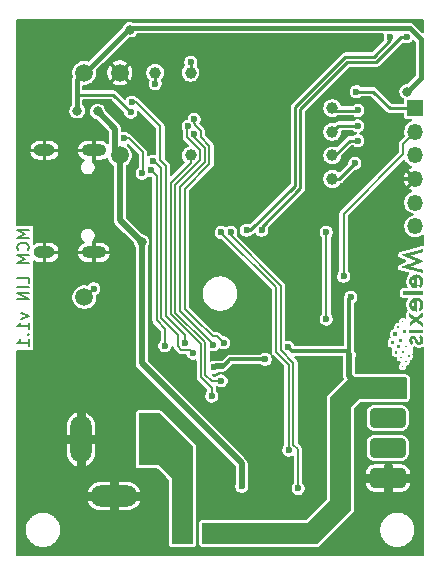
<source format=gbr>
%TF.GenerationSoftware,KiCad,Pcbnew,9.0.4-9.0.4-0~ubuntu24.04.1*%
%TF.CreationDate,2025-09-25T14:53:34+02:00*%
%TF.ProjectId,MCM-LIN,4d434d2d-4c49-44e2-9e6b-696361645f70,rev?*%
%TF.SameCoordinates,Original*%
%TF.FileFunction,Copper,L2,Bot*%
%TF.FilePolarity,Positive*%
%FSLAX46Y46*%
G04 Gerber Fmt 4.6, Leading zero omitted, Abs format (unit mm)*
G04 Created by KiCad (PCBNEW 9.0.4-9.0.4-0~ubuntu24.04.1) date 2025-09-25 14:53:34*
%MOMM*%
%LPD*%
G01*
G04 APERTURE LIST*
G04 Aperture macros list*
%AMRoundRect*
0 Rectangle with rounded corners*
0 $1 Rounding radius*
0 $2 $3 $4 $5 $6 $7 $8 $9 X,Y pos of 4 corners*
0 Add a 4 corners polygon primitive as box body*
4,1,4,$2,$3,$4,$5,$6,$7,$8,$9,$2,$3,0*
0 Add four circle primitives for the rounded corners*
1,1,$1+$1,$2,$3*
1,1,$1+$1,$4,$5*
1,1,$1+$1,$6,$7*
1,1,$1+$1,$8,$9*
0 Add four rect primitives between the rounded corners*
20,1,$1+$1,$2,$3,$4,$5,0*
20,1,$1+$1,$4,$5,$6,$7,0*
20,1,$1+$1,$6,$7,$8,$9,0*
20,1,$1+$1,$8,$9,$2,$3,0*%
G04 Aperture macros list end*
%ADD10C,0.150000*%
%TA.AperFunction,NonConductor*%
%ADD11C,0.150000*%
%TD*%
%TA.AperFunction,EtchedComponent*%
%ADD12C,0.000000*%
%TD*%
%TA.AperFunction,ComponentPad*%
%ADD13O,2.100000X1.000000*%
%TD*%
%TA.AperFunction,ComponentPad*%
%ADD14O,1.800000X1.000000*%
%TD*%
%TA.AperFunction,ComponentPad*%
%ADD15RoundRect,0.425000X-1.125000X0.425000X-1.125000X-0.425000X1.125000X-0.425000X1.125000X0.425000X0*%
%TD*%
%TA.AperFunction,ComponentPad*%
%ADD16R,1.350000X1.350000*%
%TD*%
%TA.AperFunction,ComponentPad*%
%ADD17O,1.350000X1.350000*%
%TD*%
%TA.AperFunction,HeatsinkPad*%
%ADD18C,0.500000*%
%TD*%
%TA.AperFunction,ComponentPad*%
%ADD19R,1.700000X1.700000*%
%TD*%
%TA.AperFunction,ComponentPad*%
%ADD20O,1.700000X1.700000*%
%TD*%
%TA.AperFunction,ComponentPad*%
%ADD21R,1.800000X4.400000*%
%TD*%
%TA.AperFunction,ComponentPad*%
%ADD22O,1.800000X4.000000*%
%TD*%
%TA.AperFunction,ComponentPad*%
%ADD23O,4.000000X1.800000*%
%TD*%
%TA.AperFunction,SMDPad,CuDef*%
%ADD24C,1.000000*%
%TD*%
%TA.AperFunction,SMDPad,CuDef*%
%ADD25C,1.500000*%
%TD*%
%TA.AperFunction,ViaPad*%
%ADD26C,0.600000*%
%TD*%
%TA.AperFunction,ViaPad*%
%ADD27C,0.800000*%
%TD*%
%TA.AperFunction,Conductor*%
%ADD28C,0.800000*%
%TD*%
%TA.AperFunction,Conductor*%
%ADD29C,0.250000*%
%TD*%
%TA.AperFunction,Conductor*%
%ADD30C,0.500000*%
%TD*%
%TA.AperFunction,Conductor*%
%ADD31C,0.400000*%
%TD*%
%TA.AperFunction,Conductor*%
%ADD32C,0.200000*%
%TD*%
%TA.AperFunction,Conductor*%
%ADD33C,1.000000*%
%TD*%
%TA.AperFunction,Conductor*%
%ADD34C,0.190000*%
%TD*%
%TA.AperFunction,Conductor*%
%ADD35C,0.300000*%
%TD*%
G04 APERTURE END LIST*
D10*
D11*
X61304819Y-63095238D02*
X60304819Y-63095238D01*
X60304819Y-63095238D02*
X61019104Y-63428571D01*
X61019104Y-63428571D02*
X60304819Y-63761904D01*
X60304819Y-63761904D02*
X61304819Y-63761904D01*
X61209580Y-64809523D02*
X61257200Y-64761904D01*
X61257200Y-64761904D02*
X61304819Y-64619047D01*
X61304819Y-64619047D02*
X61304819Y-64523809D01*
X61304819Y-64523809D02*
X61257200Y-64380952D01*
X61257200Y-64380952D02*
X61161961Y-64285714D01*
X61161961Y-64285714D02*
X61066723Y-64238095D01*
X61066723Y-64238095D02*
X60876247Y-64190476D01*
X60876247Y-64190476D02*
X60733390Y-64190476D01*
X60733390Y-64190476D02*
X60542914Y-64238095D01*
X60542914Y-64238095D02*
X60447676Y-64285714D01*
X60447676Y-64285714D02*
X60352438Y-64380952D01*
X60352438Y-64380952D02*
X60304819Y-64523809D01*
X60304819Y-64523809D02*
X60304819Y-64619047D01*
X60304819Y-64619047D02*
X60352438Y-64761904D01*
X60352438Y-64761904D02*
X60400057Y-64809523D01*
X61304819Y-65238095D02*
X60304819Y-65238095D01*
X60304819Y-65238095D02*
X61019104Y-65571428D01*
X61019104Y-65571428D02*
X60304819Y-65904761D01*
X60304819Y-65904761D02*
X61304819Y-65904761D01*
X61304819Y-67619047D02*
X61304819Y-67142857D01*
X61304819Y-67142857D02*
X60304819Y-67142857D01*
X61304819Y-67952381D02*
X60304819Y-67952381D01*
X61304819Y-68428571D02*
X60304819Y-68428571D01*
X60304819Y-68428571D02*
X61304819Y-68999999D01*
X61304819Y-68999999D02*
X60304819Y-68999999D01*
X60638152Y-70142857D02*
X61304819Y-70380952D01*
X61304819Y-70380952D02*
X60638152Y-70619047D01*
X61304819Y-71523809D02*
X61304819Y-70952381D01*
X61304819Y-71238095D02*
X60304819Y-71238095D01*
X60304819Y-71238095D02*
X60447676Y-71142857D01*
X60447676Y-71142857D02*
X60542914Y-71047619D01*
X60542914Y-71047619D02*
X60590533Y-70952381D01*
X61209580Y-71952381D02*
X61257200Y-72000000D01*
X61257200Y-72000000D02*
X61304819Y-71952381D01*
X61304819Y-71952381D02*
X61257200Y-71904762D01*
X61257200Y-71904762D02*
X61209580Y-71952381D01*
X61209580Y-71952381D02*
X61304819Y-71952381D01*
X61304819Y-72952380D02*
X61304819Y-72380952D01*
X61304819Y-72666666D02*
X60304819Y-72666666D01*
X60304819Y-72666666D02*
X60447676Y-72571428D01*
X60447676Y-72571428D02*
X60542914Y-72476190D01*
X60542914Y-72476190D02*
X60590533Y-72380952D01*
D12*
%TA.AperFunction,EtchedComponent*%
%TO.C,LOG2*%
G36*
X92217522Y-72809720D02*
G01*
X91936992Y-72809720D01*
X91936992Y-72529189D01*
X92217522Y-72529189D01*
X92217522Y-72809720D01*
G37*
%TD.AperFunction*%
%TA.AperFunction,EtchedComponent*%
G36*
X92482021Y-73579174D02*
G01*
X92273628Y-73579174D01*
X92273628Y-73378795D01*
X92482021Y-73378795D01*
X92482021Y-73579174D01*
G37*
%TD.AperFunction*%
%TA.AperFunction,EtchedComponent*%
G36*
X92682400Y-71447145D02*
G01*
X92506067Y-71447145D01*
X92506067Y-71270811D01*
X92682400Y-71270811D01*
X92682400Y-71447145D01*
G37*
%TD.AperFunction*%
%TA.AperFunction,EtchedComponent*%
G36*
X92706446Y-73082235D02*
G01*
X92474006Y-73082235D01*
X92474006Y-72849795D01*
X92706446Y-72849795D01*
X92706446Y-73082235D01*
G37*
%TD.AperFunction*%
%TA.AperFunction,EtchedComponent*%
G36*
X92890794Y-73995961D02*
G01*
X92730491Y-73995961D01*
X92730491Y-73835658D01*
X92890794Y-73835658D01*
X92890794Y-73995961D01*
G37*
%TD.AperFunction*%
%TA.AperFunction,EtchedComponent*%
G36*
X92914839Y-72601326D02*
G01*
X92634309Y-72601326D01*
X92634309Y-72320796D01*
X92914839Y-72320796D01*
X92914839Y-72601326D01*
G37*
%TD.AperFunction*%
%TA.AperFunction,EtchedComponent*%
G36*
X92970945Y-74717324D02*
G01*
X92882779Y-74717324D01*
X92882779Y-74621143D01*
X92970945Y-74621143D01*
X92970945Y-74717324D01*
G37*
%TD.AperFunction*%
%TA.AperFunction,EtchedComponent*%
G36*
X93107203Y-73555128D02*
G01*
X92930870Y-73555128D01*
X92930870Y-73378795D01*
X93107203Y-73378795D01*
X93107203Y-73555128D01*
G37*
%TD.AperFunction*%
%TA.AperFunction,EtchedComponent*%
G36*
X93235445Y-71815841D02*
G01*
X92962930Y-71815841D01*
X92962930Y-71543326D01*
X93235445Y-71543326D01*
X93235445Y-71815841D01*
G37*
%TD.AperFunction*%
%TA.AperFunction,EtchedComponent*%
G36*
X93291551Y-73066204D02*
G01*
X93147279Y-73066204D01*
X93147279Y-72929947D01*
X93291551Y-72929947D01*
X93291551Y-73066204D01*
G37*
%TD.AperFunction*%
%TA.AperFunction,EtchedComponent*%
G36*
X93612157Y-73394825D02*
G01*
X93548036Y-73394825D01*
X93548036Y-73322689D01*
X93612157Y-73322689D01*
X93612157Y-73394825D01*
G37*
%TD.AperFunction*%
%TA.AperFunction,EtchedComponent*%
G36*
X94678172Y-68593752D02*
G01*
X92962930Y-68593752D01*
X92962930Y-68321237D01*
X94678172Y-68321237D01*
X94678172Y-68593752D01*
G37*
%TD.AperFunction*%
%TA.AperFunction,EtchedComponent*%
G36*
X94678172Y-71815841D02*
G01*
X93532006Y-71815841D01*
X93532006Y-71543326D01*
X94678172Y-71543326D01*
X94678172Y-71815841D01*
G37*
%TD.AperFunction*%
%TA.AperFunction,EtchedComponent*%
G36*
X93540021Y-73868299D02*
G01*
X93383725Y-73863711D01*
X93381431Y-73785564D01*
X93379137Y-73707416D01*
X93540021Y-73707416D01*
X93540021Y-73868299D01*
G37*
%TD.AperFunction*%
%TA.AperFunction,EtchedComponent*%
G36*
X92456162Y-71930057D02*
G01*
X92453968Y-72068318D01*
X92315707Y-72070512D01*
X92177446Y-72072705D01*
X92177446Y-71791796D01*
X92458355Y-71791796D01*
X92456162Y-71930057D01*
G37*
%TD.AperFunction*%
%TA.AperFunction,EtchedComponent*%
G36*
X93267368Y-74189846D02*
G01*
X93280688Y-74191668D01*
X93286649Y-74199014D01*
X93290383Y-74218625D01*
X93291551Y-74252194D01*
X93291551Y-74308552D01*
X93162607Y-74308552D01*
X93167317Y-74192332D01*
X93218571Y-74189916D01*
X93243564Y-74189274D01*
X93267368Y-74189846D01*
G37*
%TD.AperFunction*%
%TA.AperFunction,EtchedComponent*%
G36*
X92986991Y-70823548D02*
G01*
X93000511Y-70825442D01*
X93002742Y-70826690D01*
X93007772Y-70835962D01*
X93009848Y-70855443D01*
X93009371Y-70887972D01*
X93007014Y-70946198D01*
X92886786Y-70946198D01*
X92886786Y-70825971D01*
X92938041Y-70823554D01*
X92963032Y-70822928D01*
X92986991Y-70823548D01*
G37*
%TD.AperFunction*%
%TA.AperFunction,EtchedComponent*%
G36*
X94477067Y-72032276D02*
G01*
X94499312Y-72048943D01*
X94527754Y-72073201D01*
X94560477Y-72103568D01*
X94605885Y-72152278D01*
X94650382Y-72216694D01*
X94681977Y-72287184D01*
X94702415Y-72366990D01*
X94705119Y-72390341D01*
X94706486Y-72425659D01*
X94705576Y-72461061D01*
X94695549Y-72532978D01*
X94672209Y-72604228D01*
X94634990Y-72669194D01*
X94582868Y-72730128D01*
X94557132Y-72753880D01*
X94495806Y-72796867D01*
X94430892Y-72824497D01*
X94362902Y-72836591D01*
X94292344Y-72832967D01*
X94256521Y-72825531D01*
X94204982Y-72807447D01*
X94158187Y-72780492D01*
X94115047Y-72743490D01*
X94074471Y-72695264D01*
X94035367Y-72634637D01*
X93996646Y-72560435D01*
X93957217Y-72471479D01*
X93946501Y-72447013D01*
X93919693Y-72396135D01*
X93892127Y-72357274D01*
X93865098Y-72332385D01*
X93854750Y-72326501D01*
X93838585Y-72323542D01*
X93816709Y-72328756D01*
X93811893Y-72330477D01*
X93789507Y-72344085D01*
X93774861Y-72365919D01*
X93766868Y-72398368D01*
X93764445Y-72443818D01*
X93764887Y-72468698D01*
X93767972Y-72497125D01*
X93775473Y-72521912D01*
X93789094Y-72550417D01*
X93801647Y-72573135D01*
X93819178Y-72602138D01*
X93834070Y-72624002D01*
X93854395Y-72650685D01*
X93834989Y-72672093D01*
X93824092Y-72684181D01*
X93804146Y-72706405D01*
X93779146Y-72734324D01*
X93752096Y-72764585D01*
X93688610Y-72835669D01*
X93657672Y-72800807D01*
X93644518Y-72785181D01*
X93609421Y-72736570D01*
X93576032Y-72681438D01*
X93547694Y-72625598D01*
X93527748Y-72574863D01*
X93511539Y-72502743D01*
X93508104Y-72425089D01*
X93518679Y-72349505D01*
X93542738Y-72278156D01*
X93579756Y-72213209D01*
X93629206Y-72156828D01*
X93670500Y-72124759D01*
X93730874Y-72094125D01*
X93796043Y-72076596D01*
X93862901Y-72072930D01*
X93928341Y-72083883D01*
X93937555Y-72086681D01*
X93980747Y-72103776D01*
X94019260Y-72126960D01*
X94054450Y-72157827D01*
X94087675Y-72197970D01*
X94120293Y-72248984D01*
X94153662Y-72312462D01*
X94189139Y-72389997D01*
X94195067Y-72403516D01*
X94213729Y-72444672D01*
X94231512Y-72482004D01*
X94246642Y-72511860D01*
X94257349Y-72530585D01*
X94268937Y-72545838D01*
X94294000Y-72569889D01*
X94320573Y-72586842D01*
X94343937Y-72593281D01*
X94346014Y-72593241D01*
X94374674Y-72584772D01*
X94402908Y-72563249D01*
X94427387Y-72531149D01*
X94434424Y-72518568D01*
X94444009Y-72495676D01*
X94448488Y-72470819D01*
X94449502Y-72437015D01*
X94446496Y-72396168D01*
X94435740Y-72356621D01*
X94415366Y-72317423D01*
X94383507Y-72273965D01*
X94355274Y-72239157D01*
X94406113Y-72133700D01*
X94414036Y-72117280D01*
X94431225Y-72081785D01*
X94445322Y-72052845D01*
X94455045Y-72033091D01*
X94459107Y-72025153D01*
X94462935Y-72024682D01*
X94477067Y-72032276D01*
G37*
%TD.AperFunction*%
%TA.AperFunction,EtchedComponent*%
G36*
X94165088Y-66881273D02*
G01*
X94256890Y-66895550D01*
X94344215Y-66923057D01*
X94394195Y-66946417D01*
X94471754Y-66996147D01*
X94540644Y-67057719D01*
X94599509Y-67129374D01*
X94646992Y-67209354D01*
X94681734Y-67295898D01*
X94702379Y-67387248D01*
X94703119Y-67393122D01*
X94705540Y-67427108D01*
X94706330Y-67467821D01*
X94705306Y-67507700D01*
X94704395Y-67522442D01*
X94690926Y-67623975D01*
X94664990Y-67716211D01*
X94625948Y-67800572D01*
X94573161Y-67878482D01*
X94505990Y-67951362D01*
X94487293Y-67968773D01*
X94464026Y-67989361D01*
X94446646Y-68003434D01*
X94437940Y-68008647D01*
X94436721Y-68007972D01*
X94427414Y-67998368D01*
X94411322Y-67979484D01*
X94390547Y-67954012D01*
X94367196Y-67924644D01*
X94343371Y-67894072D01*
X94321178Y-67864987D01*
X94302721Y-67840081D01*
X94290103Y-67822044D01*
X94285429Y-67813570D01*
X94286766Y-67811444D01*
X94296668Y-67800009D01*
X94314113Y-67781294D01*
X94336587Y-67758029D01*
X94351420Y-67742254D01*
X94397410Y-67681087D01*
X94428895Y-67615242D01*
X94446986Y-67542550D01*
X94449294Y-67524686D01*
X94449855Y-67451232D01*
X94436618Y-67381066D01*
X94410721Y-67316044D01*
X94373299Y-67258025D01*
X94325493Y-67208866D01*
X94268439Y-67170427D01*
X94203274Y-67144564D01*
X94173217Y-67136288D01*
X94173217Y-68067023D01*
X94087055Y-68062450D01*
X93994038Y-68052228D01*
X93906014Y-68030122D01*
X93825739Y-67995454D01*
X93751096Y-67947299D01*
X93679965Y-67884733D01*
X93620027Y-67816954D01*
X93570213Y-67740667D01*
X93535280Y-67659872D01*
X93514703Y-67573339D01*
X93507960Y-67479837D01*
X93508092Y-67467624D01*
X93768490Y-67467624D01*
X93768495Y-67476545D01*
X93768985Y-67514081D01*
X93770866Y-67541248D01*
X93774971Y-67562783D01*
X93782135Y-67583418D01*
X93793192Y-67607889D01*
X93806860Y-67633014D01*
X93839026Y-67677685D01*
X93877004Y-67717313D01*
X93916105Y-67746604D01*
X93940778Y-67761083D01*
X93940778Y-67466353D01*
X93940642Y-67399723D01*
X93940266Y-67338474D01*
X93939680Y-67284382D01*
X93938915Y-67239221D01*
X93938000Y-67204765D01*
X93936965Y-67182791D01*
X93935841Y-67175071D01*
X93930249Y-67176919D01*
X93913887Y-67187169D01*
X93892164Y-67203666D01*
X93868902Y-67223277D01*
X93847925Y-67242870D01*
X93833055Y-67259311D01*
X93822673Y-67274409D01*
X93805552Y-67303310D01*
X93790035Y-67333487D01*
X93780923Y-67354336D01*
X93774388Y-67374767D01*
X93770631Y-67397384D01*
X93768912Y-67426800D01*
X93768490Y-67467624D01*
X93508092Y-67467624D01*
X93508187Y-67458865D01*
X93515004Y-67372079D01*
X93532069Y-67294125D01*
X93560404Y-67221374D01*
X93601035Y-67150201D01*
X93617329Y-67127344D01*
X93658242Y-67079279D01*
X93706355Y-67031714D01*
X93756838Y-66989242D01*
X93804860Y-66956454D01*
X93811101Y-66952866D01*
X93891815Y-66916022D01*
X93935841Y-66903826D01*
X93979651Y-66891689D01*
X94071708Y-66880046D01*
X94165088Y-66881273D01*
G37*
%TD.AperFunction*%
%TA.AperFunction,EtchedComponent*%
G36*
X94674461Y-70068953D02*
G01*
X94675640Y-70079900D01*
X94676659Y-70103947D01*
X94677459Y-70138710D01*
X94677982Y-70181805D01*
X94678168Y-70230846D01*
X94678165Y-70393153D01*
X94477707Y-70549202D01*
X94451021Y-70570038D01*
X94404338Y-70606807D01*
X94362894Y-70639860D01*
X94328180Y-70667981D01*
X94301688Y-70689958D01*
X94284909Y-70704577D01*
X94279336Y-70710624D01*
X94279851Y-70711263D01*
X94289377Y-70719541D01*
X94309630Y-70735981D01*
X94339003Y-70759313D01*
X94375889Y-70788268D01*
X94418680Y-70821574D01*
X94465770Y-70857962D01*
X94475612Y-70865545D01*
X94522839Y-70902039D01*
X94566087Y-70935628D01*
X94603607Y-70964941D01*
X94633651Y-70988609D01*
X94654470Y-71005263D01*
X94664316Y-71013532D01*
X94669010Y-71019267D01*
X94672584Y-71027903D01*
X94675016Y-71041489D01*
X94676456Y-71062240D01*
X94677055Y-71092372D01*
X94676966Y-71134099D01*
X94676339Y-71189636D01*
X94674164Y-71352135D01*
X94365581Y-71115161D01*
X94360058Y-71110920D01*
X94298937Y-71064055D01*
X94241831Y-71020388D01*
X94189981Y-70980858D01*
X94144627Y-70946408D01*
X94107010Y-70917976D01*
X94078371Y-70896505D01*
X94059951Y-70882933D01*
X94052990Y-70878203D01*
X94051925Y-70878788D01*
X94040840Y-70886691D01*
X94018926Y-70903013D01*
X93987550Y-70926714D01*
X93948079Y-70956754D01*
X93901880Y-70992094D01*
X93850321Y-71031694D01*
X93794770Y-71074515D01*
X93775174Y-71089637D01*
X93720826Y-71131465D01*
X93670928Y-71169710D01*
X93626848Y-71203334D01*
X93589957Y-71231295D01*
X93561625Y-71252556D01*
X93543222Y-71266074D01*
X93536119Y-71270811D01*
X93535732Y-71270154D01*
X93534599Y-71258348D01*
X93533811Y-71233551D01*
X93533402Y-71198122D01*
X93533403Y-71154416D01*
X93533847Y-71104792D01*
X93536013Y-70938772D01*
X93680286Y-70828017D01*
X93702249Y-70811105D01*
X93741619Y-70780508D01*
X93775524Y-70753794D01*
X93802143Y-70732418D01*
X93819650Y-70717836D01*
X93826223Y-70711503D01*
X93824219Y-70708709D01*
X93811729Y-70697134D01*
X93789317Y-70678119D01*
X93758723Y-70653100D01*
X93721686Y-70623512D01*
X93679946Y-70590791D01*
X93532006Y-70475839D01*
X93532006Y-70138773D01*
X93562063Y-70161470D01*
X93571133Y-70168410D01*
X93592949Y-70185260D01*
X93624404Y-70209646D01*
X93663794Y-70240245D01*
X93709416Y-70275734D01*
X93759564Y-70314787D01*
X93812536Y-70356081D01*
X93855734Y-70389771D01*
X93904565Y-70427847D01*
X93948343Y-70461976D01*
X93985551Y-70490975D01*
X94014670Y-70513662D01*
X94034185Y-70528854D01*
X94042578Y-70535368D01*
X94044708Y-70535475D01*
X94056889Y-70529676D01*
X94079517Y-70515272D01*
X94112930Y-70492018D01*
X94157466Y-70459672D01*
X94213463Y-70417990D01*
X94281259Y-70366727D01*
X94361192Y-70305641D01*
X94366979Y-70301201D01*
X94428135Y-70254345D01*
X94485270Y-70210688D01*
X94537144Y-70171169D01*
X94582516Y-70136728D01*
X94620145Y-70108305D01*
X94648792Y-70086839D01*
X94667216Y-70073271D01*
X94674176Y-70068539D01*
X94674461Y-70068953D01*
G37*
%TD.AperFunction*%
%TA.AperFunction,EtchedComponent*%
G36*
X94117078Y-68838720D02*
G01*
X94161612Y-68839123D01*
X94195206Y-68840378D01*
X94222015Y-68843037D01*
X94246191Y-68847648D01*
X94271886Y-68854761D01*
X94303255Y-68864926D01*
X94387438Y-68900455D01*
X94467517Y-68950251D01*
X94538159Y-69011513D01*
X94598161Y-69082802D01*
X94646321Y-69162678D01*
X94681435Y-69249703D01*
X94702300Y-69342436D01*
X94704476Y-69362136D01*
X94706380Y-69418587D01*
X94703701Y-69481499D01*
X94696823Y-69544671D01*
X94686135Y-69601900D01*
X94667049Y-69668165D01*
X94636685Y-69740034D01*
X94596414Y-69806315D01*
X94544327Y-69870062D01*
X94478520Y-69934327D01*
X94435893Y-69972439D01*
X94360661Y-69872407D01*
X94345336Y-69851963D01*
X94321592Y-69819985D01*
X94302597Y-69794018D01*
X94289995Y-69776317D01*
X94285429Y-69769137D01*
X94286768Y-69767037D01*
X94296672Y-69755652D01*
X94314116Y-69736973D01*
X94336587Y-69713725D01*
X94351796Y-69697415D01*
X94398390Y-69633800D01*
X94430686Y-69565107D01*
X94448403Y-69492997D01*
X94451260Y-69419130D01*
X94438976Y-69345165D01*
X94411270Y-69272761D01*
X94395212Y-69244600D01*
X94355537Y-69194220D01*
X94307468Y-69151870D01*
X94254284Y-69120195D01*
X94199267Y-69101839D01*
X94173217Y-69096703D01*
X94173217Y-70022719D01*
X94087055Y-70018162D01*
X94053628Y-70015967D01*
X93994101Y-70008807D01*
X93940970Y-69996682D01*
X93887903Y-69977946D01*
X93828566Y-69950952D01*
X93802320Y-69937634D01*
X93771206Y-69919626D01*
X93743531Y-69899772D01*
X93714661Y-69874638D01*
X93679965Y-69840791D01*
X93679883Y-69840709D01*
X93616175Y-69767820D01*
X93567792Y-69692055D01*
X93534084Y-69611869D01*
X93514403Y-69525717D01*
X93508099Y-69432057D01*
X93508463Y-69423320D01*
X93768453Y-69423320D01*
X93769554Y-69470767D01*
X93774204Y-69513321D01*
X93783715Y-69548811D01*
X93799384Y-69581890D01*
X93822508Y-69617210D01*
X93836088Y-69633570D01*
X93857175Y-69655111D01*
X93881134Y-69677145D01*
X93904491Y-69696638D01*
X93923774Y-69710559D01*
X93935507Y-69715873D01*
X93935535Y-69715869D01*
X93936734Y-69707815D01*
X93937836Y-69685546D01*
X93938810Y-69650838D01*
X93939623Y-69605465D01*
X93940244Y-69551203D01*
X93940639Y-69489827D01*
X93940778Y-69423114D01*
X93940778Y-69130356D01*
X93915870Y-69143236D01*
X93886540Y-69162978D01*
X93851485Y-69196680D01*
X93819308Y-69237639D01*
X93793896Y-69281446D01*
X93790840Y-69287937D01*
X93780497Y-69311618D01*
X93773943Y-69332220D01*
X93770322Y-69354521D01*
X93768777Y-69383295D01*
X93768453Y-69423320D01*
X93508463Y-69423320D01*
X93511078Y-69360552D01*
X93521363Y-69293206D01*
X93540296Y-69229265D01*
X93569218Y-69162828D01*
X93582535Y-69136728D01*
X93600641Y-69105584D01*
X93620560Y-69077932D01*
X93645747Y-69049132D01*
X93679656Y-69014548D01*
X93712835Y-68982836D01*
X93759735Y-68943306D01*
X93805843Y-68912266D01*
X93855898Y-68886667D01*
X93914639Y-68863463D01*
X93923427Y-68860350D01*
X93940778Y-68854538D01*
X93949831Y-68851505D01*
X93972519Y-68845438D01*
X93995439Y-68841638D01*
X94022542Y-68839588D01*
X94057775Y-68838777D01*
X94105089Y-68838691D01*
X94117078Y-68838720D01*
G37*
%TD.AperFunction*%
%TA.AperFunction,EtchedComponent*%
G36*
X94676368Y-64857375D02*
G01*
X94676548Y-64869481D01*
X94676698Y-64920939D01*
X94675688Y-64959718D01*
X94673568Y-64984710D01*
X94670385Y-64994810D01*
X94669019Y-64995339D01*
X94655087Y-64999464D01*
X94627401Y-65007139D01*
X94587279Y-65018014D01*
X94536039Y-65031737D01*
X94475000Y-65047959D01*
X94405481Y-65066328D01*
X94328798Y-65086494D01*
X94246272Y-65108105D01*
X94159220Y-65130812D01*
X94128910Y-65138709D01*
X94043384Y-65161061D01*
X93962907Y-65182194D01*
X93888789Y-65201758D01*
X93822338Y-65219403D01*
X93764862Y-65234780D01*
X93717671Y-65247539D01*
X93682072Y-65257331D01*
X93659376Y-65263806D01*
X93650889Y-65266614D01*
X93650932Y-65266811D01*
X93659471Y-65271512D01*
X93681516Y-65281816D01*
X93715945Y-65297237D01*
X93761639Y-65317292D01*
X93817476Y-65341498D01*
X93882338Y-65369371D01*
X93955102Y-65400426D01*
X94034650Y-65434181D01*
X94119860Y-65470151D01*
X94209613Y-65507853D01*
X94223853Y-65513822D01*
X94312960Y-65551281D01*
X94397343Y-65586928D01*
X94475883Y-65620282D01*
X94547460Y-65650857D01*
X94610954Y-65678171D01*
X94665247Y-65701742D01*
X94709218Y-65721085D01*
X94741749Y-65735717D01*
X94761719Y-65745155D01*
X94768009Y-65748915D01*
X94767987Y-65748932D01*
X94759565Y-65752846D01*
X94737549Y-65762462D01*
X94703099Y-65777286D01*
X94657379Y-65796825D01*
X94601548Y-65820586D01*
X94536770Y-65848074D01*
X94464205Y-65878796D01*
X94385016Y-65912258D01*
X94300364Y-65947968D01*
X94211411Y-65985430D01*
X94208693Y-65986573D01*
X94120012Y-66023956D01*
X94035794Y-66059574D01*
X93957187Y-66092937D01*
X93885338Y-66123552D01*
X93821393Y-66150927D01*
X93766498Y-66174569D01*
X93721802Y-66193986D01*
X93688451Y-66208686D01*
X93667591Y-66218177D01*
X93660369Y-66221966D01*
X93661320Y-66222505D01*
X93674020Y-66226606D01*
X93700497Y-66234234D01*
X93739460Y-66245044D01*
X93789621Y-66258687D01*
X93849687Y-66274817D01*
X93918368Y-66293087D01*
X93994374Y-66313148D01*
X94076414Y-66334655D01*
X94163199Y-66357259D01*
X94193249Y-66365069D01*
X94278832Y-66387389D01*
X94359390Y-66408513D01*
X94433609Y-66428091D01*
X94500180Y-66445771D01*
X94557788Y-66461202D01*
X94605122Y-66474033D01*
X94640871Y-66483914D01*
X94663721Y-66490494D01*
X94672360Y-66493421D01*
X94673771Y-66498528D01*
X94675366Y-66517557D01*
X94676385Y-66547874D01*
X94676746Y-66586685D01*
X94676368Y-66631200D01*
X94674164Y-66763406D01*
X93780475Y-66528873D01*
X93730228Y-66515685D01*
X93614740Y-66485362D01*
X93503620Y-66456170D01*
X93397880Y-66428375D01*
X93298534Y-66402246D01*
X93206593Y-66378047D01*
X93123071Y-66356047D01*
X93048980Y-66336511D01*
X92985332Y-66319708D01*
X92933140Y-66305902D01*
X92893417Y-66295362D01*
X92867175Y-66288354D01*
X92855426Y-66285145D01*
X92824066Y-66275951D01*
X93436524Y-66020389D01*
X93487284Y-65999207D01*
X93579647Y-65960652D01*
X93667442Y-65923989D01*
X93749534Y-65889695D01*
X93824785Y-65858244D01*
X93892060Y-65830112D01*
X93950222Y-65805774D01*
X93998134Y-65785705D01*
X94034660Y-65770380D01*
X94058664Y-65760275D01*
X94069009Y-65755866D01*
X94089035Y-65746903D01*
X94069009Y-65736618D01*
X94065705Y-65735088D01*
X94048513Y-65727592D01*
X94018236Y-65714621D01*
X93976014Y-65696659D01*
X93922989Y-65674186D01*
X93860300Y-65647685D01*
X93789089Y-65617638D01*
X93710496Y-65584527D01*
X93625662Y-65548834D01*
X93535729Y-65511040D01*
X93441835Y-65471629D01*
X93392116Y-65450755D01*
X93300959Y-65412398D01*
X93214760Y-65376017D01*
X93134610Y-65342078D01*
X93061604Y-65311049D01*
X92996833Y-65283398D01*
X92941391Y-65259590D01*
X92896369Y-65240093D01*
X92862861Y-65225374D01*
X92841960Y-65215900D01*
X92834757Y-65212138D01*
X92838022Y-65210880D01*
X92855237Y-65205768D01*
X92886386Y-65197028D01*
X92930516Y-65184915D01*
X92986673Y-65169683D01*
X93053904Y-65151588D01*
X93131256Y-65130886D01*
X93217774Y-65107830D01*
X93312506Y-65082675D01*
X93414497Y-65055678D01*
X93522795Y-65027092D01*
X93636445Y-64997173D01*
X93754495Y-64966176D01*
X94674164Y-64725000D01*
X94676368Y-64857375D01*
G37*
%TD.AperFunction*%
%TD*%
D13*
%TO.P,J1,S1,SHIELD*%
%TO.N,GND*%
X66805000Y-56380000D03*
D14*
X62625000Y-56380000D03*
D13*
X66805000Y-65020000D03*
D14*
X62625000Y-65020000D03*
%TD*%
D15*
%TO.P,J4,1,Pin_1*%
%TO.N,GND*%
X91700000Y-84115000D03*
%TO.P,J4,2,Pin_2*%
%TO.N,LIN_PPM*%
X91700000Y-81575000D03*
%TO.P,J4,3,Pin_3*%
%TO.N,unconnected-(J4-Pin_3-Pad3)*%
X91700000Y-79035000D03*
%TO.P,J4,4,Pin_4*%
%TO.N,VOUT*%
X91700000Y-76495000D03*
%TD*%
D16*
%TO.P,J3,1,Pin_1*%
%TO.N,EN*%
X94000000Y-52800000D03*
D17*
%TO.P,J3,2,Pin_2*%
%TO.N,+3.3V*%
X94000000Y-54800000D03*
%TO.P,J3,3,Pin_3*%
%TO.N,Net-(J3-Pin_3)*%
X94000000Y-56800000D03*
%TO.P,J3,4,Pin_4*%
%TO.N,GND*%
X94000000Y-58800000D03*
%TO.P,J3,5,Pin_5*%
%TO.N,Net-(J3-Pin_5)*%
X94000000Y-60800000D03*
%TO.P,J3,6,Pin_6*%
%TO.N,IO0*%
X94000000Y-62800000D03*
%TD*%
D18*
%TO.P,U5,41,EPAD*%
%TO.N,GND*%
X79040000Y-51258000D03*
X79040000Y-52758000D03*
X79790000Y-50508000D03*
X79790000Y-52008000D03*
X79790000Y-53508000D03*
X80540000Y-51258000D03*
X80540000Y-52758000D03*
X81290000Y-50508000D03*
X81290000Y-52008000D03*
X81290000Y-53508000D03*
X82040000Y-51258000D03*
X82040000Y-52758000D03*
%TD*%
D19*
%TO.P,J2,1,Pin_1*%
%TO.N,VS*%
X74325000Y-88826573D03*
D20*
%TO.P,J2,2,Pin_2*%
%TO.N,VOUT*%
X76865000Y-88826573D03*
%TD*%
D21*
%TO.P,J10,1*%
%TO.N,VS*%
X71500000Y-80850000D03*
D22*
%TO.P,J10,2*%
%TO.N,GND*%
X65700000Y-80850000D03*
D23*
%TO.P,J10,3*%
X68500000Y-85650000D03*
%TD*%
D24*
%TO.P,TP11,1,1*%
%TO.N,SLAVE_CUR*%
X72000000Y-49800000D03*
%TD*%
%TO.P,TP9,1,1*%
%TO.N,EN*%
X75000000Y-49800000D03*
%TD*%
%TO.P,TP6,1,1*%
%TO.N,/MCM/TCK*%
X87000000Y-58800000D03*
%TD*%
D25*
%TO.P,TP8,1,1*%
%TO.N,Net-(D3-A)*%
X66000000Y-68800000D03*
%TD*%
%TO.P,TP2,1,1*%
%TO.N,GND*%
X69000000Y-49800000D03*
%TD*%
%TO.P,TP10,1,1*%
%TO.N,VS*%
X74000000Y-83000000D03*
%TD*%
%TO.P,TP7,1,1*%
%TO.N,+5V*%
X69000000Y-56800000D03*
%TD*%
D24*
%TO.P,TP4,1,1*%
%TO.N,/MCM/TMS*%
X87000000Y-52800000D03*
%TD*%
D25*
%TO.P,TP1,1,1*%
%TO.N,+3.3V*%
X66000000Y-49800000D03*
%TD*%
D24*
%TO.P,TP3,1,1*%
%TO.N,/MCM/TDI*%
X87000000Y-54800000D03*
%TD*%
%TO.P,TP12,1,1*%
%TO.N,SLAVE_PWR*%
X75000000Y-56800000D03*
%TD*%
%TO.P,TP5,1,1*%
%TO.N,/MCM/TDO*%
X87000000Y-56800000D03*
%TD*%
D26*
%TO.N,GND*%
X77500000Y-82500000D03*
X89600000Y-88100000D03*
X75200000Y-66000000D03*
X89500000Y-75000000D03*
X69500000Y-68500000D03*
X81500000Y-68500000D03*
X79000000Y-77000000D03*
X89500000Y-82700000D03*
X68000000Y-90000000D03*
X84500000Y-50000000D03*
X70650000Y-61325000D03*
X89000000Y-59000000D03*
X76500000Y-82500000D03*
X83700000Y-87200000D03*
X67500000Y-76500000D03*
X66665600Y-47486800D03*
X81000000Y-77000000D03*
X85700000Y-86200000D03*
X89500000Y-67000000D03*
X84000000Y-62500000D03*
X76000000Y-62500000D03*
X61000000Y-86000000D03*
D27*
X82312000Y-46928000D03*
D26*
X71225000Y-55475000D03*
X75000000Y-51000000D03*
X91000000Y-70500000D03*
X81500000Y-71000000D03*
X69500000Y-76500000D03*
X61000000Y-77000000D03*
X93400000Y-49800000D03*
X92250000Y-59500000D03*
X61000000Y-81000000D03*
X90500000Y-64525000D03*
X69100000Y-48225000D03*
X89600000Y-86000000D03*
X92319600Y-61939400D03*
X88000000Y-90000000D03*
X72000000Y-90000000D03*
X64625000Y-56375000D03*
X89000000Y-50000000D03*
X79000000Y-80000000D03*
X92116400Y-56275200D03*
D27*
X88154000Y-46928000D03*
D26*
X89600000Y-78000000D03*
X82000000Y-85000000D03*
X69700000Y-51225000D03*
X94000000Y-75000000D03*
X81000000Y-80000000D03*
X83200000Y-85000000D03*
X67525000Y-50350000D03*
D27*
X75200000Y-46928000D03*
D26*
X85500000Y-56000000D03*
X94000000Y-86000000D03*
X79500000Y-62000000D03*
X68850000Y-53350000D03*
X85500000Y-79500000D03*
%TO.N,+5V*%
X79325000Y-84825000D03*
D27*
X67122800Y-53074800D03*
X70850000Y-64125000D03*
%TO.N,+3.3V*%
X65395600Y-53025800D03*
X69866000Y-46166000D03*
D26*
X87950000Y-67050000D03*
D27*
X93335600Y-51398400D03*
D26*
X69925000Y-53150000D03*
%TO.N,Net-(D3-A)*%
X66783700Y-68083700D03*
%TO.N,SLAVE_CUR*%
X72000000Y-50723895D03*
%TO.N,EN*%
X89040498Y-51398400D03*
X74996800Y-48909200D03*
%TO.N,Net-(D4-K)*%
X74500000Y-72650000D03*
X70000000Y-52300000D03*
%TO.N,LED1*%
X81005000Y-63147000D03*
X93305414Y-46769510D03*
%TO.N,VUSB*%
X69400000Y-55350000D03*
X70893115Y-58323482D03*
D27*
%TO.N,VS*%
X74750000Y-84200000D03*
X73986000Y-84349275D03*
D26*
%TO.N,LED2*%
X79735000Y-63147000D03*
X91899501Y-46784553D03*
%TO.N,SLAVE_PWR*%
X76775000Y-77175000D03*
X75000000Y-56800000D03*
%TO.N,MEAS_VOUT*%
X71804289Y-57283311D03*
X75225000Y-73550000D03*
%TO.N,MEAS_VS*%
X71651419Y-58068572D03*
X72824000Y-72917637D03*
%TO.N,/MCM/TDI*%
X89164000Y-54300000D03*
%TO.N,/MCM/TMS*%
X89170000Y-53000000D03*
%TO.N,/MCM/TDO*%
X89170000Y-55548000D03*
%TO.N,/MCM/TCK*%
X88914811Y-57479500D03*
%TO.N,PPM_RX*%
X86500000Y-63300000D03*
X86500000Y-70675000D03*
%TO.N,VBUS_VOUT*%
X84100003Y-85000000D03*
X78400000Y-63300000D03*
%TO.N,VBUS_5V*%
X77600545Y-63329609D03*
X83300000Y-81750000D03*
%TO.N,LIN_TX*%
X77575000Y-75900000D03*
X74788290Y-54354427D03*
%TO.N,LIN_RX*%
X77800000Y-72675000D03*
X75298004Y-53738476D03*
%TO.N,LIN_SLEEP*%
X76930260Y-72828428D03*
X75266297Y-54995297D03*
%TO.N,VOUT*%
X77012870Y-74725000D03*
X88425000Y-73700000D03*
X83250000Y-73050000D03*
X88550000Y-68800000D03*
X81325000Y-74075000D03*
%TD*%
D28*
%TO.N,GND*%
X68500000Y-83850000D02*
X68500000Y-87600000D01*
X89812500Y-84125000D02*
X93737500Y-84125000D01*
X67625000Y-80850000D02*
X63700000Y-80850000D01*
X65700000Y-78250000D02*
X65700000Y-83325000D01*
D29*
X94000000Y-58800000D02*
X93200000Y-59600000D01*
X94000000Y-58800000D02*
X93100000Y-57900000D01*
D28*
X91737500Y-85525000D02*
X91737500Y-83100000D01*
X71100000Y-85650000D02*
X65675000Y-85650000D01*
D30*
%TO.N,+5V*%
X67122800Y-53074800D02*
X68600000Y-54552000D01*
X69000000Y-62275000D02*
X70850000Y-64125000D01*
X70850000Y-74400000D02*
X79325000Y-82875000D01*
X70850000Y-64125000D02*
X70850000Y-74400000D01*
X68600000Y-56400000D02*
X69000000Y-56800000D01*
X69000000Y-56800000D02*
X69000000Y-62275000D01*
X79325000Y-82875000D02*
X79325000Y-84825000D01*
X68600000Y-54552000D02*
X68600000Y-56400000D01*
D31*
%TO.N,+3.3V*%
X70007200Y-46024800D02*
X69866000Y-46166000D01*
X65395600Y-50404400D02*
X66000000Y-49800000D01*
X94504000Y-46978800D02*
X93550000Y-46024800D01*
D32*
X87950000Y-67050000D02*
X87950000Y-61750000D01*
D31*
X65395600Y-51675000D02*
X65395600Y-50404400D01*
X65395600Y-53025800D02*
X65395600Y-51675000D01*
X66000000Y-49800000D02*
X66100000Y-49800000D01*
D32*
X87950000Y-61750000D02*
X92975000Y-56725000D01*
X92975000Y-55825000D02*
X94000000Y-54800000D01*
D31*
X94504000Y-50230000D02*
X94504000Y-46978800D01*
X93550000Y-46024800D02*
X70007200Y-46024800D01*
D29*
X69925000Y-53150000D02*
X68450000Y-51675000D01*
D31*
X69734000Y-46166000D02*
X69866000Y-46166000D01*
X93335600Y-51398400D02*
X94504000Y-50230000D01*
X66100000Y-49800000D02*
X69734000Y-46166000D01*
D32*
X92975000Y-56725000D02*
X92975000Y-55825000D01*
D29*
X68450000Y-51675000D02*
X65395600Y-51675000D01*
%TO.N,Net-(D3-A)*%
X66000000Y-68800000D02*
X66716300Y-68083700D01*
X66716300Y-68083700D02*
X66783700Y-68083700D01*
%TO.N,SLAVE_CUR*%
X72000000Y-50723895D02*
X72000000Y-49800000D01*
%TO.N,EN*%
X75000000Y-48912400D02*
X74996800Y-48909200D01*
X91841600Y-52800000D02*
X94000000Y-52800000D01*
X89040498Y-51398400D02*
X90440000Y-51398400D01*
X90440000Y-51398400D02*
X91841600Y-52800000D01*
X75000000Y-49800000D02*
X75000000Y-48912400D01*
D32*
%TO.N,Net-(D4-K)*%
X72450000Y-57225300D02*
X72924000Y-57699300D01*
X74500000Y-72009201D02*
X74500000Y-72650000D01*
X72923999Y-70433202D02*
X74500000Y-72009201D01*
X70400000Y-52300000D02*
X72450000Y-54350000D01*
X70000000Y-52300000D02*
X70400000Y-52300000D01*
X72924000Y-57699300D02*
X72923999Y-70433202D01*
X72450000Y-54350000D02*
X72450000Y-57225300D01*
D29*
%TO.N,LED1*%
X84293200Y-59553196D02*
X81005000Y-62841396D01*
X90694000Y-48909200D02*
X88282396Y-48909200D01*
X81005000Y-62841396D02*
X81005000Y-63147000D01*
X93305414Y-46769510D02*
X92833690Y-46769510D01*
X84293200Y-52898396D02*
X84293200Y-59553196D01*
X92833690Y-46769510D02*
X90694000Y-48909200D01*
X88282396Y-48909200D02*
X84293200Y-52898396D01*
D32*
%TO.N,VUSB*%
X69400000Y-55350000D02*
X69750000Y-55350000D01*
X69750000Y-55350000D02*
X70943540Y-56543540D01*
X70943540Y-56543540D02*
X70943540Y-58273057D01*
X70943540Y-58273057D02*
X70893115Y-58323482D01*
D33*
%TO.N,VS*%
X71500000Y-80850000D02*
X72051627Y-80850000D01*
X74325000Y-83123373D02*
X74325000Y-88826573D01*
X72051627Y-80850000D02*
X74325000Y-83123373D01*
D29*
%TO.N,LED2*%
X83843200Y-52712000D02*
X83843200Y-59366800D01*
X91899501Y-46784553D02*
X91899501Y-47067303D01*
X80063000Y-63147000D02*
X79735000Y-63147000D01*
X88096000Y-48459200D02*
X83843200Y-52712000D01*
X90507604Y-48459200D02*
X88096000Y-48459200D01*
X91899501Y-47067303D02*
X90507604Y-48459200D01*
X83843200Y-59366800D02*
X80063000Y-63147000D01*
D34*
%TO.N,SLAVE_PWR*%
X75000000Y-57439972D02*
X75000000Y-56800000D01*
X75854000Y-75534774D02*
X75854000Y-72803173D01*
X73319999Y-70269174D02*
X73320000Y-59119971D01*
X75854000Y-72803173D02*
X73319999Y-70269174D01*
X76775000Y-76455774D02*
X75854000Y-75534774D01*
X76775000Y-77175000D02*
X76775000Y-76455774D01*
X73320000Y-59119971D02*
X75000000Y-57439972D01*
D32*
%TO.N,MEAS_VOUT*%
X74225000Y-73250000D02*
X74925000Y-73250000D01*
X73900000Y-71976300D02*
X73900000Y-72925000D01*
X71804289Y-57283311D02*
X71940911Y-57283311D01*
X73900000Y-72925000D02*
X74225000Y-73250000D01*
X71940911Y-57283311D02*
X72523000Y-57865400D01*
X74925000Y-73250000D02*
X75225000Y-73550000D01*
X72523000Y-70599300D02*
X73900000Y-71976300D01*
X72523000Y-57865400D02*
X72523000Y-70599300D01*
%TO.N,MEAS_VS*%
X72824000Y-71467400D02*
X72122000Y-70765400D01*
X72122000Y-70765400D02*
X72122000Y-58531802D01*
X72824000Y-72917637D02*
X72824000Y-71467400D01*
D29*
X71651419Y-58071023D02*
X71651419Y-58068572D01*
X71694800Y-58114404D02*
X71651419Y-58071023D01*
D32*
X72122000Y-58531802D02*
X71704602Y-58114404D01*
X71704602Y-58114404D02*
X71694800Y-58114404D01*
D29*
%TO.N,/MCM/TDI*%
X87500000Y-54300000D02*
X87000000Y-54800000D01*
X89164000Y-54300000D02*
X87500000Y-54300000D01*
%TO.N,/MCM/TMS*%
X89146000Y-53024000D02*
X87224000Y-53024000D01*
X87224000Y-53024000D02*
X87000000Y-52800000D01*
X89170000Y-53000000D02*
X89146000Y-53024000D01*
%TO.N,/MCM/TDO*%
X88474800Y-55548000D02*
X87222800Y-56800000D01*
X87222800Y-56800000D02*
X87000000Y-56800000D01*
X89170000Y-55548000D02*
X88474800Y-55548000D01*
%TO.N,/MCM/TCK*%
X88894799Y-57479500D02*
X87574299Y-58800000D01*
X87574299Y-58800000D02*
X87000000Y-58800000D01*
X88914811Y-57479500D02*
X88894799Y-57479500D01*
D32*
%TO.N,PPM_RX*%
X86500000Y-70675000D02*
X86500000Y-63300000D01*
%TO.N,VBUS_VOUT*%
X83701000Y-81301057D02*
X83701000Y-74351000D01*
X78400000Y-63582843D02*
X78400000Y-63300000D01*
X82637799Y-67820642D02*
X78400000Y-63582843D01*
X84100003Y-85000000D02*
X84100003Y-81700060D01*
X83701000Y-74351000D02*
X82637799Y-73287799D01*
X82637799Y-73287799D02*
X82637799Y-67820642D01*
X84100003Y-81700060D02*
X83701000Y-81301057D01*
%TO.N,VBUS_5V*%
X83300000Y-74517100D02*
X82236799Y-73453899D01*
X77600545Y-63329609D02*
X77600545Y-63249455D01*
X82236799Y-73453899D02*
X82236799Y-67986742D01*
X82236799Y-67986742D02*
X77600545Y-63350488D01*
X77600545Y-63350488D02*
X77600545Y-63329609D01*
X83300000Y-81750000D02*
X83300000Y-74517100D01*
%TO.N,LIN_TX*%
X75801000Y-57199000D02*
X75801000Y-56376000D01*
X75775000Y-56350000D02*
X75771057Y-56350000D01*
X75801000Y-56376000D02*
X75775000Y-56350000D01*
X76250000Y-75370746D02*
X76250000Y-72639145D01*
X74665297Y-54477420D02*
X74788290Y-54354427D01*
X74665297Y-55244240D02*
X74665297Y-54477420D01*
X77575000Y-75900000D02*
X76779254Y-75900000D01*
X75771057Y-56350000D02*
X74665297Y-55244240D01*
X76779254Y-75900000D02*
X76250000Y-75370746D01*
X73716000Y-70105147D02*
X73716000Y-59284000D01*
D34*
X74788290Y-54354427D02*
X74670297Y-54472420D01*
D32*
X76250000Y-72639145D02*
X73716000Y-70105147D01*
X73716000Y-59284000D02*
X75801000Y-57199000D01*
D34*
%TO.N,LIN_RX*%
X77800000Y-72675000D02*
X77250000Y-72125000D01*
X75384290Y-54107555D02*
X75298004Y-54021269D01*
X74513000Y-59614128D02*
X76598000Y-57529129D01*
X76862987Y-72125000D02*
X75414001Y-70676014D01*
X74513000Y-69775015D02*
X74513000Y-59614128D01*
X77250000Y-72125000D02*
X76862987Y-72125000D01*
X75862297Y-54748425D02*
X75384290Y-54270418D01*
X75862297Y-55242169D02*
X75862297Y-54748425D01*
X75384290Y-54270418D02*
X75384290Y-54107555D01*
X76598000Y-55977872D02*
X75862297Y-55242169D01*
X76598000Y-57529129D02*
X76598000Y-55977872D01*
X75298004Y-54021269D02*
X75298004Y-53738476D01*
X75414001Y-70676014D02*
X74513000Y-69775015D01*
D32*
%TO.N,LIN_SLEEP*%
X75266297Y-55206198D02*
X75266297Y-54995297D01*
X76930260Y-72752304D02*
X74117000Y-69939047D01*
X74117000Y-69939047D02*
X74117000Y-59450100D01*
X76930260Y-72828428D02*
X76930260Y-72752304D01*
X76202000Y-56141901D02*
X75266297Y-55206198D01*
X74117000Y-59450100D02*
X76202000Y-57365100D01*
X76202000Y-57365100D02*
X76202000Y-56141901D01*
D33*
%TO.N,VOUT*%
X88805000Y-76495000D02*
X92200000Y-76495000D01*
D35*
X77719260Y-74725000D02*
X77012870Y-74725000D01*
X83250000Y-73050000D02*
X83575000Y-73375000D01*
D30*
X92195000Y-76500000D02*
X92200000Y-76495000D01*
D35*
X77155740Y-74582130D02*
X77825000Y-74582130D01*
D30*
X89437500Y-76500000D02*
X92195000Y-76500000D01*
D35*
X88400000Y-73375000D02*
X88400000Y-73725000D01*
X83575000Y-73375000D02*
X88400000Y-73375000D01*
X88550000Y-68800000D02*
X88525000Y-68800000D01*
D33*
X87700000Y-77600000D02*
X88805000Y-76495000D01*
D35*
X81325000Y-74075000D02*
X78369260Y-74075000D01*
X88525000Y-68800000D02*
X88400000Y-68925000D01*
D33*
X76865000Y-88826573D02*
X85273427Y-88826573D01*
D35*
X88400000Y-68925000D02*
X88400000Y-73675000D01*
D30*
X88400000Y-75462500D02*
X89437500Y-76500000D01*
D35*
X88400000Y-73675000D02*
X88425000Y-73700000D01*
D33*
X87700000Y-86400000D02*
X87700000Y-77600000D01*
D35*
X78369260Y-74075000D02*
X77719260Y-74725000D01*
X77012870Y-74725000D02*
X77155740Y-74582130D01*
D30*
X88425000Y-73700000D02*
X88400000Y-73725000D01*
X88400000Y-73725000D02*
X88400000Y-75462500D01*
D33*
X85273427Y-88826573D02*
X87700000Y-86400000D01*
%TD*%
%TA.AperFunction,Conductor*%
%TO.N,GND*%
G36*
X82947000Y-54675000D02*
G01*
X77613000Y-54675000D01*
X77613000Y-49341000D01*
X82947000Y-49341000D01*
X82947000Y-54675000D01*
G37*
%TD.AperFunction*%
%TD*%
%TA.AperFunction,Conductor*%
%TO.N,GND*%
G36*
X94709191Y-45268907D02*
G01*
X94745155Y-45318407D01*
X94750000Y-45349000D01*
X94750000Y-46348688D01*
X94731093Y-46406879D01*
X94681593Y-46442843D01*
X94620407Y-46442843D01*
X94580997Y-46418692D01*
X93826614Y-45664311D01*
X93826609Y-45664307D01*
X93723890Y-45605002D01*
X93723886Y-45605000D01*
X93699673Y-45598512D01*
X93699673Y-45598513D01*
X93609309Y-45574300D01*
X93609307Y-45574300D01*
X70157039Y-45574300D01*
X70119154Y-45566764D01*
X70055745Y-45540499D01*
X69930069Y-45515500D01*
X69801931Y-45515500D01*
X69801930Y-45515500D01*
X69739093Y-45527999D01*
X69676256Y-45540499D01*
X69676255Y-45540499D01*
X69676252Y-45540500D01*
X69557874Y-45589534D01*
X69557866Y-45589538D01*
X69451331Y-45660724D01*
X69451327Y-45660727D01*
X69360727Y-45751327D01*
X69360724Y-45751331D01*
X69289538Y-45857866D01*
X69289534Y-45857874D01*
X69240498Y-45976257D01*
X69240497Y-45976260D01*
X69234899Y-46004402D01*
X69207806Y-46055089D01*
X66432734Y-48830161D01*
X66378217Y-48857938D01*
X66324847Y-48851622D01*
X66291835Y-48837949D01*
X66098543Y-48799500D01*
X66098541Y-48799500D01*
X65901459Y-48799500D01*
X65901456Y-48799500D01*
X65708165Y-48837949D01*
X65708163Y-48837949D01*
X65526086Y-48913367D01*
X65362218Y-49022861D01*
X65362214Y-49022864D01*
X65222864Y-49162214D01*
X65222861Y-49162218D01*
X65113367Y-49326086D01*
X65037949Y-49508163D01*
X65037949Y-49508165D01*
X64999500Y-49701456D01*
X64999500Y-49898543D01*
X65035271Y-50078373D01*
X65028079Y-50139134D01*
X65023909Y-50147187D01*
X64975801Y-50230512D01*
X64975800Y-50230513D01*
X64975801Y-50230514D01*
X64945100Y-50345092D01*
X64945100Y-52515347D01*
X64926193Y-52573538D01*
X64916104Y-52585351D01*
X64890327Y-52611127D01*
X64890324Y-52611131D01*
X64819138Y-52717666D01*
X64819134Y-52717674D01*
X64770100Y-52836052D01*
X64770099Y-52836057D01*
X64749666Y-52938779D01*
X64745100Y-52961731D01*
X64745100Y-53089869D01*
X64769491Y-53212489D01*
X64770099Y-53215542D01*
X64770100Y-53215547D01*
X64819134Y-53333925D01*
X64819138Y-53333933D01*
X64851892Y-53382951D01*
X64890324Y-53440469D01*
X64980931Y-53531076D01*
X65031171Y-53564645D01*
X65087466Y-53602261D01*
X65087470Y-53602263D01*
X65087473Y-53602265D01*
X65205856Y-53651301D01*
X65331531Y-53676300D01*
X65331532Y-53676300D01*
X65459668Y-53676300D01*
X65459669Y-53676300D01*
X65585344Y-53651301D01*
X65703727Y-53602265D01*
X65810269Y-53531076D01*
X65900876Y-53440469D01*
X65972065Y-53333927D01*
X66021101Y-53215544D01*
X66046100Y-53089869D01*
X66046100Y-52961731D01*
X66021101Y-52836056D01*
X65972065Y-52717673D01*
X65972063Y-52717670D01*
X65972061Y-52717666D01*
X65934858Y-52661989D01*
X65900876Y-52611131D01*
X65875096Y-52585351D01*
X65847319Y-52530834D01*
X65846100Y-52515347D01*
X65846100Y-52149500D01*
X65865007Y-52091309D01*
X65914507Y-52055345D01*
X65945100Y-52050500D01*
X68253455Y-52050500D01*
X68311646Y-52069407D01*
X68323459Y-52079496D01*
X69345504Y-53101541D01*
X69373281Y-53156058D01*
X69374500Y-53171545D01*
X69374500Y-53222475D01*
X69388440Y-53274500D01*
X69412017Y-53362489D01*
X69484487Y-53488010D01*
X69484489Y-53488012D01*
X69484491Y-53488015D01*
X69586985Y-53590509D01*
X69586987Y-53590510D01*
X69586989Y-53590512D01*
X69712511Y-53662982D01*
X69712512Y-53662982D01*
X69712515Y-53662984D01*
X69852525Y-53700500D01*
X69852526Y-53700500D01*
X69997474Y-53700500D01*
X69997475Y-53700500D01*
X70137485Y-53662984D01*
X70137487Y-53662982D01*
X70137489Y-53662982D01*
X70263010Y-53590512D01*
X70263010Y-53590511D01*
X70263015Y-53590509D01*
X70365509Y-53488015D01*
X70392960Y-53440469D01*
X70437982Y-53362489D01*
X70437982Y-53362487D01*
X70437984Y-53362485D01*
X70475500Y-53222475D01*
X70475500Y-53110190D01*
X70494407Y-53051999D01*
X70543907Y-53016035D01*
X70605093Y-53016035D01*
X70644504Y-53040186D01*
X72070504Y-54466186D01*
X72098281Y-54520703D01*
X72099500Y-54536190D01*
X72099500Y-56663474D01*
X72080593Y-56721665D01*
X72031093Y-56757629D01*
X71974878Y-56759100D01*
X71876764Y-56732811D01*
X71731814Y-56732811D01*
X71670079Y-56749352D01*
X71591799Y-56770328D01*
X71466278Y-56842798D01*
X71466277Y-56842799D01*
X71466274Y-56842801D01*
X71466274Y-56842802D01*
X71463041Y-56846034D01*
X71408527Y-56873810D01*
X71348095Y-56864239D01*
X71304830Y-56820974D01*
X71294040Y-56776029D01*
X71294040Y-56497397D01*
X71293611Y-56495796D01*
X71270154Y-56408252D01*
X71256920Y-56385331D01*
X71256919Y-56385329D01*
X71256919Y-56385328D01*
X71231039Y-56340504D01*
X71224009Y-56328327D01*
X69965212Y-55069530D01*
X69885288Y-55023386D01*
X69885285Y-55023385D01*
X69868592Y-55018912D01*
X69868592Y-55018910D01*
X69868579Y-55018909D01*
X69865304Y-55018031D01*
X69820937Y-54992412D01*
X69738015Y-54909491D01*
X69738010Y-54909487D01*
X69612488Y-54837017D01*
X69612489Y-54837017D01*
X69577229Y-54827569D01*
X69472475Y-54799500D01*
X69327525Y-54799500D01*
X69225122Y-54826938D01*
X69164022Y-54823737D01*
X69116472Y-54785231D01*
X69100500Y-54731312D01*
X69100500Y-54486235D01*
X69100500Y-54486108D01*
X69100280Y-54485288D01*
X69066392Y-54358814D01*
X69060977Y-54349435D01*
X69000500Y-54244686D01*
X68907314Y-54151500D01*
X68907311Y-54151498D01*
X68358074Y-53602261D01*
X67796212Y-53040398D01*
X67769118Y-52989708D01*
X67748301Y-52885056D01*
X67699265Y-52766673D01*
X67699263Y-52766670D01*
X67699261Y-52766666D01*
X67645088Y-52685592D01*
X67628076Y-52660131D01*
X67537469Y-52569524D01*
X67495026Y-52541165D01*
X67430933Y-52498338D01*
X67430925Y-52498334D01*
X67312547Y-52449300D01*
X67312545Y-52449299D01*
X67312544Y-52449299D01*
X67186869Y-52424300D01*
X67058731Y-52424300D01*
X67058730Y-52424300D01*
X66995893Y-52436799D01*
X66933056Y-52449299D01*
X66933055Y-52449299D01*
X66933052Y-52449300D01*
X66814674Y-52498334D01*
X66814666Y-52498338D01*
X66708131Y-52569524D01*
X66708127Y-52569527D01*
X66617527Y-52660127D01*
X66617524Y-52660131D01*
X66546338Y-52766666D01*
X66546334Y-52766674D01*
X66497300Y-52885052D01*
X66497299Y-52885055D01*
X66497299Y-52885056D01*
X66472300Y-53010731D01*
X66472300Y-53138869D01*
X66492073Y-53238273D01*
X66497299Y-53264542D01*
X66497300Y-53264547D01*
X66546334Y-53382925D01*
X66546338Y-53382933D01*
X66575733Y-53426925D01*
X66617524Y-53489469D01*
X66708131Y-53580076D01*
X66771648Y-53622517D01*
X66814666Y-53651261D01*
X66814670Y-53651263D01*
X66814673Y-53651265D01*
X66933056Y-53700301D01*
X67037708Y-53721118D01*
X67088398Y-53748212D01*
X68070504Y-54730317D01*
X68098281Y-54784834D01*
X68099500Y-54800321D01*
X68099500Y-55754121D01*
X68080593Y-55812312D01*
X68031093Y-55848276D01*
X67969907Y-55848276D01*
X67930496Y-55824125D01*
X67864973Y-55758602D01*
X67864969Y-55758599D01*
X67733949Y-55671052D01*
X67733940Y-55671048D01*
X67588349Y-55610742D01*
X67433795Y-55580000D01*
X66955001Y-55580000D01*
X66955000Y-55580001D01*
X66955000Y-56080000D01*
X66655000Y-56080000D01*
X66655000Y-55580001D01*
X66654999Y-55580000D01*
X66176204Y-55580000D01*
X66021650Y-55610742D01*
X65876059Y-55671048D01*
X65876050Y-55671052D01*
X65745030Y-55758599D01*
X65745026Y-55758602D01*
X65633602Y-55870026D01*
X65633599Y-55870030D01*
X65546052Y-56001050D01*
X65546048Y-56001059D01*
X65485742Y-56146651D01*
X65469164Y-56229999D01*
X65469165Y-56230000D01*
X65995192Y-56230000D01*
X65975444Y-56264204D01*
X65955000Y-56340504D01*
X65955000Y-56419496D01*
X65975444Y-56495796D01*
X65995192Y-56530000D01*
X65469164Y-56530000D01*
X65485742Y-56613348D01*
X65546048Y-56758940D01*
X65546052Y-56758949D01*
X65633599Y-56889969D01*
X65633602Y-56889973D01*
X65745026Y-57001397D01*
X65745030Y-57001400D01*
X65876050Y-57088947D01*
X65876062Y-57088953D01*
X65997342Y-57139188D01*
X66043868Y-57178924D01*
X66058152Y-57238419D01*
X66034738Y-57294947D01*
X66008958Y-57316388D01*
X65951637Y-57349483D01*
X65844481Y-57456639D01*
X65768720Y-57587860D01*
X65751224Y-57653157D01*
X65729500Y-57734234D01*
X65729500Y-57885766D01*
X65756215Y-57985470D01*
X65768720Y-58032139D01*
X65844481Y-58163360D01*
X65844483Y-58163362D01*
X65844485Y-58163365D01*
X65951635Y-58270515D01*
X65951637Y-58270516D01*
X65951639Y-58270518D01*
X66082861Y-58346279D01*
X66082859Y-58346279D01*
X66082863Y-58346280D01*
X66082865Y-58346281D01*
X66229234Y-58385500D01*
X66229236Y-58385500D01*
X66380764Y-58385500D01*
X66380766Y-58385500D01*
X66527135Y-58346281D01*
X66527137Y-58346279D01*
X66527139Y-58346279D01*
X66658360Y-58270518D01*
X66658360Y-58270517D01*
X66658365Y-58270515D01*
X66765515Y-58163365D01*
X66795753Y-58110992D01*
X66841279Y-58032139D01*
X66841279Y-58032137D01*
X66841281Y-58032135D01*
X66880500Y-57885766D01*
X66880500Y-57734234D01*
X66841281Y-57587865D01*
X66841279Y-57587862D01*
X66841279Y-57587860D01*
X66765518Y-57456639D01*
X66765516Y-57456637D01*
X66765515Y-57456635D01*
X66658365Y-57349485D01*
X66658362Y-57349483D01*
X66658361Y-57349482D01*
X66653216Y-57345534D01*
X66654423Y-57343960D01*
X66619574Y-57305254D01*
X66613180Y-57244403D01*
X66640013Y-57194986D01*
X66655000Y-57179999D01*
X66655000Y-56680000D01*
X66955000Y-56680000D01*
X66955000Y-57179999D01*
X66955001Y-57180000D01*
X67433792Y-57180000D01*
X67433795Y-57179999D01*
X67588349Y-57149257D01*
X67733940Y-57088951D01*
X67733949Y-57088947D01*
X67864969Y-57001400D01*
X67868739Y-56998308D01*
X67869901Y-56999724D01*
X67917767Y-56975319D01*
X67978202Y-56984873D01*
X68021479Y-57028126D01*
X68030379Y-57053779D01*
X68037376Y-57088953D01*
X68037949Y-57091834D01*
X68037949Y-57091836D01*
X68113367Y-57273913D01*
X68116376Y-57278416D01*
X68222861Y-57437782D01*
X68222864Y-57437785D01*
X68222868Y-57437790D01*
X68362218Y-57577139D01*
X68455501Y-57639468D01*
X68493381Y-57687518D01*
X68499500Y-57721784D01*
X68499500Y-62209108D01*
X68499500Y-62340892D01*
X68529579Y-62453151D01*
X68533609Y-62468190D01*
X68599496Y-62582309D01*
X68599497Y-62582310D01*
X68599498Y-62582311D01*
X68599500Y-62582314D01*
X69389660Y-63372474D01*
X70176587Y-64159401D01*
X70203681Y-64210090D01*
X70205653Y-64220001D01*
X70223764Y-64311051D01*
X70224499Y-64314742D01*
X70224500Y-64314747D01*
X70273534Y-64433125D01*
X70273538Y-64433133D01*
X70310682Y-64488722D01*
X70332815Y-64521846D01*
X70349500Y-64576847D01*
X70349500Y-74334108D01*
X70349500Y-74465892D01*
X70375024Y-74561151D01*
X70383609Y-74593190D01*
X70449496Y-74707309D01*
X70449498Y-74707311D01*
X70449500Y-74707314D01*
X78795505Y-83053319D01*
X78823281Y-83107834D01*
X78824500Y-83123321D01*
X78824500Y-84564365D01*
X78813334Y-84606038D01*
X78814499Y-84606521D01*
X78812016Y-84612513D01*
X78774500Y-84752525D01*
X78774500Y-84897474D01*
X78812017Y-85037489D01*
X78884487Y-85163010D01*
X78884489Y-85163012D01*
X78884491Y-85163015D01*
X78986985Y-85265509D01*
X78986987Y-85265510D01*
X78986989Y-85265512D01*
X79112511Y-85337982D01*
X79112512Y-85337982D01*
X79112515Y-85337984D01*
X79252525Y-85375500D01*
X79252526Y-85375500D01*
X79397474Y-85375500D01*
X79397475Y-85375500D01*
X79537485Y-85337984D01*
X79537487Y-85337982D01*
X79537489Y-85337982D01*
X79663010Y-85265512D01*
X79663010Y-85265511D01*
X79663015Y-85265509D01*
X79765509Y-85163015D01*
X79794631Y-85112574D01*
X79837982Y-85037489D01*
X79837982Y-85037487D01*
X79837984Y-85037485D01*
X79875500Y-84897475D01*
X79875500Y-84752525D01*
X79837984Y-84612515D01*
X79837983Y-84612513D01*
X79835501Y-84606521D01*
X79836665Y-84606038D01*
X79825500Y-84564365D01*
X79825500Y-82809109D01*
X79804770Y-82731742D01*
X79791392Y-82681814D01*
X79791390Y-82681811D01*
X79791390Y-82681809D01*
X79725503Y-82567690D01*
X79725499Y-82567685D01*
X79632314Y-82474499D01*
X79632314Y-82474500D01*
X71379496Y-74221682D01*
X71351719Y-74167165D01*
X71350500Y-74151678D01*
X71350500Y-64576847D01*
X71367184Y-64521846D01*
X71426465Y-64433127D01*
X71475501Y-64314744D01*
X71500500Y-64189069D01*
X71500500Y-64060931D01*
X71475501Y-63935256D01*
X71426465Y-63816873D01*
X71426463Y-63816870D01*
X71426461Y-63816866D01*
X71384150Y-63753544D01*
X71355276Y-63710331D01*
X71264669Y-63619724D01*
X71216456Y-63587509D01*
X71158133Y-63548538D01*
X71158125Y-63548534D01*
X71039747Y-63499500D01*
X71039745Y-63499499D01*
X71039744Y-63499499D01*
X70990750Y-63489753D01*
X70935090Y-63478681D01*
X70884401Y-63451587D01*
X69529496Y-62096682D01*
X69501719Y-62042165D01*
X69500500Y-62026678D01*
X69500500Y-57721784D01*
X69519407Y-57663593D01*
X69544499Y-57639468D01*
X69573385Y-57620167D01*
X69637782Y-57577139D01*
X69777139Y-57437782D01*
X69886632Y-57273914D01*
X69962051Y-57091835D01*
X70000500Y-56898541D01*
X70000500Y-56701459D01*
X69962051Y-56508165D01*
X69886632Y-56326086D01*
X69777139Y-56162218D01*
X69637782Y-56022861D01*
X69630064Y-56017704D01*
X69592187Y-55969654D01*
X69589787Y-55908515D01*
X69623781Y-55857643D01*
X69635548Y-55849668D01*
X69644847Y-55844298D01*
X69704689Y-55831577D01*
X69760586Y-55856461D01*
X69764349Y-55860031D01*
X70564044Y-56659726D01*
X70591821Y-56714243D01*
X70593040Y-56729730D01*
X70593040Y-57805039D01*
X70574133Y-57863230D01*
X70559527Y-57878223D01*
X70559689Y-57878385D01*
X70555102Y-57882971D01*
X70555100Y-57882973D01*
X70502110Y-57935963D01*
X70452603Y-57985470D01*
X70452602Y-57985471D01*
X70380132Y-58110992D01*
X70351714Y-58217048D01*
X70342615Y-58251007D01*
X70342615Y-58395957D01*
X70353841Y-58437851D01*
X70380132Y-58535971D01*
X70452602Y-58661492D01*
X70452604Y-58661494D01*
X70452606Y-58661497D01*
X70555100Y-58763991D01*
X70555102Y-58763992D01*
X70555104Y-58763994D01*
X70680626Y-58836464D01*
X70680627Y-58836464D01*
X70680630Y-58836466D01*
X70820640Y-58873982D01*
X70820641Y-58873982D01*
X70965589Y-58873982D01*
X70965590Y-58873982D01*
X71105600Y-58836466D01*
X71105602Y-58836464D01*
X71105604Y-58836464D01*
X71231125Y-58763994D01*
X71231125Y-58763993D01*
X71231130Y-58763991D01*
X71333624Y-58661497D01*
X71349722Y-58633614D01*
X71395190Y-58592675D01*
X71456040Y-58586279D01*
X71461068Y-58587487D01*
X71578941Y-58619071D01*
X71578943Y-58619072D01*
X71578944Y-58619072D01*
X71672500Y-58619072D01*
X71730691Y-58637979D01*
X71766655Y-58687479D01*
X71771500Y-58718072D01*
X71771500Y-70811544D01*
X71775366Y-70825971D01*
X71789780Y-70879767D01*
X71794748Y-70898306D01*
X71795386Y-70900688D01*
X71841530Y-70980612D01*
X72444505Y-71583587D01*
X72472281Y-71638102D01*
X72473500Y-71653589D01*
X72473500Y-72448605D01*
X72454593Y-72506796D01*
X72444504Y-72518608D01*
X72383491Y-72579621D01*
X72383487Y-72579626D01*
X72311017Y-72705147D01*
X72275550Y-72837510D01*
X72273500Y-72845162D01*
X72273500Y-72990112D01*
X72298426Y-73083135D01*
X72311017Y-73130126D01*
X72383487Y-73255647D01*
X72383489Y-73255649D01*
X72383491Y-73255652D01*
X72485985Y-73358146D01*
X72485987Y-73358147D01*
X72485989Y-73358149D01*
X72611511Y-73430619D01*
X72611512Y-73430619D01*
X72611515Y-73430621D01*
X72751525Y-73468137D01*
X72751526Y-73468137D01*
X72896474Y-73468137D01*
X72896475Y-73468137D01*
X73036485Y-73430621D01*
X73036487Y-73430619D01*
X73036489Y-73430619D01*
X73162010Y-73358149D01*
X73162010Y-73358148D01*
X73162015Y-73358146D01*
X73264509Y-73255652D01*
X73282256Y-73224913D01*
X73336982Y-73130126D01*
X73336982Y-73130124D01*
X73336984Y-73130122D01*
X73368914Y-73010955D01*
X73402238Y-72959642D01*
X73459360Y-72937716D01*
X73518460Y-72953552D01*
X73556966Y-73001102D01*
X73560166Y-73010952D01*
X73573198Y-73059587D01*
X73573201Y-73059598D01*
X73573200Y-73059598D01*
X73573384Y-73060283D01*
X73573385Y-73060285D01*
X73573386Y-73060288D01*
X73619530Y-73140212D01*
X73619531Y-73140213D01*
X73619532Y-73140214D01*
X73944530Y-73465211D01*
X73944531Y-73465213D01*
X74009787Y-73530468D01*
X74009789Y-73530470D01*
X74058702Y-73558710D01*
X74089712Y-73576614D01*
X74178856Y-73600500D01*
X74592647Y-73600500D01*
X74650838Y-73619407D01*
X74686802Y-73668907D01*
X74688266Y-73673851D01*
X74705183Y-73736985D01*
X74712017Y-73762489D01*
X74784487Y-73888010D01*
X74784489Y-73888012D01*
X74784491Y-73888015D01*
X74886985Y-73990509D01*
X74886987Y-73990510D01*
X74886989Y-73990512D01*
X75012511Y-74062982D01*
X75012512Y-74062982D01*
X75012515Y-74062984D01*
X75152525Y-74100500D01*
X75152526Y-74100500D01*
X75297476Y-74100500D01*
X75297476Y-74100499D01*
X75383878Y-74077348D01*
X75444977Y-74080549D01*
X75492528Y-74119054D01*
X75508500Y-74172974D01*
X75508500Y-75580262D01*
X75532044Y-75668128D01*
X75532046Y-75668133D01*
X75577528Y-75746912D01*
X75577529Y-75746913D01*
X75577531Y-75746916D01*
X76400505Y-76569890D01*
X76404130Y-76577005D01*
X76410593Y-76581701D01*
X76417756Y-76603749D01*
X76428281Y-76624405D01*
X76429500Y-76639892D01*
X76429500Y-76700968D01*
X76410593Y-76759159D01*
X76400504Y-76770971D01*
X76334491Y-76836984D01*
X76334487Y-76836989D01*
X76262017Y-76962510D01*
X76224500Y-77102525D01*
X76224500Y-77247474D01*
X76262017Y-77387489D01*
X76334487Y-77513010D01*
X76334489Y-77513012D01*
X76334491Y-77513015D01*
X76436985Y-77615509D01*
X76436987Y-77615510D01*
X76436989Y-77615512D01*
X76562511Y-77687982D01*
X76562512Y-77687982D01*
X76562515Y-77687984D01*
X76702525Y-77725500D01*
X76702526Y-77725500D01*
X76847474Y-77725500D01*
X76847475Y-77725500D01*
X76987485Y-77687984D01*
X76987487Y-77687982D01*
X76987489Y-77687982D01*
X77113010Y-77615512D01*
X77113010Y-77615511D01*
X77113015Y-77615509D01*
X77215509Y-77513015D01*
X77287984Y-77387485D01*
X77325500Y-77247475D01*
X77325500Y-77102525D01*
X77287984Y-76962515D01*
X77287982Y-76962512D01*
X77287982Y-76962510D01*
X77215512Y-76836989D01*
X77215508Y-76836984D01*
X77149496Y-76770971D01*
X77121719Y-76716454D01*
X77120500Y-76700968D01*
X77120500Y-76444729D01*
X77139407Y-76386538D01*
X77188907Y-76350574D01*
X77250093Y-76350574D01*
X77268997Y-76358991D01*
X77362515Y-76412984D01*
X77502525Y-76450500D01*
X77502526Y-76450500D01*
X77647474Y-76450500D01*
X77647475Y-76450500D01*
X77787485Y-76412984D01*
X77787487Y-76412982D01*
X77787489Y-76412982D01*
X77913010Y-76340512D01*
X77913010Y-76340511D01*
X77913015Y-76340509D01*
X78015509Y-76238015D01*
X78087984Y-76112485D01*
X78125500Y-75972475D01*
X78125500Y-75827525D01*
X78087984Y-75687515D01*
X78087982Y-75687512D01*
X78087982Y-75687510D01*
X78015512Y-75561989D01*
X78015510Y-75561987D01*
X78015509Y-75561985D01*
X77913015Y-75459491D01*
X77913012Y-75459489D01*
X77913010Y-75459487D01*
X77787488Y-75387017D01*
X77787489Y-75387017D01*
X77746776Y-75376108D01*
X77647475Y-75349500D01*
X77502525Y-75349500D01*
X77430295Y-75368854D01*
X77363671Y-75386706D01*
X77363670Y-75386706D01*
X77362515Y-75387016D01*
X77316234Y-75413736D01*
X77315968Y-75413888D01*
X77236986Y-75459489D01*
X77175971Y-75520504D01*
X77168854Y-75524129D01*
X77164159Y-75530593D01*
X77142107Y-75537757D01*
X77121454Y-75548281D01*
X77105968Y-75549500D01*
X76965444Y-75549500D01*
X76907253Y-75530593D01*
X76895440Y-75520504D01*
X76805561Y-75430625D01*
X76777784Y-75376108D01*
X76787355Y-75315676D01*
X76830620Y-75272411D01*
X76891052Y-75262840D01*
X76901177Y-75264991D01*
X76940395Y-75275500D01*
X76940397Y-75275500D01*
X77085344Y-75275500D01*
X77085345Y-75275500D01*
X77225355Y-75237984D01*
X77350885Y-75165509D01*
X77361899Y-75154494D01*
X77416414Y-75126719D01*
X77431901Y-75125500D01*
X77771985Y-75125500D01*
X77771987Y-75125500D01*
X77873848Y-75098207D01*
X77873850Y-75098205D01*
X77873852Y-75098205D01*
X77965168Y-75045483D01*
X77965168Y-75045482D01*
X77965173Y-75045480D01*
X78506157Y-74504496D01*
X78560674Y-74476719D01*
X78576161Y-74475500D01*
X80905969Y-74475500D01*
X80964160Y-74494407D01*
X80975966Y-74504490D01*
X80986985Y-74515509D01*
X80986987Y-74515510D01*
X80986989Y-74515512D01*
X81112511Y-74587982D01*
X81112512Y-74587982D01*
X81112515Y-74587984D01*
X81252525Y-74625500D01*
X81252526Y-74625500D01*
X81397474Y-74625500D01*
X81397475Y-74625500D01*
X81537485Y-74587984D01*
X81537487Y-74587982D01*
X81537489Y-74587982D01*
X81663010Y-74515512D01*
X81663010Y-74515511D01*
X81663015Y-74515509D01*
X81765509Y-74413015D01*
X81779192Y-74389315D01*
X81837982Y-74287489D01*
X81837982Y-74287487D01*
X81837984Y-74287485D01*
X81875500Y-74147475D01*
X81875500Y-74002525D01*
X81837984Y-73862515D01*
X81837982Y-73862512D01*
X81837982Y-73862510D01*
X81765512Y-73736989D01*
X81765510Y-73736987D01*
X81765509Y-73736985D01*
X81663015Y-73634491D01*
X81663012Y-73634489D01*
X81663010Y-73634487D01*
X81537488Y-73562017D01*
X81537489Y-73562017D01*
X81507896Y-73554087D01*
X81397475Y-73524500D01*
X81252525Y-73524500D01*
X81190790Y-73541041D01*
X81112510Y-73562017D01*
X80986989Y-73634487D01*
X80986988Y-73634488D01*
X80986985Y-73634490D01*
X80986985Y-73634491D01*
X80975970Y-73645505D01*
X80921456Y-73673281D01*
X80905969Y-73674500D01*
X78421987Y-73674500D01*
X78316533Y-73674500D01*
X78254189Y-73691204D01*
X78214667Y-73701794D01*
X78123351Y-73754516D01*
X78123346Y-73754520D01*
X77725232Y-74152634D01*
X77670716Y-74180411D01*
X77655229Y-74181630D01*
X77214545Y-74181630D01*
X77208470Y-74181629D01*
X77208467Y-74181629D01*
X77124982Y-74181629D01*
X77124981Y-74181628D01*
X77099358Y-74178255D01*
X77093286Y-74176628D01*
X77085345Y-74174500D01*
X76940395Y-74174500D01*
X76913790Y-74181629D01*
X76800383Y-74212016D01*
X76749000Y-74241683D01*
X76689151Y-74254404D01*
X76633256Y-74229517D01*
X76602663Y-74176529D01*
X76600500Y-74155946D01*
X76600500Y-73439007D01*
X76619407Y-73380816D01*
X76668907Y-73344852D01*
X76725123Y-73343381D01*
X76857782Y-73378927D01*
X76857784Y-73378928D01*
X76857785Y-73378928D01*
X77002734Y-73378928D01*
X77002735Y-73378928D01*
X77142745Y-73341412D01*
X77142747Y-73341410D01*
X77142749Y-73341410D01*
X77268270Y-73268940D01*
X77268270Y-73268939D01*
X77268275Y-73268937D01*
X77370769Y-73166443D01*
X77370776Y-73166430D01*
X77372996Y-73163538D01*
X77375161Y-73162049D01*
X77375357Y-73161854D01*
X77375393Y-73161890D01*
X77423417Y-73128877D01*
X77484582Y-73130472D01*
X77501045Y-73138061D01*
X77587511Y-73187982D01*
X77587512Y-73187982D01*
X77587515Y-73187984D01*
X77727525Y-73225500D01*
X77727526Y-73225500D01*
X77872474Y-73225500D01*
X77872475Y-73225500D01*
X78012485Y-73187984D01*
X78012487Y-73187982D01*
X78012489Y-73187982D01*
X78138010Y-73115512D01*
X78138010Y-73115511D01*
X78138015Y-73115509D01*
X78240509Y-73013015D01*
X78241697Y-73010957D01*
X78312982Y-72887489D01*
X78312982Y-72887487D01*
X78312984Y-72887485D01*
X78350500Y-72747475D01*
X78350500Y-72602525D01*
X78312984Y-72462515D01*
X78312982Y-72462512D01*
X78312982Y-72462510D01*
X78240512Y-72336989D01*
X78240510Y-72336987D01*
X78240509Y-72336985D01*
X78138015Y-72234491D01*
X78138012Y-72234489D01*
X78138010Y-72234487D01*
X78012488Y-72162017D01*
X78012489Y-72162017D01*
X77930806Y-72140130D01*
X77872475Y-72124500D01*
X77872474Y-72124500D01*
X77779119Y-72124500D01*
X77720928Y-72105593D01*
X77709116Y-72095504D01*
X77462141Y-71848530D01*
X77462139Y-71848529D01*
X77383359Y-71803046D01*
X77383354Y-71803044D01*
X77295488Y-71779500D01*
X77295486Y-71779500D01*
X77047106Y-71779500D01*
X76988915Y-71760593D01*
X76977102Y-71750504D01*
X74887496Y-69660898D01*
X74859719Y-69606381D01*
X74858500Y-69590894D01*
X74858500Y-68385839D01*
X76049500Y-68385839D01*
X76049500Y-68614160D01*
X76085214Y-68839655D01*
X76155769Y-69056799D01*
X76259419Y-69260225D01*
X76280401Y-69289105D01*
X76283318Y-69293120D01*
X76284029Y-69294434D01*
X76287684Y-69299130D01*
X76288659Y-69300472D01*
X76288662Y-69300476D01*
X76393619Y-69444935D01*
X76423328Y-69474645D01*
X76423329Y-69474645D01*
X76427674Y-69478990D01*
X76431372Y-69483741D01*
X76444626Y-69495942D01*
X76446057Y-69497373D01*
X76446058Y-69497375D01*
X76521010Y-69572326D01*
X76555063Y-69606379D01*
X76600283Y-69639234D01*
X76607866Y-69646214D01*
X76627952Y-69659336D01*
X76739772Y-69740579D01*
X76796695Y-69769582D01*
X76808694Y-69777422D01*
X76833039Y-69788100D01*
X76943201Y-69844231D01*
X76943204Y-69844232D01*
X76943202Y-69844232D01*
X76974879Y-69854523D01*
X77011865Y-69866541D01*
X77028379Y-69873785D01*
X77054574Y-69880418D01*
X77131253Y-69905333D01*
X77160333Y-69914782D01*
X77160344Y-69914785D01*
X77183543Y-69918459D01*
X77240273Y-69927444D01*
X77260929Y-69932675D01*
X77286870Y-69934824D01*
X77357502Y-69946011D01*
X77385840Y-69950500D01*
X77476045Y-69950500D01*
X77500000Y-69952485D01*
X77523955Y-69950500D01*
X77614159Y-69950500D01*
X77629925Y-69948002D01*
X77713130Y-69934824D01*
X77739071Y-69932675D01*
X77759721Y-69927444D01*
X77816830Y-69918399D01*
X77839650Y-69914786D01*
X77839652Y-69914785D01*
X77839660Y-69914784D01*
X77945429Y-69880417D01*
X77971621Y-69873785D01*
X77988127Y-69866543D01*
X78056799Y-69844231D01*
X78166977Y-69788092D01*
X78191306Y-69777422D01*
X78203296Y-69769586D01*
X78260228Y-69740579D01*
X78372057Y-69659329D01*
X78392134Y-69646214D01*
X78399710Y-69639238D01*
X78444937Y-69606379D01*
X78555385Y-69495930D01*
X78568628Y-69483741D01*
X78572321Y-69478994D01*
X78606379Y-69444937D01*
X78712315Y-69299130D01*
X78715971Y-69294434D01*
X78716681Y-69293120D01*
X78740579Y-69260228D01*
X78844231Y-69056799D01*
X78914784Y-68839660D01*
X78925117Y-68774419D01*
X78950500Y-68614160D01*
X78950500Y-68385839D01*
X78914785Y-68160344D01*
X78913843Y-68157444D01*
X78844231Y-67943201D01*
X78740579Y-67739772D01*
X78716684Y-67706884D01*
X78715971Y-67705566D01*
X78712304Y-67700855D01*
X78606379Y-67555063D01*
X78606376Y-67555060D01*
X78576666Y-67525349D01*
X78576666Y-67525350D01*
X78572325Y-67521009D01*
X78568628Y-67516259D01*
X78555373Y-67504057D01*
X78553931Y-67502615D01*
X78553929Y-67502612D01*
X78444939Y-67393623D01*
X78444937Y-67393621D01*
X78399718Y-67360767D01*
X78392134Y-67353786D01*
X78372036Y-67340655D01*
X78370037Y-67339202D01*
X78370036Y-67339201D01*
X78260233Y-67259424D01*
X78260227Y-67259420D01*
X78208042Y-67232831D01*
X78203305Y-67230417D01*
X78191306Y-67222578D01*
X78166961Y-67211899D01*
X78164413Y-67210601D01*
X78056799Y-67155769D01*
X77992812Y-67134978D01*
X77992811Y-67134978D01*
X77988133Y-67133458D01*
X77971621Y-67126215D01*
X77945433Y-67119583D01*
X77942324Y-67118573D01*
X77942310Y-67118569D01*
X77839655Y-67085214D01*
X77764175Y-67073260D01*
X77764174Y-67073260D01*
X77759724Y-67072555D01*
X77739071Y-67067325D01*
X77713141Y-67065176D01*
X77709483Y-67064597D01*
X77709482Y-67064596D01*
X77614161Y-67049500D01*
X77614157Y-67049500D01*
X77523945Y-67049500D01*
X77500000Y-67047516D01*
X77476055Y-67049500D01*
X77385839Y-67049500D01*
X77290517Y-67064596D01*
X77290518Y-67064597D01*
X77286860Y-67065176D01*
X77260929Y-67067325D01*
X77240276Y-67072554D01*
X77235819Y-67073261D01*
X77235818Y-67073260D01*
X77235818Y-67073261D01*
X77160342Y-67085215D01*
X77057676Y-67118573D01*
X77054565Y-67119583D01*
X77028379Y-67126215D01*
X77011876Y-67133453D01*
X77007188Y-67134977D01*
X76943196Y-67155770D01*
X76835591Y-67210596D01*
X76835592Y-67210597D01*
X76833019Y-67211907D01*
X76808694Y-67222578D01*
X76796696Y-67230416D01*
X76791948Y-67232836D01*
X76791946Y-67232837D01*
X76739772Y-67259420D01*
X76739768Y-67259422D01*
X76629936Y-67339220D01*
X76627928Y-67340678D01*
X76607866Y-67353786D01*
X76600303Y-67360748D01*
X76595648Y-67364130D01*
X76595644Y-67364135D01*
X76555063Y-67393620D01*
X76446065Y-67502617D01*
X76446064Y-67502618D01*
X76444600Y-67504081D01*
X76431372Y-67516259D01*
X76427687Y-67520992D01*
X76423334Y-67525346D01*
X76423335Y-67525346D01*
X76393622Y-67555061D01*
X76288658Y-67699529D01*
X76287678Y-67700876D01*
X76284029Y-67705566D01*
X76283320Y-67706875D01*
X76280410Y-67710881D01*
X76280408Y-67710881D01*
X76259423Y-67739768D01*
X76155769Y-67943200D01*
X76085214Y-68160344D01*
X76049500Y-68385839D01*
X74858500Y-68385839D01*
X74858500Y-59798247D01*
X74877407Y-59740056D01*
X74887496Y-59728243D01*
X75851748Y-58763991D01*
X76874469Y-57741271D01*
X76880655Y-57730557D01*
X76919954Y-57662487D01*
X76943500Y-57574615D01*
X76943500Y-55932386D01*
X76919954Y-55844514D01*
X76919830Y-55844300D01*
X76874470Y-55765732D01*
X76874469Y-55765730D01*
X76810142Y-55701402D01*
X76810142Y-55701403D01*
X76236793Y-55128054D01*
X76209016Y-55073537D01*
X76207797Y-55058050D01*
X76207797Y-54702938D01*
X76207796Y-54702936D01*
X76200444Y-54675500D01*
X76200310Y-54675000D01*
X77613000Y-54675000D01*
X82947000Y-54675000D01*
X82947000Y-49341000D01*
X77613000Y-49341000D01*
X77613000Y-54675000D01*
X76200310Y-54675000D01*
X76184251Y-54615067D01*
X76138766Y-54536283D01*
X76114968Y-54512485D01*
X76074439Y-54471955D01*
X76074439Y-54471956D01*
X75770435Y-54167952D01*
X75756677Y-54140950D01*
X75742781Y-54114192D01*
X75742849Y-54113811D01*
X75742658Y-54113435D01*
X75751884Y-54053687D01*
X75753205Y-54051042D01*
X75810988Y-53950961D01*
X75848504Y-53810951D01*
X75848504Y-53666001D01*
X75810988Y-53525991D01*
X75810986Y-53525988D01*
X75810986Y-53525986D01*
X75738516Y-53400465D01*
X75738514Y-53400463D01*
X75738513Y-53400461D01*
X75636019Y-53297967D01*
X75636016Y-53297965D01*
X75619669Y-53288527D01*
X75619667Y-53288525D01*
X75510492Y-53225493D01*
X75510493Y-53225493D01*
X75473363Y-53215544D01*
X75370479Y-53187976D01*
X75225529Y-53187976D01*
X75163794Y-53204517D01*
X75085514Y-53225493D01*
X74959993Y-53297963D01*
X74857491Y-53400465D01*
X74785021Y-53525986D01*
X74747504Y-53666001D01*
X74747504Y-53719470D01*
X74728597Y-53777661D01*
X74679097Y-53813625D01*
X74674128Y-53815096D01*
X74575805Y-53841442D01*
X74575801Y-53841444D01*
X74450279Y-53913914D01*
X74347777Y-54016416D01*
X74275307Y-54141937D01*
X74247775Y-54244687D01*
X74237790Y-54281952D01*
X74237790Y-54426902D01*
X74275306Y-54566912D01*
X74301533Y-54612339D01*
X74314797Y-54661838D01*
X74314797Y-55290383D01*
X74326890Y-55335515D01*
X74326889Y-55335515D01*
X74338682Y-55379525D01*
X74338683Y-55379528D01*
X74384827Y-55459452D01*
X74384829Y-55459454D01*
X74835812Y-55910438D01*
X74863589Y-55964954D01*
X74854018Y-56025386D01*
X74810753Y-56068651D01*
X74785128Y-56077538D01*
X74781088Y-56078341D01*
X74781085Y-56078342D01*
X74644506Y-56134915D01*
X74521585Y-56217048D01*
X74417048Y-56321585D01*
X74334915Y-56444506D01*
X74278342Y-56581085D01*
X74249500Y-56726081D01*
X74249500Y-56873918D01*
X74278342Y-57018914D01*
X74332332Y-57149257D01*
X74334916Y-57155495D01*
X74417049Y-57278416D01*
X74474993Y-57336360D01*
X74502769Y-57390875D01*
X74493198Y-57451307D01*
X74474992Y-57476366D01*
X73443503Y-58507855D01*
X73388986Y-58535632D01*
X73328554Y-58526061D01*
X73285289Y-58482796D01*
X73274499Y-58437851D01*
X73274499Y-58178469D01*
X73274500Y-57653156D01*
X73250614Y-57564012D01*
X73242813Y-57550500D01*
X73242812Y-57550499D01*
X73218244Y-57507946D01*
X73204470Y-57484088D01*
X73025636Y-57305254D01*
X72829496Y-57109113D01*
X72801719Y-57054597D01*
X72800500Y-57039110D01*
X72800500Y-54303857D01*
X72800500Y-54303856D01*
X72776614Y-54214712D01*
X72776613Y-54214710D01*
X72773906Y-54210020D01*
X72773906Y-54210019D01*
X72730473Y-54134792D01*
X72730471Y-54134790D01*
X72730470Y-54134788D01*
X70615212Y-52019530D01*
X70535288Y-51973386D01*
X70447013Y-51949732D01*
X70402636Y-51924112D01*
X70338015Y-51859491D01*
X70338012Y-51859489D01*
X70338010Y-51859487D01*
X70212488Y-51787017D01*
X70212489Y-51787017D01*
X70150907Y-51770516D01*
X70072475Y-51749500D01*
X69927525Y-51749500D01*
X69865790Y-51766041D01*
X69787510Y-51787017D01*
X69661989Y-51859487D01*
X69559487Y-51961989D01*
X69517315Y-52035034D01*
X69471846Y-52075975D01*
X69410995Y-52082371D01*
X69361575Y-52055538D01*
X68680563Y-51374526D01*
X68680563Y-51374525D01*
X68594941Y-51325091D01*
X68594934Y-51325088D01*
X68547185Y-51312294D01*
X68547184Y-51312294D01*
X68499438Y-51299500D01*
X68499436Y-51299500D01*
X68499435Y-51299500D01*
X65945100Y-51299500D01*
X65886909Y-51280593D01*
X65850945Y-51231093D01*
X65846100Y-51200500D01*
X65846100Y-50899500D01*
X65865007Y-50841309D01*
X65914507Y-50805345D01*
X65945100Y-50800500D01*
X66098540Y-50800500D01*
X66098541Y-50800500D01*
X66291835Y-50762051D01*
X66473914Y-50686632D01*
X66540745Y-50641977D01*
X68370154Y-50641977D01*
X68502625Y-50730491D01*
X68502639Y-50730498D01*
X68693727Y-50809650D01*
X68896581Y-50849999D01*
X68896586Y-50850000D01*
X69103414Y-50850000D01*
X69103418Y-50849999D01*
X69306272Y-50809650D01*
X69497360Y-50730498D01*
X69629843Y-50641976D01*
X68999999Y-50012132D01*
X68370154Y-50641977D01*
X66540745Y-50641977D01*
X66637782Y-50577139D01*
X66777139Y-50437782D01*
X66886632Y-50273914D01*
X66962051Y-50091835D01*
X67000500Y-49898541D01*
X67000500Y-49701459D01*
X66999530Y-49696581D01*
X67950000Y-49696581D01*
X67950000Y-49903418D01*
X67990349Y-50106272D01*
X68069501Y-50297361D01*
X68158022Y-50429843D01*
X68787866Y-49799999D01*
X69212132Y-49799999D01*
X69841976Y-50429843D01*
X69930498Y-50297360D01*
X70009650Y-50106272D01*
X70049999Y-49903418D01*
X70050000Y-49903413D01*
X70050000Y-49726081D01*
X71249500Y-49726081D01*
X71249500Y-49873918D01*
X71278342Y-50018914D01*
X71328139Y-50139134D01*
X71334916Y-50155495D01*
X71417049Y-50278416D01*
X71492973Y-50354340D01*
X71520749Y-50408855D01*
X71511178Y-50469287D01*
X71508706Y-50473840D01*
X71487016Y-50511409D01*
X71466208Y-50589066D01*
X71449500Y-50651420D01*
X71449500Y-50796370D01*
X71456350Y-50821934D01*
X71487017Y-50936384D01*
X71559487Y-51061905D01*
X71559489Y-51061907D01*
X71559491Y-51061910D01*
X71661985Y-51164404D01*
X71661987Y-51164405D01*
X71661989Y-51164407D01*
X71787511Y-51236877D01*
X71787512Y-51236877D01*
X71787515Y-51236879D01*
X71927525Y-51274395D01*
X71927526Y-51274395D01*
X72072474Y-51274395D01*
X72072475Y-51274395D01*
X72212485Y-51236879D01*
X72212487Y-51236877D01*
X72212489Y-51236877D01*
X72338010Y-51164407D01*
X72338010Y-51164406D01*
X72338015Y-51164404D01*
X72440509Y-51061910D01*
X72441387Y-51060389D01*
X72512982Y-50936384D01*
X72512982Y-50936382D01*
X72512984Y-50936380D01*
X72550500Y-50796370D01*
X72550500Y-50651420D01*
X72512984Y-50511410D01*
X72491293Y-50473841D01*
X72478573Y-50413994D01*
X72503460Y-50358098D01*
X72507009Y-50354357D01*
X72582951Y-50278416D01*
X72665084Y-50155495D01*
X72721658Y-50018913D01*
X72750500Y-49873918D01*
X72750500Y-49726082D01*
X72750500Y-49726081D01*
X74249500Y-49726081D01*
X74249500Y-49873918D01*
X74278342Y-50018914D01*
X74328139Y-50139134D01*
X74334916Y-50155495D01*
X74417049Y-50278416D01*
X74521584Y-50382951D01*
X74644505Y-50465084D01*
X74781087Y-50521658D01*
X74926082Y-50550500D01*
X74926083Y-50550500D01*
X75073917Y-50550500D01*
X75073918Y-50550500D01*
X75218913Y-50521658D01*
X75355495Y-50465084D01*
X75478416Y-50382951D01*
X75582951Y-50278416D01*
X75665084Y-50155495D01*
X75721658Y-50018913D01*
X75750500Y-49873918D01*
X75750500Y-49726082D01*
X75721658Y-49581087D01*
X75665084Y-49444505D01*
X75582951Y-49321584D01*
X75517110Y-49255743D01*
X75489335Y-49201229D01*
X75498906Y-49140797D01*
X75501380Y-49136241D01*
X75502145Y-49134916D01*
X75509784Y-49121685D01*
X75547300Y-48981675D01*
X75547300Y-48836725D01*
X75509784Y-48696715D01*
X75509782Y-48696712D01*
X75509782Y-48696710D01*
X75437312Y-48571189D01*
X75437310Y-48571187D01*
X75437309Y-48571185D01*
X75334815Y-48468691D01*
X75334812Y-48468689D01*
X75334810Y-48468687D01*
X75209288Y-48396217D01*
X75209289Y-48396217D01*
X75179696Y-48388287D01*
X75069275Y-48358700D01*
X74924325Y-48358700D01*
X74862590Y-48375241D01*
X74784310Y-48396217D01*
X74658789Y-48468687D01*
X74556287Y-48571189D01*
X74483817Y-48696710D01*
X74446300Y-48836725D01*
X74446300Y-48981674D01*
X74483817Y-49121689D01*
X74494562Y-49140299D01*
X74507284Y-49200147D01*
X74482397Y-49256043D01*
X74478830Y-49259802D01*
X74417050Y-49321582D01*
X74334915Y-49444506D01*
X74278342Y-49581085D01*
X74249500Y-49726081D01*
X72750500Y-49726081D01*
X72721658Y-49581087D01*
X72665084Y-49444505D01*
X72582951Y-49321584D01*
X72478416Y-49217049D01*
X72355495Y-49134916D01*
X72355493Y-49134915D01*
X72218914Y-49078342D01*
X72073918Y-49049500D01*
X71926082Y-49049500D01*
X71926081Y-49049500D01*
X71781085Y-49078342D01*
X71644506Y-49134915D01*
X71521585Y-49217048D01*
X71417048Y-49321585D01*
X71334915Y-49444506D01*
X71278342Y-49581085D01*
X71249500Y-49726081D01*
X70050000Y-49726081D01*
X70050000Y-49696586D01*
X70049999Y-49696581D01*
X70009650Y-49493727D01*
X69930498Y-49302639D01*
X69930491Y-49302625D01*
X69841976Y-49170154D01*
X69212132Y-49799999D01*
X68787866Y-49799999D01*
X68158022Y-49170155D01*
X68069501Y-49302638D01*
X67990349Y-49493727D01*
X67950000Y-49696581D01*
X66999530Y-49696581D01*
X66983378Y-49615381D01*
X66987097Y-49585215D01*
X66990662Y-49555094D01*
X66990844Y-49554832D01*
X66990866Y-49554655D01*
X66991268Y-49554223D01*
X67010562Y-49526539D01*
X67579079Y-48958022D01*
X68370155Y-48958022D01*
X68999999Y-49587866D01*
X69629843Y-48958022D01*
X69497361Y-48869501D01*
X69306272Y-48790349D01*
X69103418Y-48750000D01*
X68896581Y-48750000D01*
X68693727Y-48790349D01*
X68502638Y-48869501D01*
X68370155Y-48958022D01*
X67579079Y-48958022D01*
X69696680Y-46840421D01*
X69751195Y-46812646D01*
X69785994Y-46813329D01*
X69801931Y-46816500D01*
X69801936Y-46816500D01*
X69930068Y-46816500D01*
X69930069Y-46816500D01*
X70055744Y-46791501D01*
X70174127Y-46742465D01*
X70280669Y-46671276D01*
X70371276Y-46580669D01*
X70412282Y-46519299D01*
X70460332Y-46481419D01*
X70494598Y-46475300D01*
X91283427Y-46475300D01*
X91341618Y-46494207D01*
X91377582Y-46543707D01*
X91379053Y-46599924D01*
X91349001Y-46712075D01*
X91349001Y-46712078D01*
X91349001Y-46857028D01*
X91382486Y-46981995D01*
X91382757Y-46983004D01*
X91379555Y-47044105D01*
X91357134Y-47078630D01*
X90381063Y-48054703D01*
X90326546Y-48082481D01*
X90311059Y-48083700D01*
X88145436Y-48083700D01*
X88046564Y-48083700D01*
X87998813Y-48096495D01*
X87998812Y-48096494D01*
X87951062Y-48109289D01*
X87951058Y-48109291D01*
X87865436Y-48158725D01*
X87865437Y-48158726D01*
X83612638Y-52411525D01*
X83612637Y-52411524D01*
X83542724Y-52481438D01*
X83493291Y-52567058D01*
X83493288Y-52567065D01*
X83491352Y-52574294D01*
X83491351Y-52574300D01*
X83471043Y-52650090D01*
X83467700Y-52662565D01*
X83467700Y-52662566D01*
X83467700Y-59170254D01*
X83448793Y-59228445D01*
X83438704Y-59240258D01*
X80062988Y-62615973D01*
X80008471Y-62643750D01*
X79954045Y-62635130D01*
X79953479Y-62636499D01*
X79947486Y-62634016D01*
X79877480Y-62615258D01*
X79807475Y-62596500D01*
X79662525Y-62596500D01*
X79600790Y-62613041D01*
X79522510Y-62634017D01*
X79396989Y-62706487D01*
X79294487Y-62808989D01*
X79222017Y-62934510D01*
X79184500Y-63074525D01*
X79184500Y-63219474D01*
X79222017Y-63359489D01*
X79294487Y-63485010D01*
X79294489Y-63485012D01*
X79294491Y-63485015D01*
X79396985Y-63587509D01*
X79396987Y-63587510D01*
X79396989Y-63587512D01*
X79522511Y-63659982D01*
X79522512Y-63659982D01*
X79522515Y-63659984D01*
X79662525Y-63697500D01*
X79662526Y-63697500D01*
X79807474Y-63697500D01*
X79807475Y-63697500D01*
X79947485Y-63659984D01*
X79947487Y-63659982D01*
X79947489Y-63659982D01*
X80073015Y-63587509D01*
X80128632Y-63531890D01*
X80173011Y-63506268D01*
X80207938Y-63496910D01*
X80293562Y-63447475D01*
X80360354Y-63380682D01*
X80414868Y-63352906D01*
X80475300Y-63362477D01*
X80516092Y-63401187D01*
X80564487Y-63485010D01*
X80564489Y-63485012D01*
X80564491Y-63485015D01*
X80666985Y-63587509D01*
X80666987Y-63587510D01*
X80666989Y-63587512D01*
X80792511Y-63659982D01*
X80792512Y-63659982D01*
X80792515Y-63659984D01*
X80932525Y-63697500D01*
X80932526Y-63697500D01*
X81077474Y-63697500D01*
X81077475Y-63697500D01*
X81217485Y-63659984D01*
X81217487Y-63659982D01*
X81217489Y-63659982D01*
X81343010Y-63587512D01*
X81343010Y-63587511D01*
X81343015Y-63587509D01*
X81445509Y-63485015D01*
X81467183Y-63447475D01*
X81517982Y-63359489D01*
X81517982Y-63359487D01*
X81517984Y-63359485D01*
X81553343Y-63227525D01*
X85949500Y-63227525D01*
X85949500Y-63372475D01*
X85970698Y-63451587D01*
X85987017Y-63512489D01*
X86059487Y-63638010D01*
X86059489Y-63638012D01*
X86059491Y-63638015D01*
X86120505Y-63699029D01*
X86148281Y-63753544D01*
X86149500Y-63769031D01*
X86149500Y-70205968D01*
X86130593Y-70264159D01*
X86120504Y-70275971D01*
X86059491Y-70336984D01*
X86059487Y-70336989D01*
X85987017Y-70462510D01*
X85983443Y-70475850D01*
X85949500Y-70602525D01*
X85949500Y-70747475D01*
X85968365Y-70817878D01*
X85987017Y-70887489D01*
X86059487Y-71013010D01*
X86059489Y-71013012D01*
X86059491Y-71013015D01*
X86161985Y-71115509D01*
X86161987Y-71115510D01*
X86161989Y-71115512D01*
X86287511Y-71187982D01*
X86287512Y-71187982D01*
X86287515Y-71187984D01*
X86427525Y-71225500D01*
X86427526Y-71225500D01*
X86572474Y-71225500D01*
X86572475Y-71225500D01*
X86712485Y-71187984D01*
X86712487Y-71187982D01*
X86712489Y-71187982D01*
X86838010Y-71115512D01*
X86838010Y-71115511D01*
X86838015Y-71115509D01*
X86940509Y-71013015D01*
X86941981Y-71010466D01*
X87012982Y-70887489D01*
X87012982Y-70887487D01*
X87012984Y-70887485D01*
X87050500Y-70747475D01*
X87050500Y-70602525D01*
X87012984Y-70462515D01*
X87012982Y-70462512D01*
X87012982Y-70462510D01*
X86940512Y-70336989D01*
X86940508Y-70336984D01*
X86879496Y-70275971D01*
X86851719Y-70221454D01*
X86850500Y-70205968D01*
X86850500Y-63769031D01*
X86869407Y-63710840D01*
X86879490Y-63699033D01*
X86940509Y-63638015D01*
X86992169Y-63548538D01*
X87012982Y-63512489D01*
X87012982Y-63512487D01*
X87012984Y-63512485D01*
X87050500Y-63372475D01*
X87050500Y-63227525D01*
X87012984Y-63087515D01*
X87012982Y-63087512D01*
X87012982Y-63087510D01*
X86940512Y-62961989D01*
X86940510Y-62961987D01*
X86940509Y-62961985D01*
X86838015Y-62859491D01*
X86838012Y-62859489D01*
X86838010Y-62859487D01*
X86712488Y-62787017D01*
X86712489Y-62787017D01*
X86682896Y-62779087D01*
X86572475Y-62749500D01*
X86427525Y-62749500D01*
X86372814Y-62764160D01*
X86287510Y-62787017D01*
X86161989Y-62859487D01*
X86059487Y-62961989D01*
X85987017Y-63087510D01*
X85979082Y-63117124D01*
X85949500Y-63227525D01*
X81553343Y-63227525D01*
X81555500Y-63219475D01*
X81555500Y-63074525D01*
X81517984Y-62934515D01*
X81517983Y-62934513D01*
X81516914Y-62930523D01*
X81520115Y-62869421D01*
X81542534Y-62834897D01*
X84593674Y-59783759D01*
X84593675Y-59783758D01*
X84643110Y-59698134D01*
X84668700Y-59602631D01*
X84668700Y-58726081D01*
X86249500Y-58726081D01*
X86249500Y-58873918D01*
X86278342Y-59018914D01*
X86334915Y-59155493D01*
X86334916Y-59155495D01*
X86417049Y-59278416D01*
X86521584Y-59382951D01*
X86644505Y-59465084D01*
X86781087Y-59521658D01*
X86926082Y-59550500D01*
X86926083Y-59550500D01*
X87073917Y-59550500D01*
X87073918Y-59550500D01*
X87218913Y-59521658D01*
X87355495Y-59465084D01*
X87478416Y-59382951D01*
X87582951Y-59278416D01*
X87637117Y-59197348D01*
X87685166Y-59159469D01*
X87693800Y-59156725D01*
X87719237Y-59149910D01*
X87804861Y-59100475D01*
X87874774Y-59030562D01*
X88846340Y-58058996D01*
X88900857Y-58031219D01*
X88916344Y-58030000D01*
X88987285Y-58030000D01*
X88987286Y-58030000D01*
X89127296Y-57992484D01*
X89127298Y-57992482D01*
X89127300Y-57992482D01*
X89252821Y-57920012D01*
X89252821Y-57920011D01*
X89252826Y-57920009D01*
X89355320Y-57817515D01*
X89403402Y-57734235D01*
X89427793Y-57691989D01*
X89427793Y-57691987D01*
X89427795Y-57691985D01*
X89465311Y-57551975D01*
X89465311Y-57407025D01*
X89427795Y-57267015D01*
X89427793Y-57267012D01*
X89427793Y-57267010D01*
X89355323Y-57141489D01*
X89355321Y-57141487D01*
X89355320Y-57141485D01*
X89252826Y-57038991D01*
X89252823Y-57038989D01*
X89252821Y-57038987D01*
X89127299Y-56966517D01*
X89127300Y-56966517D01*
X89097707Y-56958587D01*
X88987286Y-56929000D01*
X88842336Y-56929000D01*
X88781519Y-56945296D01*
X88702321Y-56966517D01*
X88576800Y-57038987D01*
X88474298Y-57141489D01*
X88401828Y-57267010D01*
X88364311Y-57407025D01*
X88364311Y-57437942D01*
X88345404Y-57496133D01*
X88335315Y-57507946D01*
X87622317Y-58220943D01*
X87567800Y-58248720D01*
X87507368Y-58239149D01*
X87482312Y-58220945D01*
X87478416Y-58217049D01*
X87355495Y-58134916D01*
X87355493Y-58134915D01*
X87218914Y-58078342D01*
X87073918Y-58049500D01*
X86926082Y-58049500D01*
X86926081Y-58049500D01*
X86781085Y-58078342D01*
X86644506Y-58134915D01*
X86521585Y-58217048D01*
X86417048Y-58321585D01*
X86334915Y-58444506D01*
X86278342Y-58581085D01*
X86249500Y-58726081D01*
X84668700Y-58726081D01*
X84668700Y-54726082D01*
X86249500Y-54726082D01*
X86249500Y-54873918D01*
X86278342Y-55018913D01*
X86334916Y-55155495D01*
X86417049Y-55278416D01*
X86521584Y-55382951D01*
X86644505Y-55465084D01*
X86781087Y-55521658D01*
X86926082Y-55550500D01*
X86926083Y-55550500D01*
X87073917Y-55550500D01*
X87073918Y-55550500D01*
X87218913Y-55521658D01*
X87355495Y-55465084D01*
X87478416Y-55382951D01*
X87582951Y-55278416D01*
X87665084Y-55155495D01*
X87721658Y-55018913D01*
X87750500Y-54873918D01*
X87750500Y-54774500D01*
X87769407Y-54716309D01*
X87818907Y-54680345D01*
X87849500Y-54675500D01*
X88719968Y-54675500D01*
X88778159Y-54694407D01*
X88789971Y-54704496D01*
X88825983Y-54740507D01*
X88825989Y-54740512D01*
X88951511Y-54812982D01*
X88951512Y-54812982D01*
X88951515Y-54812984D01*
X89011949Y-54829177D01*
X89063262Y-54862500D01*
X89085189Y-54919621D01*
X89069354Y-54978722D01*
X89021804Y-55017227D01*
X89011950Y-55020429D01*
X88957513Y-55035016D01*
X88957511Y-55035017D01*
X88831989Y-55107487D01*
X88831983Y-55107492D01*
X88795971Y-55143504D01*
X88741454Y-55171281D01*
X88725968Y-55172500D01*
X88524236Y-55172500D01*
X88425364Y-55172500D01*
X88377613Y-55185295D01*
X88377612Y-55185294D01*
X88329862Y-55198089D01*
X88329858Y-55198091D01*
X88244236Y-55247525D01*
X88244229Y-55247533D01*
X87403224Y-56088536D01*
X87348708Y-56116313D01*
X87295337Y-56109997D01*
X87245157Y-56089212D01*
X87218913Y-56078342D01*
X87073918Y-56049500D01*
X86926082Y-56049500D01*
X86926081Y-56049500D01*
X86781085Y-56078342D01*
X86644506Y-56134915D01*
X86521585Y-56217048D01*
X86417048Y-56321585D01*
X86334915Y-56444506D01*
X86278342Y-56581085D01*
X86249500Y-56726081D01*
X86249500Y-56873918D01*
X86278342Y-57018914D01*
X86332332Y-57149257D01*
X86334916Y-57155495D01*
X86417049Y-57278416D01*
X86521584Y-57382951D01*
X86644505Y-57465084D01*
X86781087Y-57521658D01*
X86926082Y-57550500D01*
X86926083Y-57550500D01*
X87073917Y-57550500D01*
X87073918Y-57550500D01*
X87218913Y-57521658D01*
X87355495Y-57465084D01*
X87478416Y-57382951D01*
X87582951Y-57278416D01*
X87665084Y-57155495D01*
X87721658Y-57018913D01*
X87750500Y-56873918D01*
X87750500Y-56844345D01*
X87769407Y-56786154D01*
X87779496Y-56774341D01*
X88601341Y-55952496D01*
X88608458Y-55948869D01*
X88613154Y-55942407D01*
X88635202Y-55935243D01*
X88655858Y-55924719D01*
X88671345Y-55923500D01*
X88725968Y-55923500D01*
X88784159Y-55942407D01*
X88795971Y-55952496D01*
X88831983Y-55988507D01*
X88831989Y-55988512D01*
X88957511Y-56060982D01*
X88957512Y-56060982D01*
X88957515Y-56060984D01*
X89097525Y-56098500D01*
X89097526Y-56098500D01*
X89242474Y-56098500D01*
X89242475Y-56098500D01*
X89382485Y-56060984D01*
X89382487Y-56060982D01*
X89382489Y-56060982D01*
X89508010Y-55988512D01*
X89508010Y-55988511D01*
X89508015Y-55988509D01*
X89610509Y-55886015D01*
X89629010Y-55853971D01*
X89682982Y-55760489D01*
X89682982Y-55760487D01*
X89682984Y-55760485D01*
X89720500Y-55620475D01*
X89720500Y-55475525D01*
X89682984Y-55335515D01*
X89682982Y-55335512D01*
X89682982Y-55335510D01*
X89610512Y-55209989D01*
X89610510Y-55209987D01*
X89610509Y-55209985D01*
X89508015Y-55107491D01*
X89508012Y-55107489D01*
X89508010Y-55107487D01*
X89382488Y-55035017D01*
X89382489Y-55035017D01*
X89373816Y-55032693D01*
X89322049Y-55018822D01*
X89270736Y-54985498D01*
X89248810Y-54928377D01*
X89264646Y-54869276D01*
X89312196Y-54830771D01*
X89322038Y-54827573D01*
X89376485Y-54812984D01*
X89376487Y-54812982D01*
X89376489Y-54812982D01*
X89502010Y-54740512D01*
X89502010Y-54740511D01*
X89502015Y-54740509D01*
X89604509Y-54638015D01*
X89619334Y-54612337D01*
X89676982Y-54512489D01*
X89676982Y-54512487D01*
X89676984Y-54512485D01*
X89714500Y-54372475D01*
X89714500Y-54227525D01*
X89676984Y-54087515D01*
X89676982Y-54087512D01*
X89676982Y-54087510D01*
X89604512Y-53961989D01*
X89604510Y-53961987D01*
X89604509Y-53961985D01*
X89502015Y-53859491D01*
X89502012Y-53859489D01*
X89502010Y-53859487D01*
X89376488Y-53787017D01*
X89376489Y-53787017D01*
X89276426Y-53760205D01*
X89236475Y-53749500D01*
X89091525Y-53749500D01*
X89051574Y-53760205D01*
X88951510Y-53787017D01*
X88825989Y-53859487D01*
X88825983Y-53859492D01*
X88789971Y-53895504D01*
X88735454Y-53923281D01*
X88719968Y-53924500D01*
X87549436Y-53924500D01*
X87450564Y-53924500D01*
X87386896Y-53941559D01*
X87355062Y-53950089D01*
X87269434Y-53999527D01*
X87232730Y-54036230D01*
X87178213Y-54064007D01*
X87143415Y-54063323D01*
X87073923Y-54049500D01*
X87073918Y-54049500D01*
X86926082Y-54049500D01*
X86926081Y-54049500D01*
X86781085Y-54078342D01*
X86644506Y-54134915D01*
X86521585Y-54217048D01*
X86417048Y-54321585D01*
X86334915Y-54444506D01*
X86278342Y-54581085D01*
X86251444Y-54716309D01*
X86249500Y-54726082D01*
X84668700Y-54726082D01*
X84668700Y-53094941D01*
X84687607Y-53036750D01*
X84697696Y-53024937D01*
X84996552Y-52726081D01*
X86249500Y-52726081D01*
X86249500Y-52873918D01*
X86278342Y-53018914D01*
X86332603Y-53149911D01*
X86334916Y-53155495D01*
X86417049Y-53278416D01*
X86521584Y-53382951D01*
X86644505Y-53465084D01*
X86781087Y-53521658D01*
X86926082Y-53550500D01*
X86926083Y-53550500D01*
X87073917Y-53550500D01*
X87073918Y-53550500D01*
X87218913Y-53521658D01*
X87355495Y-53465084D01*
X87428679Y-53416183D01*
X87483680Y-53399500D01*
X88749969Y-53399500D01*
X88808160Y-53418407D01*
X88819966Y-53428490D01*
X88831985Y-53440509D01*
X88831987Y-53440510D01*
X88831989Y-53440512D01*
X88957511Y-53512982D01*
X88957512Y-53512982D01*
X88957515Y-53512984D01*
X89097525Y-53550500D01*
X89097526Y-53550500D01*
X89242474Y-53550500D01*
X89242475Y-53550500D01*
X89382485Y-53512984D01*
X89382487Y-53512982D01*
X89382489Y-53512982D01*
X89508010Y-53440512D01*
X89508010Y-53440511D01*
X89508015Y-53440509D01*
X89610509Y-53338015D01*
X89648164Y-53272795D01*
X89682982Y-53212489D01*
X89682982Y-53212487D01*
X89682984Y-53212485D01*
X89720500Y-53072475D01*
X89720500Y-52927525D01*
X89682984Y-52787515D01*
X89682982Y-52787512D01*
X89682982Y-52787510D01*
X89610512Y-52661989D01*
X89610510Y-52661987D01*
X89610509Y-52661985D01*
X89508015Y-52559491D01*
X89508012Y-52559489D01*
X89508010Y-52559487D01*
X89382488Y-52487017D01*
X89382489Y-52487017D01*
X89352896Y-52479087D01*
X89242475Y-52449500D01*
X89097525Y-52449500D01*
X89035790Y-52466041D01*
X88957510Y-52487017D01*
X88831989Y-52559487D01*
X88831984Y-52559491D01*
X88771971Y-52619504D01*
X88717454Y-52647281D01*
X88701968Y-52648500D01*
X87815531Y-52648500D01*
X87757340Y-52629593D01*
X87724936Y-52584993D01*
X87723519Y-52585580D01*
X87707002Y-52545705D01*
X87665084Y-52444505D01*
X87582951Y-52321584D01*
X87478416Y-52217049D01*
X87355495Y-52134916D01*
X87355493Y-52134915D01*
X87218914Y-52078342D01*
X87073918Y-52049500D01*
X86926082Y-52049500D01*
X86926081Y-52049500D01*
X86781085Y-52078342D01*
X86644506Y-52134915D01*
X86521585Y-52217048D01*
X86417048Y-52321585D01*
X86334915Y-52444506D01*
X86278342Y-52581085D01*
X86249500Y-52726081D01*
X84996552Y-52726081D01*
X88408937Y-49313696D01*
X88463454Y-49285919D01*
X88478941Y-49284700D01*
X90743435Y-49284700D01*
X90743436Y-49284700D01*
X90826995Y-49262310D01*
X90838938Y-49259110D01*
X90924562Y-49209675D01*
X90994475Y-49139762D01*
X90994474Y-49139762D01*
X92886308Y-47247927D01*
X92940823Y-47220152D01*
X93001255Y-47229723D01*
X93005810Y-47232196D01*
X93092927Y-47282493D01*
X93092929Y-47282494D01*
X93232939Y-47320010D01*
X93232940Y-47320010D01*
X93377888Y-47320010D01*
X93377889Y-47320010D01*
X93517899Y-47282494D01*
X93517901Y-47282492D01*
X93517903Y-47282492D01*
X93643424Y-47210022D01*
X93643424Y-47210021D01*
X93643429Y-47210019D01*
X93745923Y-47107525D01*
X93772809Y-47060956D01*
X93793703Y-47042142D01*
X93813600Y-47022246D01*
X93816268Y-47021823D01*
X93818276Y-47020016D01*
X93846247Y-47017075D01*
X93874032Y-47012675D01*
X93876439Y-47013901D01*
X93879126Y-47013619D01*
X93928549Y-47040452D01*
X94024504Y-47136407D01*
X94052281Y-47190924D01*
X94053500Y-47206411D01*
X94053500Y-50002389D01*
X94034593Y-50060580D01*
X94024504Y-50072393D01*
X93377993Y-50718904D01*
X93323476Y-50746681D01*
X93307989Y-50747900D01*
X93271530Y-50747900D01*
X93208693Y-50760399D01*
X93145856Y-50772899D01*
X93145855Y-50772899D01*
X93145852Y-50772900D01*
X93027474Y-50821934D01*
X93027466Y-50821938D01*
X92920931Y-50893124D01*
X92920927Y-50893127D01*
X92830327Y-50983727D01*
X92830324Y-50983731D01*
X92759138Y-51090266D01*
X92759134Y-51090274D01*
X92710100Y-51208652D01*
X92710099Y-51208657D01*
X92685881Y-51330407D01*
X92685100Y-51334331D01*
X92685100Y-51462469D01*
X92704632Y-51560662D01*
X92710099Y-51588142D01*
X92710100Y-51588147D01*
X92759134Y-51706525D01*
X92759138Y-51706533D01*
X92801891Y-51770516D01*
X92830324Y-51813069D01*
X92920931Y-51903676D01*
X93027473Y-51974865D01*
X93027476Y-51974866D01*
X93027780Y-51975029D01*
X93027891Y-51975144D01*
X93031518Y-51977568D01*
X93030986Y-51978363D01*
X93070188Y-52019133D01*
X93078574Y-52079741D01*
X93078213Y-52081652D01*
X93074501Y-52100315D01*
X93074500Y-52100327D01*
X93074500Y-52325500D01*
X93055593Y-52383691D01*
X93006093Y-52419655D01*
X92975500Y-52424500D01*
X92038146Y-52424500D01*
X91979955Y-52405593D01*
X91968142Y-52395504D01*
X90670563Y-51097926D01*
X90670563Y-51097925D01*
X90584941Y-51048491D01*
X90584937Y-51048489D01*
X90497994Y-51025192D01*
X90497989Y-51025192D01*
X90489436Y-51022900D01*
X90489435Y-51022900D01*
X89484530Y-51022900D01*
X89426339Y-51003993D01*
X89414527Y-50993904D01*
X89378514Y-50957892D01*
X89378508Y-50957887D01*
X89252986Y-50885417D01*
X89252987Y-50885417D01*
X89223394Y-50877487D01*
X89112973Y-50847900D01*
X88968023Y-50847900D01*
X88906288Y-50864441D01*
X88828008Y-50885417D01*
X88702487Y-50957887D01*
X88599985Y-51060389D01*
X88527515Y-51185910D01*
X88490222Y-51325088D01*
X88489998Y-51325925D01*
X88489998Y-51470875D01*
X88514057Y-51560662D01*
X88527515Y-51610889D01*
X88599985Y-51736410D01*
X88599987Y-51736412D01*
X88599989Y-51736415D01*
X88702483Y-51838909D01*
X88702485Y-51838910D01*
X88702487Y-51838912D01*
X88828009Y-51911382D01*
X88828010Y-51911382D01*
X88828013Y-51911384D01*
X88968023Y-51948900D01*
X88968024Y-51948900D01*
X89112972Y-51948900D01*
X89112973Y-51948900D01*
X89252983Y-51911384D01*
X89252985Y-51911382D01*
X89252987Y-51911382D01*
X89378508Y-51838912D01*
X89378508Y-51838911D01*
X89378513Y-51838909D01*
X89404354Y-51813068D01*
X89414527Y-51802896D01*
X89469044Y-51775119D01*
X89484530Y-51773900D01*
X90243455Y-51773900D01*
X90301646Y-51792807D01*
X90313458Y-51802895D01*
X91611037Y-53100475D01*
X91696663Y-53149911D01*
X91792164Y-53175500D01*
X91792165Y-53175500D01*
X92975500Y-53175500D01*
X93033691Y-53194407D01*
X93069655Y-53243907D01*
X93074500Y-53274500D01*
X93074500Y-53499672D01*
X93074501Y-53499684D01*
X93089033Y-53572736D01*
X93089035Y-53572742D01*
X93144397Y-53655599D01*
X93144400Y-53655602D01*
X93211295Y-53700299D01*
X93227260Y-53710966D01*
X93278297Y-53721118D01*
X93300315Y-53725498D01*
X93300320Y-53725498D01*
X93300326Y-53725500D01*
X93300327Y-53725500D01*
X93677920Y-53725500D01*
X93736111Y-53744407D01*
X93772075Y-53793907D01*
X93772075Y-53855093D01*
X93736111Y-53904593D01*
X93715805Y-53915964D01*
X93561613Y-53979831D01*
X93410031Y-54081114D01*
X93410028Y-54081116D01*
X93410028Y-54081117D01*
X93281117Y-54210028D01*
X93276426Y-54217049D01*
X93179831Y-54361613D01*
X93110067Y-54530040D01*
X93110067Y-54530042D01*
X93074500Y-54708843D01*
X93074500Y-54891156D01*
X93094642Y-54992412D01*
X93103116Y-55035016D01*
X93110067Y-55069957D01*
X93110067Y-55069959D01*
X93121157Y-55096732D01*
X93125957Y-55157729D01*
X93099697Y-55204620D01*
X92694530Y-55609787D01*
X92667896Y-55655917D01*
X92667897Y-55655918D01*
X92648386Y-55689710D01*
X92636841Y-55732799D01*
X92629422Y-55760489D01*
X92624500Y-55778857D01*
X92624500Y-56538810D01*
X92605593Y-56597001D01*
X92595504Y-56608814D01*
X87669530Y-61534788D01*
X87623386Y-61614712D01*
X87599500Y-61703857D01*
X87599500Y-66580968D01*
X87580593Y-66639159D01*
X87570504Y-66650971D01*
X87509491Y-66711984D01*
X87509487Y-66711989D01*
X87437017Y-66837510D01*
X87420921Y-66897581D01*
X87399500Y-66977525D01*
X87399500Y-67122475D01*
X87423114Y-67210601D01*
X87437017Y-67262489D01*
X87509487Y-67388010D01*
X87509489Y-67388012D01*
X87509491Y-67388015D01*
X87611985Y-67490509D01*
X87611987Y-67490510D01*
X87611989Y-67490512D01*
X87737511Y-67562982D01*
X87737512Y-67562982D01*
X87737515Y-67562984D01*
X87877525Y-67600500D01*
X87877526Y-67600500D01*
X88022474Y-67600500D01*
X88022475Y-67600500D01*
X88162485Y-67562984D01*
X88162487Y-67562982D01*
X88162489Y-67562982D01*
X88288010Y-67490512D01*
X88288010Y-67490511D01*
X88288015Y-67490509D01*
X88390509Y-67388015D01*
X88410271Y-67353786D01*
X88462982Y-67262489D01*
X88462982Y-67262487D01*
X88462984Y-67262485D01*
X88500500Y-67122475D01*
X88500500Y-66977525D01*
X88462984Y-66837515D01*
X88462982Y-66837512D01*
X88462982Y-66837510D01*
X88390512Y-66711989D01*
X88390508Y-66711984D01*
X88329496Y-66650971D01*
X88301719Y-66596454D01*
X88300500Y-66580968D01*
X88300500Y-61936189D01*
X88319407Y-61877998D01*
X88329490Y-61866191D01*
X93009886Y-57185794D01*
X93064401Y-57158019D01*
X93124833Y-57167590D01*
X93168098Y-57210855D01*
X93171352Y-57217915D01*
X93179831Y-57238386D01*
X93276425Y-57382951D01*
X93281117Y-57389972D01*
X93410028Y-57518883D01*
X93561611Y-57620167D01*
X93561612Y-57620167D01*
X93561613Y-57620168D01*
X93608208Y-57639468D01*
X93663771Y-57662483D01*
X93710277Y-57681746D01*
X93756803Y-57721482D01*
X93771087Y-57780977D01*
X93747673Y-57837505D01*
X93710278Y-57864674D01*
X93538165Y-57935965D01*
X93538156Y-57935969D01*
X93378473Y-58042668D01*
X93378469Y-58042671D01*
X93242671Y-58178469D01*
X93242668Y-58178473D01*
X93135969Y-58338156D01*
X93135965Y-58338165D01*
X93062467Y-58515604D01*
X93035734Y-58650000D01*
X93626082Y-58650000D01*
X93600000Y-58747339D01*
X93600000Y-58852661D01*
X93626082Y-58950000D01*
X93035735Y-58950000D01*
X93062467Y-59084395D01*
X93135965Y-59261834D01*
X93135969Y-59261843D01*
X93242668Y-59421526D01*
X93242671Y-59421530D01*
X93378469Y-59557328D01*
X93378473Y-59557331D01*
X93538156Y-59664030D01*
X93538168Y-59664036D01*
X93710277Y-59735325D01*
X93756803Y-59775061D01*
X93771087Y-59834556D01*
X93747673Y-59891084D01*
X93710278Y-59918253D01*
X93561611Y-59979832D01*
X93410031Y-60081114D01*
X93281114Y-60210031D01*
X93179831Y-60361613D01*
X93110067Y-60530040D01*
X93110067Y-60530042D01*
X93074500Y-60708843D01*
X93074500Y-60891156D01*
X93110067Y-61069957D01*
X93110067Y-61069959D01*
X93179831Y-61238386D01*
X93179832Y-61238388D01*
X93179833Y-61238389D01*
X93281117Y-61389972D01*
X93410028Y-61518883D01*
X93561611Y-61620167D01*
X93730042Y-61689933D01*
X93795241Y-61702902D01*
X93848624Y-61732799D01*
X93874240Y-61788364D01*
X93862303Y-61848374D01*
X93817373Y-61889906D01*
X93795242Y-61897097D01*
X93778917Y-61900344D01*
X93730040Y-61910067D01*
X93561613Y-61979831D01*
X93410031Y-62081114D01*
X93281114Y-62210031D01*
X93179831Y-62361613D01*
X93110067Y-62530040D01*
X93110067Y-62530042D01*
X93074500Y-62708843D01*
X93074500Y-62891156D01*
X93110067Y-63069957D01*
X93110067Y-63069959D01*
X93179831Y-63238386D01*
X93266345Y-63367865D01*
X93281117Y-63389972D01*
X93410028Y-63518883D01*
X93561611Y-63620167D01*
X93730042Y-63689933D01*
X93908846Y-63725500D01*
X93908847Y-63725500D01*
X94091153Y-63725500D01*
X94091154Y-63725500D01*
X94269958Y-63689933D01*
X94438389Y-63620167D01*
X94589972Y-63518883D01*
X94589971Y-63518883D01*
X94594016Y-63516181D01*
X94595014Y-63517675D01*
X94645154Y-63498042D01*
X94704360Y-63513480D01*
X94743184Y-63560770D01*
X94750000Y-63596869D01*
X94750000Y-64376170D01*
X94731093Y-64434361D01*
X94681593Y-64470325D01*
X94656950Y-64474991D01*
X94609356Y-64477856D01*
X94609350Y-64477857D01*
X93689684Y-64719033D01*
X93689683Y-64719032D01*
X93571698Y-64750012D01*
X93571568Y-64750047D01*
X93571557Y-64750050D01*
X93571399Y-64750091D01*
X93457749Y-64780010D01*
X93457641Y-64780038D01*
X93457586Y-64780052D01*
X93457587Y-64780053D01*
X93349340Y-64808625D01*
X93349327Y-64808628D01*
X93349289Y-64808639D01*
X93349118Y-64808684D01*
X93247127Y-64835681D01*
X93246933Y-64835733D01*
X93246858Y-64835753D01*
X93152264Y-64860871D01*
X93152054Y-64860926D01*
X93151982Y-64860946D01*
X93118007Y-64870000D01*
X93065463Y-64884002D01*
X93065462Y-64884001D01*
X93065225Y-64884065D01*
X93065224Y-64884064D01*
X92988013Y-64904728D01*
X92988014Y-64904729D01*
X92987848Y-64904774D01*
X92987500Y-64904868D01*
X92920269Y-64922963D01*
X92919852Y-64923075D01*
X92919732Y-64923108D01*
X92903614Y-64927479D01*
X92863631Y-64938325D01*
X92862887Y-64938528D01*
X92818757Y-64950641D01*
X92817362Y-64951028D01*
X92817227Y-64951066D01*
X92786305Y-64959741D01*
X92784410Y-64960288D01*
X92782505Y-64960839D01*
X92782450Y-64960855D01*
X92782420Y-64960864D01*
X92765294Y-64965949D01*
X92746161Y-64972464D01*
X92742897Y-64973722D01*
X92742895Y-64973723D01*
X92670790Y-65016191D01*
X92670786Y-65016195D01*
X92634319Y-65061507D01*
X92608285Y-65093856D01*
X92608284Y-65093858D01*
X92608284Y-65093859D01*
X92580260Y-65189522D01*
X92580260Y-65189525D01*
X92590978Y-65288640D01*
X92638810Y-65376105D01*
X92638811Y-65376106D01*
X92716475Y-65438610D01*
X92723678Y-65442372D01*
X92736478Y-65448609D01*
X92757379Y-65458083D01*
X92760105Y-65459300D01*
X92793613Y-65474019D01*
X92794835Y-65474552D01*
X92794987Y-65474618D01*
X92794986Y-65474618D01*
X92839791Y-65494021D01*
X92840649Y-65494391D01*
X92895896Y-65518115D01*
X92895897Y-65518115D01*
X92896018Y-65518167D01*
X92896518Y-65518381D01*
X92914016Y-65525851D01*
X92961253Y-65546017D01*
X92961254Y-65546017D01*
X92961289Y-65546032D01*
X92961664Y-65546192D01*
X92961702Y-65546208D01*
X92961701Y-65546208D01*
X93001809Y-65563254D01*
X93034670Y-65577221D01*
X93034984Y-65577354D01*
X93115134Y-65611293D01*
X93115410Y-65611410D01*
X93201609Y-65647791D01*
X93201865Y-65647899D01*
X93215052Y-65653447D01*
X93261355Y-65693440D01*
X93275308Y-65753013D01*
X93251581Y-65809411D01*
X93214782Y-65836064D01*
X92725677Y-66040154D01*
X92725666Y-66040159D01*
X92701524Y-66051755D01*
X92625056Y-66115715D01*
X92578887Y-66204067D01*
X92578886Y-66204068D01*
X92570041Y-66303369D01*
X92599868Y-66398489D01*
X92599870Y-66398492D01*
X92663830Y-66474960D01*
X92752183Y-66521130D01*
X92752184Y-66521130D01*
X92752185Y-66521131D01*
X92783545Y-66530325D01*
X92788107Y-66531617D01*
X92791049Y-66532420D01*
X92799704Y-66534785D01*
X92801372Y-66535235D01*
X92801371Y-66535235D01*
X92827340Y-66542170D01*
X92827341Y-66542170D01*
X92827495Y-66542211D01*
X92827891Y-66542317D01*
X92867614Y-66552857D01*
X92867802Y-66552906D01*
X92868150Y-66552998D01*
X92919940Y-66566698D01*
X92920084Y-66566736D01*
X92920095Y-66566739D01*
X92983730Y-66583539D01*
X92983733Y-66583539D01*
X92983763Y-66583547D01*
X92983837Y-66583567D01*
X93057928Y-66603103D01*
X93057991Y-66603120D01*
X93141513Y-66625120D01*
X93141560Y-66625132D01*
X93141875Y-66625215D01*
X93141874Y-66625215D01*
X93141936Y-66625231D01*
X93233057Y-66649214D01*
X93233149Y-66649239D01*
X93332807Y-66675450D01*
X93333012Y-66675504D01*
X93333061Y-66675517D01*
X93333060Y-66675517D01*
X93413013Y-66696533D01*
X93438665Y-66703276D01*
X93438677Y-66703279D01*
X93439164Y-66703407D01*
X93439199Y-66703415D01*
X93457612Y-66708253D01*
X93509088Y-66741327D01*
X93531292Y-66798341D01*
X93515743Y-66857518D01*
X93502054Y-66874407D01*
X93478624Y-66897568D01*
X93463680Y-66913670D01*
X93422775Y-66961726D01*
X93409281Y-66979033D01*
X93392988Y-67001888D01*
X93379142Y-67023535D01*
X93338521Y-67094690D01*
X93338515Y-67094702D01*
X93322322Y-67128649D01*
X93293991Y-67201391D01*
X93282480Y-67239480D01*
X93265413Y-67317445D01*
X93265411Y-67317454D01*
X93260291Y-67352050D01*
X93260289Y-67352071D01*
X93253470Y-67438871D01*
X93252701Y-67456091D01*
X93252504Y-67474379D01*
X93252475Y-67477072D01*
X93253122Y-67498215D01*
X93255079Y-67525346D01*
X93259865Y-67591720D01*
X93266134Y-67632451D01*
X93286712Y-67718987D01*
X93300760Y-67761267D01*
X93335690Y-67842054D01*
X93335696Y-67842067D01*
X93356285Y-67880365D01*
X93377341Y-67912610D01*
X93393325Y-67971670D01*
X93371541Y-68028847D01*
X93320311Y-68062299D01*
X93294448Y-68065737D01*
X92962929Y-68065737D01*
X92938650Y-68070566D01*
X92865154Y-68085186D01*
X92865152Y-68085186D01*
X92865152Y-68085187D01*
X92865150Y-68085188D01*
X92782266Y-68140569D01*
X92782262Y-68140573D01*
X92726881Y-68223457D01*
X92726880Y-68223459D01*
X92726879Y-68223461D01*
X92707430Y-68321237D01*
X92707430Y-68593752D01*
X92726879Y-68691528D01*
X92782264Y-68774418D01*
X92865154Y-68829803D01*
X92962930Y-68849252D01*
X93282053Y-68849252D01*
X93340244Y-68868159D01*
X93376208Y-68917659D01*
X93376208Y-68978845D01*
X93367640Y-68998010D01*
X93361650Y-69008311D01*
X93354951Y-69020598D01*
X93341628Y-69046712D01*
X93337856Y-69054700D01*
X93334953Y-69060846D01*
X93321463Y-69091834D01*
X93306029Y-69127288D01*
X93295310Y-69156720D01*
X93295310Y-69156721D01*
X93276380Y-69220653D01*
X93268790Y-69254636D01*
X93268787Y-69254653D01*
X93258510Y-69321947D01*
X93258504Y-69321992D01*
X93255798Y-69349918D01*
X93252820Y-69421402D01*
X93252820Y-69421435D01*
X93253175Y-69449203D01*
X93259479Y-69542864D01*
X93259481Y-69542886D01*
X93265318Y-69582608D01*
X93265320Y-69582619D01*
X93270749Y-69606382D01*
X93285000Y-69668768D01*
X93285001Y-69668771D01*
X93298549Y-69710883D01*
X93298552Y-69710891D01*
X93332254Y-69791062D01*
X93332261Y-69791077D01*
X93337204Y-69800499D01*
X93352454Y-69829568D01*
X93358777Y-69839470D01*
X93359300Y-69840288D01*
X93374686Y-69899508D01*
X93355255Y-69948995D01*
X93356757Y-69949999D01*
X93295956Y-70040994D01*
X93295956Y-70040995D01*
X93295955Y-70040997D01*
X93285585Y-70093130D01*
X93276506Y-70138772D01*
X93276506Y-70475850D01*
X93278859Y-70513506D01*
X93263618Y-70572762D01*
X93216457Y-70611743D01*
X93155391Y-70615559D01*
X93131717Y-70606079D01*
X93125248Y-70602460D01*
X93125247Y-70602459D01*
X93125246Y-70602459D01*
X93087984Y-70589920D01*
X93035958Y-70572412D01*
X93035954Y-70572411D01*
X93022441Y-70570519D01*
X93022411Y-70570516D01*
X92993604Y-70568133D01*
X92971213Y-70567554D01*
X92969641Y-70567514D01*
X92969620Y-70567513D01*
X92956635Y-70567507D01*
X92931676Y-70568133D01*
X92931660Y-70568133D01*
X92931643Y-70568134D01*
X92928905Y-70568233D01*
X92925945Y-70568340D01*
X92874758Y-70570754D01*
X92874754Y-70570754D01*
X92789009Y-70589920D01*
X92706121Y-70645304D01*
X92706118Y-70645307D01*
X92650737Y-70728191D01*
X92650736Y-70728193D01*
X92650735Y-70728195D01*
X92646900Y-70747475D01*
X92631286Y-70825970D01*
X92631286Y-70916311D01*
X92612379Y-70974502D01*
X92562879Y-71010466D01*
X92532286Y-71015311D01*
X92506066Y-71015311D01*
X92481787Y-71020140D01*
X92408291Y-71034760D01*
X92408289Y-71034760D01*
X92408289Y-71034761D01*
X92408287Y-71034762D01*
X92325403Y-71090143D01*
X92325399Y-71090147D01*
X92270018Y-71173031D01*
X92270017Y-71173033D01*
X92270016Y-71173035D01*
X92259963Y-71223573D01*
X92250567Y-71270810D01*
X92250567Y-71440503D01*
X92231660Y-71498694D01*
X92182160Y-71534658D01*
X92170883Y-71537600D01*
X92079672Y-71555744D01*
X92079666Y-71555747D01*
X91996782Y-71611128D01*
X91996778Y-71611132D01*
X91941397Y-71694016D01*
X91941396Y-71694018D01*
X91941395Y-71694020D01*
X91940670Y-71697666D01*
X91921946Y-71791795D01*
X91921946Y-72072695D01*
X91921978Y-72076754D01*
X91921979Y-72076763D01*
X91942095Y-72170135D01*
X91935868Y-72231002D01*
X91895052Y-72276585D01*
X91864632Y-72288082D01*
X91839218Y-72293137D01*
X91839212Y-72293140D01*
X91756328Y-72348521D01*
X91756324Y-72348525D01*
X91700943Y-72431409D01*
X91700942Y-72431411D01*
X91700941Y-72431413D01*
X91694441Y-72464091D01*
X91684507Y-72514034D01*
X91681492Y-72529189D01*
X91681492Y-72809720D01*
X91700941Y-72907496D01*
X91756326Y-72990386D01*
X91839216Y-73045771D01*
X91936992Y-73065220D01*
X91936993Y-73065220D01*
X91996553Y-73065220D01*
X92054744Y-73084127D01*
X92090708Y-73133627D01*
X92090708Y-73194813D01*
X92078869Y-73219221D01*
X92037578Y-73281016D01*
X92037578Y-73281017D01*
X92037577Y-73281019D01*
X92018128Y-73378795D01*
X92018128Y-73579174D01*
X92037577Y-73676950D01*
X92092962Y-73759840D01*
X92175852Y-73815225D01*
X92273628Y-73834674D01*
X92375991Y-73834674D01*
X92434182Y-73853581D01*
X92470146Y-73903081D01*
X92474991Y-73933674D01*
X92474991Y-73995961D01*
X92494440Y-74093737D01*
X92549825Y-74176627D01*
X92632715Y-74232012D01*
X92692199Y-74243844D01*
X92745581Y-74273740D01*
X92771197Y-74329305D01*
X92759260Y-74389315D01*
X92727886Y-74423256D01*
X92702114Y-74440476D01*
X92702111Y-74440479D01*
X92646730Y-74523363D01*
X92646729Y-74523365D01*
X92646728Y-74523367D01*
X92627279Y-74621143D01*
X92627279Y-74717324D01*
X92646728Y-74815100D01*
X92702113Y-74897990D01*
X92785003Y-74953375D01*
X92882779Y-74972824D01*
X92882780Y-74972824D01*
X92970944Y-74972824D01*
X92970945Y-74972824D01*
X93068721Y-74953375D01*
X93151611Y-74897990D01*
X93206996Y-74815100D01*
X93226445Y-74717324D01*
X93226445Y-74658249D01*
X93245352Y-74600058D01*
X93294852Y-74564094D01*
X93306117Y-74561154D01*
X93389327Y-74544603D01*
X93472217Y-74489218D01*
X93527602Y-74406328D01*
X93547051Y-74308552D01*
X93547051Y-74252194D01*
X93546896Y-74243310D01*
X93545728Y-74209741D01*
X93545727Y-74209740D01*
X93545662Y-74207845D01*
X93546677Y-74207809D01*
X93560404Y-74151813D01*
X93607118Y-74112299D01*
X93625247Y-74106846D01*
X93637797Y-74104350D01*
X93720687Y-74048965D01*
X93776072Y-73966075D01*
X93795521Y-73868299D01*
X93795521Y-73707416D01*
X93782680Y-73642861D01*
X93789871Y-73582101D01*
X93797463Y-73568546D01*
X93848208Y-73492601D01*
X93867657Y-73394825D01*
X93867657Y-73322689D01*
X93848208Y-73224913D01*
X93813185Y-73172498D01*
X93810102Y-73161564D01*
X93802978Y-73152717D01*
X93801989Y-73132802D01*
X93796577Y-73113611D01*
X93800508Y-73102952D01*
X93799946Y-73091607D01*
X93810384Y-73076183D01*
X93817754Y-73056207D01*
X93833414Y-73040386D01*
X93834644Y-73039395D01*
X93879173Y-73005863D01*
X93886551Y-72997601D01*
X93892885Y-72992502D01*
X93914244Y-72984371D01*
X93933992Y-72972862D01*
X93942280Y-72973698D01*
X93950067Y-72970735D01*
X93972127Y-72976712D01*
X93994868Y-72979008D01*
X94007954Y-72986419D01*
X94009123Y-72986736D01*
X94009633Y-72987370D01*
X94012153Y-72988797D01*
X94030648Y-73001883D01*
X94030649Y-73001884D01*
X94030654Y-73001886D01*
X94030657Y-73001889D01*
X94049964Y-73013010D01*
X94077448Y-73028842D01*
X94077450Y-73028843D01*
X94077452Y-73028844D01*
X94120389Y-73048537D01*
X94120397Y-73048540D01*
X94120400Y-73048541D01*
X94171905Y-73066613D01*
X94171928Y-73066621D01*
X94204592Y-73075698D01*
X94240415Y-73083134D01*
X94279238Y-73088131D01*
X94349796Y-73091755D01*
X94349799Y-73091754D01*
X94349804Y-73091755D01*
X94385397Y-73089531D01*
X94407648Y-73088142D01*
X94475638Y-73076048D01*
X94530956Y-73059587D01*
X94595870Y-73031957D01*
X94602938Y-73028031D01*
X94662990Y-73016312D01*
X94718463Y-73042128D01*
X94748167Y-73095619D01*
X94750000Y-73114583D01*
X94750000Y-90651000D01*
X94731093Y-90709191D01*
X94681593Y-90745155D01*
X94651000Y-90750000D01*
X60349000Y-90750000D01*
X60290809Y-90731093D01*
X60254845Y-90681593D01*
X60250000Y-90651000D01*
X60250000Y-88385839D01*
X61049500Y-88385839D01*
X61049500Y-88614160D01*
X61085214Y-88839655D01*
X61155769Y-89056799D01*
X61259419Y-89260225D01*
X61280401Y-89289105D01*
X61283318Y-89293120D01*
X61284029Y-89294434D01*
X61287684Y-89299130D01*
X61288659Y-89300472D01*
X61288662Y-89300476D01*
X61393619Y-89444935D01*
X61423328Y-89474645D01*
X61423329Y-89474645D01*
X61427674Y-89478990D01*
X61431372Y-89483741D01*
X61444626Y-89495942D01*
X61446057Y-89497373D01*
X61446058Y-89497375D01*
X61549677Y-89600993D01*
X61555063Y-89606379D01*
X61600283Y-89639234D01*
X61607866Y-89646214D01*
X61627952Y-89659336D01*
X61739772Y-89740579D01*
X61796695Y-89769582D01*
X61808694Y-89777422D01*
X61833039Y-89788100D01*
X61943201Y-89844231D01*
X61943204Y-89844232D01*
X61943202Y-89844232D01*
X61966108Y-89851674D01*
X62011865Y-89866541D01*
X62028379Y-89873785D01*
X62054574Y-89880418D01*
X62110719Y-89898661D01*
X62160333Y-89914782D01*
X62160344Y-89914785D01*
X62186444Y-89918918D01*
X62240273Y-89927444D01*
X62260929Y-89932675D01*
X62286870Y-89934824D01*
X62357502Y-89946011D01*
X62385840Y-89950500D01*
X62476045Y-89950500D01*
X62500000Y-89952485D01*
X62523955Y-89950500D01*
X62614159Y-89950500D01*
X62629925Y-89948002D01*
X62713130Y-89934824D01*
X62739071Y-89932675D01*
X62759721Y-89927444D01*
X62816830Y-89918399D01*
X62839650Y-89914786D01*
X62839652Y-89914785D01*
X62839660Y-89914784D01*
X62945429Y-89880417D01*
X62971621Y-89873785D01*
X62988127Y-89866543D01*
X63056799Y-89844231D01*
X63166977Y-89788092D01*
X63191306Y-89777422D01*
X63203296Y-89769586D01*
X63260228Y-89740579D01*
X63372057Y-89659329D01*
X63392134Y-89646214D01*
X63399710Y-89639238D01*
X63444937Y-89606379D01*
X63555385Y-89495930D01*
X63568628Y-89483741D01*
X63572321Y-89478994D01*
X63606379Y-89444937D01*
X63712315Y-89299130D01*
X63715971Y-89294434D01*
X63716681Y-89293120D01*
X63740579Y-89260228D01*
X63844231Y-89056799D01*
X63914784Y-88839660D01*
X63950500Y-88614157D01*
X63950500Y-88385843D01*
X63950500Y-88385839D01*
X63914785Y-88160344D01*
X63862361Y-87999000D01*
X63844231Y-87943201D01*
X63740579Y-87739772D01*
X63716684Y-87706884D01*
X63715971Y-87705566D01*
X63712304Y-87700855D01*
X63606379Y-87555063D01*
X63606376Y-87555060D01*
X63576666Y-87525349D01*
X63576666Y-87525350D01*
X63572325Y-87521009D01*
X63568628Y-87516259D01*
X63555373Y-87504057D01*
X63553931Y-87502615D01*
X63553929Y-87502612D01*
X63444939Y-87393623D01*
X63444937Y-87393621D01*
X63399718Y-87360767D01*
X63392134Y-87353786D01*
X63372036Y-87340655D01*
X63370037Y-87339202D01*
X63370036Y-87339201D01*
X63260233Y-87259424D01*
X63260227Y-87259420D01*
X63208042Y-87232831D01*
X63203305Y-87230417D01*
X63191306Y-87222578D01*
X63166961Y-87211899D01*
X63164413Y-87210601D01*
X63056799Y-87155769D01*
X62992812Y-87134978D01*
X62992811Y-87134978D01*
X62988133Y-87133458D01*
X62971621Y-87126215D01*
X62945433Y-87119583D01*
X62942324Y-87118573D01*
X62942310Y-87118569D01*
X62839655Y-87085214D01*
X62764175Y-87073260D01*
X62764174Y-87073260D01*
X62759724Y-87072555D01*
X62739071Y-87067325D01*
X62713141Y-87065176D01*
X62709483Y-87064597D01*
X62709482Y-87064596D01*
X62614161Y-87049500D01*
X62614157Y-87049500D01*
X62523945Y-87049500D01*
X62500000Y-87047516D01*
X62476055Y-87049500D01*
X62385839Y-87049500D01*
X62290517Y-87064596D01*
X62290518Y-87064597D01*
X62286860Y-87065176D01*
X62260929Y-87067325D01*
X62240276Y-87072554D01*
X62235819Y-87073261D01*
X62235818Y-87073260D01*
X62235818Y-87073261D01*
X62160342Y-87085215D01*
X62057676Y-87118573D01*
X62054565Y-87119583D01*
X62028379Y-87126215D01*
X62011876Y-87133453D01*
X62007188Y-87134977D01*
X61943196Y-87155770D01*
X61835591Y-87210596D01*
X61835592Y-87210597D01*
X61833019Y-87211907D01*
X61808694Y-87222578D01*
X61796696Y-87230416D01*
X61791948Y-87232836D01*
X61791946Y-87232837D01*
X61739772Y-87259420D01*
X61739768Y-87259422D01*
X61629936Y-87339220D01*
X61627928Y-87340678D01*
X61607866Y-87353786D01*
X61600303Y-87360748D01*
X61595648Y-87364130D01*
X61595644Y-87364135D01*
X61555063Y-87393620D01*
X61446065Y-87502617D01*
X61446064Y-87502618D01*
X61444600Y-87504081D01*
X61431372Y-87516259D01*
X61427687Y-87520992D01*
X61423334Y-87525346D01*
X61423335Y-87525346D01*
X61393622Y-87555061D01*
X61288658Y-87699529D01*
X61287678Y-87700876D01*
X61284029Y-87705566D01*
X61283320Y-87706875D01*
X61280410Y-87710881D01*
X61280408Y-87710881D01*
X61259423Y-87739768D01*
X61155769Y-87943200D01*
X61085214Y-88160344D01*
X61049500Y-88385839D01*
X60250000Y-88385839D01*
X60250000Y-85500000D01*
X66208799Y-85500000D01*
X67026082Y-85500000D01*
X67000000Y-85597339D01*
X67000000Y-85702661D01*
X67026082Y-85800000D01*
X66208799Y-85800000D01*
X66229546Y-85930996D01*
X66287914Y-86110635D01*
X66373667Y-86278936D01*
X66373669Y-86278940D01*
X66484686Y-86431742D01*
X66618257Y-86565313D01*
X66771059Y-86676330D01*
X66771063Y-86676332D01*
X66939364Y-86762085D01*
X67119003Y-86820453D01*
X67305555Y-86850000D01*
X68349999Y-86850000D01*
X68350000Y-86849999D01*
X68350000Y-86050000D01*
X68650000Y-86050000D01*
X68650000Y-86849999D01*
X68650001Y-86850000D01*
X69694445Y-86850000D01*
X69880996Y-86820453D01*
X70060635Y-86762085D01*
X70228936Y-86676332D01*
X70228940Y-86676330D01*
X70381742Y-86565313D01*
X70515313Y-86431742D01*
X70626330Y-86278940D01*
X70626332Y-86278936D01*
X70712085Y-86110635D01*
X70770453Y-85930996D01*
X70791201Y-85800000D01*
X69973918Y-85800000D01*
X70000000Y-85702661D01*
X70000000Y-85597339D01*
X69973918Y-85500000D01*
X70791200Y-85500000D01*
X70770453Y-85369003D01*
X70712085Y-85189364D01*
X70626332Y-85021063D01*
X70626330Y-85021059D01*
X70515313Y-84868257D01*
X70381742Y-84734686D01*
X70228940Y-84623669D01*
X70228936Y-84623667D01*
X70060635Y-84537914D01*
X69880996Y-84479546D01*
X69694445Y-84450000D01*
X68650001Y-84450000D01*
X68650000Y-84450001D01*
X68650000Y-85250000D01*
X68350000Y-85250000D01*
X68350000Y-84450001D01*
X68349999Y-84450000D01*
X67305555Y-84450000D01*
X67119003Y-84479546D01*
X66939364Y-84537914D01*
X66771063Y-84623667D01*
X66771059Y-84623669D01*
X66618257Y-84734686D01*
X66484686Y-84868257D01*
X66373669Y-85021059D01*
X66373667Y-85021063D01*
X66287914Y-85189364D01*
X66229546Y-85369003D01*
X66208799Y-85500000D01*
X60250000Y-85500000D01*
X60250000Y-79655554D01*
X64500000Y-79655554D01*
X64500000Y-80699999D01*
X64500001Y-80700000D01*
X65300000Y-80700000D01*
X65300000Y-81000000D01*
X64500001Y-81000000D01*
X64500000Y-81000001D01*
X64500000Y-82044445D01*
X64529546Y-82230996D01*
X64587914Y-82410635D01*
X64673667Y-82578936D01*
X64673669Y-82578940D01*
X64784686Y-82731742D01*
X64918257Y-82865313D01*
X65071059Y-82976330D01*
X65071063Y-82976332D01*
X65239364Y-83062085D01*
X65419003Y-83120453D01*
X65550000Y-83141200D01*
X65550000Y-82323918D01*
X65647339Y-82350000D01*
X65752661Y-82350000D01*
X65850000Y-82323918D01*
X65850000Y-83141199D01*
X65980996Y-83120453D01*
X66160635Y-83062085D01*
X66328936Y-82976332D01*
X66328940Y-82976330D01*
X66481742Y-82865313D01*
X66615313Y-82731742D01*
X66726330Y-82578940D01*
X66726332Y-82578936D01*
X66812085Y-82410635D01*
X66870453Y-82230996D01*
X66900000Y-82044445D01*
X66900000Y-81000001D01*
X66899999Y-81000000D01*
X66100000Y-81000000D01*
X66100000Y-80700000D01*
X66899999Y-80700000D01*
X66900000Y-80699999D01*
X66900000Y-79655554D01*
X66870453Y-79469003D01*
X66812085Y-79289364D01*
X66726332Y-79121063D01*
X66726330Y-79121059D01*
X66615313Y-78968257D01*
X66481742Y-78834686D01*
X66328940Y-78723669D01*
X66328931Y-78723664D01*
X66299506Y-78708672D01*
X66299505Y-78708672D01*
X66160635Y-78637914D01*
X66121896Y-78625327D01*
X70349500Y-78625327D01*
X70349500Y-83074672D01*
X70349501Y-83074684D01*
X70364033Y-83147736D01*
X70364035Y-83147742D01*
X70419397Y-83230599D01*
X70419399Y-83230601D01*
X70502260Y-83285966D01*
X70557808Y-83297015D01*
X70575315Y-83300498D01*
X70575320Y-83300498D01*
X70575326Y-83300500D01*
X70674433Y-83300500D01*
X70689920Y-83301718D01*
X70697776Y-83302963D01*
X70708097Y-83304598D01*
X70708098Y-83304598D01*
X72166900Y-83304598D01*
X72225091Y-83323505D01*
X72236930Y-83333621D01*
X72552148Y-83649075D01*
X72951947Y-84049174D01*
X73126216Y-84223573D01*
X73153973Y-84278100D01*
X73155186Y-84293476D01*
X73158744Y-89042550D01*
X73159177Y-89620359D01*
X73159178Y-89620374D01*
X73162337Y-89660231D01*
X73162339Y-89660246D01*
X73167180Y-89690739D01*
X73171083Y-89710338D01*
X73212816Y-89800866D01*
X73212819Y-89800871D01*
X73248779Y-89850367D01*
X73248782Y-89850370D01*
X73251864Y-89853704D01*
X73289554Y-89894476D01*
X73376535Y-89943186D01*
X73434726Y-89962093D01*
X73434727Y-89962093D01*
X73434730Y-89962094D01*
X73513675Y-89974598D01*
X73513678Y-89974598D01*
X75120092Y-89974598D01*
X75120098Y-89974598D01*
X75160063Y-89971453D01*
X75190656Y-89966608D01*
X75210337Y-89962693D01*
X75300871Y-89920957D01*
X75350371Y-89884993D01*
X75394476Y-89844222D01*
X75443186Y-89757241D01*
X75462093Y-89699050D01*
X75463330Y-89691239D01*
X75474598Y-89620101D01*
X75474598Y-87998996D01*
X75721055Y-87998996D01*
X75721055Y-87999000D01*
X75721055Y-89601000D01*
X75724200Y-89640965D01*
X75729045Y-89671558D01*
X75729047Y-89671570D01*
X75732960Y-89691240D01*
X75774693Y-89781768D01*
X75774696Y-89781773D01*
X75810656Y-89831269D01*
X75810659Y-89831272D01*
X75810660Y-89831273D01*
X75851431Y-89875378D01*
X75938412Y-89924088D01*
X75996603Y-89942995D01*
X75996604Y-89942995D01*
X75996607Y-89942996D01*
X76075552Y-89955500D01*
X76075555Y-89955500D01*
X85658981Y-89955500D01*
X85658992Y-89955500D01*
X85679041Y-89954712D01*
X85694528Y-89953493D01*
X85790471Y-89926435D01*
X85844988Y-89898658D01*
X85909662Y-89851670D01*
X87375493Y-88385839D01*
X91049500Y-88385839D01*
X91049500Y-88614160D01*
X91085214Y-88839655D01*
X91155769Y-89056799D01*
X91259419Y-89260225D01*
X91280401Y-89289105D01*
X91283318Y-89293120D01*
X91284029Y-89294434D01*
X91287684Y-89299130D01*
X91288659Y-89300472D01*
X91288662Y-89300476D01*
X91393619Y-89444935D01*
X91423328Y-89474645D01*
X91423329Y-89474645D01*
X91427674Y-89478990D01*
X91431372Y-89483741D01*
X91444626Y-89495942D01*
X91446057Y-89497373D01*
X91446058Y-89497375D01*
X91549677Y-89600993D01*
X91555063Y-89606379D01*
X91600283Y-89639234D01*
X91607866Y-89646214D01*
X91627952Y-89659336D01*
X91739772Y-89740579D01*
X91796695Y-89769582D01*
X91808694Y-89777422D01*
X91833039Y-89788100D01*
X91943201Y-89844231D01*
X91943204Y-89844232D01*
X91943202Y-89844232D01*
X91966108Y-89851674D01*
X92011865Y-89866541D01*
X92028379Y-89873785D01*
X92054574Y-89880418D01*
X92110719Y-89898661D01*
X92160333Y-89914782D01*
X92160344Y-89914785D01*
X92186444Y-89918918D01*
X92240273Y-89927444D01*
X92260929Y-89932675D01*
X92286870Y-89934824D01*
X92357502Y-89946011D01*
X92385840Y-89950500D01*
X92476045Y-89950500D01*
X92500000Y-89952485D01*
X92523955Y-89950500D01*
X92614159Y-89950500D01*
X92629925Y-89948002D01*
X92713130Y-89934824D01*
X92739071Y-89932675D01*
X92759721Y-89927444D01*
X92816830Y-89918399D01*
X92839650Y-89914786D01*
X92839652Y-89914785D01*
X92839660Y-89914784D01*
X92945429Y-89880417D01*
X92971621Y-89873785D01*
X92988127Y-89866543D01*
X93056799Y-89844231D01*
X93166977Y-89788092D01*
X93191306Y-89777422D01*
X93203296Y-89769586D01*
X93260228Y-89740579D01*
X93372057Y-89659329D01*
X93392134Y-89646214D01*
X93399710Y-89639238D01*
X93444937Y-89606379D01*
X93555385Y-89495930D01*
X93568628Y-89483741D01*
X93572321Y-89478994D01*
X93606379Y-89444937D01*
X93712315Y-89299130D01*
X93715971Y-89294434D01*
X93716681Y-89293120D01*
X93740579Y-89260228D01*
X93844231Y-89056799D01*
X93914784Y-88839660D01*
X93950500Y-88614157D01*
X93950500Y-88385843D01*
X93950500Y-88385839D01*
X93914785Y-88160344D01*
X93862361Y-87999000D01*
X93844231Y-87943201D01*
X93740579Y-87739772D01*
X93716684Y-87706884D01*
X93715971Y-87705566D01*
X93712304Y-87700855D01*
X93606379Y-87555063D01*
X93606376Y-87555060D01*
X93576666Y-87525349D01*
X93576666Y-87525350D01*
X93572325Y-87521009D01*
X93568628Y-87516259D01*
X93555373Y-87504057D01*
X93553931Y-87502615D01*
X93553929Y-87502612D01*
X93444939Y-87393623D01*
X93444937Y-87393621D01*
X93399718Y-87360767D01*
X93392134Y-87353786D01*
X93372036Y-87340655D01*
X93370037Y-87339202D01*
X93370036Y-87339201D01*
X93260233Y-87259424D01*
X93260227Y-87259420D01*
X93208042Y-87232831D01*
X93203305Y-87230417D01*
X93191306Y-87222578D01*
X93166961Y-87211899D01*
X93164413Y-87210601D01*
X93056799Y-87155769D01*
X92992812Y-87134978D01*
X92992811Y-87134978D01*
X92988133Y-87133458D01*
X92971621Y-87126215D01*
X92945433Y-87119583D01*
X92942324Y-87118573D01*
X92942310Y-87118569D01*
X92839655Y-87085214D01*
X92764175Y-87073260D01*
X92764174Y-87073260D01*
X92759724Y-87072555D01*
X92739071Y-87067325D01*
X92713141Y-87065176D01*
X92709483Y-87064597D01*
X92709482Y-87064596D01*
X92614161Y-87049500D01*
X92614157Y-87049500D01*
X92523945Y-87049500D01*
X92500000Y-87047516D01*
X92476055Y-87049500D01*
X92385839Y-87049500D01*
X92290517Y-87064596D01*
X92290518Y-87064597D01*
X92286860Y-87065176D01*
X92260929Y-87067325D01*
X92240276Y-87072554D01*
X92235819Y-87073261D01*
X92235818Y-87073260D01*
X92235818Y-87073261D01*
X92160342Y-87085215D01*
X92057676Y-87118573D01*
X92054565Y-87119583D01*
X92028379Y-87126215D01*
X92011876Y-87133453D01*
X92007188Y-87134977D01*
X91943196Y-87155770D01*
X91835591Y-87210596D01*
X91835592Y-87210597D01*
X91833019Y-87211907D01*
X91808694Y-87222578D01*
X91796696Y-87230416D01*
X91791948Y-87232836D01*
X91791946Y-87232837D01*
X91739772Y-87259420D01*
X91739768Y-87259422D01*
X91629936Y-87339220D01*
X91627928Y-87340678D01*
X91607866Y-87353786D01*
X91600303Y-87360748D01*
X91595648Y-87364130D01*
X91595644Y-87364135D01*
X91555063Y-87393620D01*
X91446065Y-87502617D01*
X91446064Y-87502618D01*
X91444600Y-87504081D01*
X91431372Y-87516259D01*
X91427687Y-87520992D01*
X91423334Y-87525346D01*
X91423335Y-87525346D01*
X91393622Y-87555061D01*
X91288658Y-87699529D01*
X91287678Y-87700876D01*
X91284029Y-87705566D01*
X91283320Y-87706875D01*
X91280410Y-87710881D01*
X91280408Y-87710881D01*
X91259423Y-87739768D01*
X91155769Y-87943200D01*
X91085214Y-88160344D01*
X91049500Y-88385839D01*
X87375493Y-88385839D01*
X88751670Y-87009662D01*
X88765290Y-86994928D01*
X88775379Y-86983115D01*
X88824088Y-86896135D01*
X88842995Y-86837944D01*
X88842996Y-86837939D01*
X88855500Y-86758995D01*
X88855500Y-84265001D01*
X89850001Y-84265001D01*
X89850001Y-84588322D01*
X89860142Y-84687597D01*
X89860145Y-84687609D01*
X89913454Y-84848487D01*
X90002425Y-84992729D01*
X90122270Y-85112574D01*
X90266512Y-85201545D01*
X90427396Y-85254856D01*
X90526676Y-85264999D01*
X91549998Y-85264999D01*
X91550000Y-85264998D01*
X91550000Y-84265001D01*
X91549999Y-84265000D01*
X89850002Y-84265000D01*
X89850001Y-84265001D01*
X88855500Y-84265001D01*
X88855500Y-84049174D01*
X91700000Y-84049174D01*
X91700000Y-84180826D01*
X91734075Y-84307993D01*
X91799901Y-84422007D01*
X91850000Y-84472106D01*
X91850000Y-85264998D01*
X91850001Y-85264999D01*
X92873322Y-85264999D01*
X92972597Y-85254857D01*
X92972609Y-85254854D01*
X93133487Y-85201545D01*
X93277729Y-85112574D01*
X93397574Y-84992729D01*
X93486545Y-84848487D01*
X93539856Y-84687603D01*
X93550000Y-84588323D01*
X93550000Y-84265001D01*
X93549999Y-84265000D01*
X92677445Y-84265000D01*
X92700000Y-84180826D01*
X92700000Y-84049174D01*
X92677445Y-83965000D01*
X93549998Y-83965000D01*
X93549999Y-83964999D01*
X93549999Y-83641677D01*
X93539857Y-83542402D01*
X93539854Y-83542390D01*
X93486545Y-83381512D01*
X93397574Y-83237270D01*
X93277729Y-83117425D01*
X93133487Y-83028454D01*
X92972603Y-82975143D01*
X92873323Y-82965000D01*
X91850001Y-82965000D01*
X91850000Y-82965001D01*
X91850000Y-83757894D01*
X91799901Y-83807993D01*
X91734075Y-83922007D01*
X91700000Y-84049174D01*
X88855500Y-84049174D01*
X88855500Y-83641676D01*
X89850000Y-83641676D01*
X89850000Y-83964999D01*
X89850001Y-83965000D01*
X91549999Y-83965000D01*
X91550000Y-83964999D01*
X91550000Y-82965001D01*
X91549999Y-82965000D01*
X90526677Y-82965000D01*
X90427402Y-82975142D01*
X90427390Y-82975145D01*
X90266512Y-83028454D01*
X90122270Y-83117425D01*
X90002425Y-83237270D01*
X89913454Y-83381512D01*
X89860143Y-83542396D01*
X89850000Y-83641676D01*
X88855500Y-83641676D01*
X88855500Y-81095400D01*
X89899500Y-81095400D01*
X89899500Y-82054599D01*
X89905684Y-82122656D01*
X89905686Y-82122662D01*
X89954485Y-82279263D01*
X89954490Y-82279275D01*
X90039349Y-82419649D01*
X90039350Y-82419650D01*
X90039352Y-82419653D01*
X90155347Y-82535648D01*
X90155349Y-82535649D01*
X90155350Y-82535650D01*
X90295724Y-82620509D01*
X90295727Y-82620510D01*
X90295730Y-82620512D01*
X90452343Y-82669315D01*
X90520406Y-82675500D01*
X90520412Y-82675500D01*
X92879588Y-82675500D01*
X92879594Y-82675500D01*
X92947657Y-82669315D01*
X93104270Y-82620512D01*
X93244653Y-82535648D01*
X93360648Y-82419653D01*
X93445512Y-82279270D01*
X93494315Y-82122657D01*
X93500500Y-82054594D01*
X93500500Y-81095406D01*
X93494315Y-81027343D01*
X93445512Y-80870730D01*
X93445510Y-80870727D01*
X93445509Y-80870724D01*
X93360650Y-80730350D01*
X93360649Y-80730349D01*
X93360648Y-80730347D01*
X93244653Y-80614352D01*
X93244650Y-80614350D01*
X93244649Y-80614349D01*
X93104275Y-80529490D01*
X93104263Y-80529485D01*
X92947662Y-80480686D01*
X92947656Y-80480684D01*
X92879599Y-80474500D01*
X92879594Y-80474500D01*
X90520406Y-80474500D01*
X90520400Y-80474500D01*
X90452343Y-80480684D01*
X90452337Y-80480686D01*
X90295736Y-80529485D01*
X90295724Y-80529490D01*
X90155350Y-80614349D01*
X90039349Y-80730350D01*
X89954490Y-80870724D01*
X89954485Y-80870736D01*
X89905686Y-81027337D01*
X89905684Y-81027343D01*
X89899500Y-81095400D01*
X88855500Y-81095400D01*
X88855500Y-78555400D01*
X89899500Y-78555400D01*
X89899500Y-79514599D01*
X89905684Y-79582656D01*
X89905686Y-79582662D01*
X89954485Y-79739263D01*
X89954490Y-79739275D01*
X90039349Y-79879649D01*
X90039350Y-79879650D01*
X90039352Y-79879653D01*
X90155347Y-79995648D01*
X90155349Y-79995649D01*
X90155350Y-79995650D01*
X90295724Y-80080509D01*
X90295727Y-80080510D01*
X90295730Y-80080512D01*
X90452343Y-80129315D01*
X90520406Y-80135500D01*
X90520412Y-80135500D01*
X92879588Y-80135500D01*
X92879594Y-80135500D01*
X92947657Y-80129315D01*
X93104270Y-80080512D01*
X93244653Y-79995648D01*
X93360648Y-79879653D01*
X93445512Y-79739270D01*
X93494315Y-79582657D01*
X93500500Y-79514594D01*
X93500500Y-78555406D01*
X93494315Y-78487343D01*
X93445512Y-78330730D01*
X93445510Y-78330727D01*
X93445509Y-78330724D01*
X93360650Y-78190350D01*
X93360649Y-78190349D01*
X93360648Y-78190347D01*
X93244653Y-78074352D01*
X93244650Y-78074350D01*
X93244649Y-78074349D01*
X93104275Y-77989490D01*
X93104263Y-77989485D01*
X92947662Y-77940686D01*
X92947656Y-77940684D01*
X92879599Y-77934500D01*
X92879594Y-77934500D01*
X90520406Y-77934500D01*
X90520400Y-77934500D01*
X90452343Y-77940684D01*
X90452337Y-77940686D01*
X90295736Y-77989485D01*
X90295724Y-77989490D01*
X90155350Y-78074349D01*
X90039349Y-78190350D01*
X89954490Y-78330724D01*
X89954485Y-78330736D01*
X89905686Y-78487337D01*
X89905684Y-78487343D01*
X89899500Y-78555400D01*
X88855500Y-78555400D01*
X88855500Y-78246840D01*
X88874407Y-78188649D01*
X88884496Y-78176836D01*
X89376836Y-77684496D01*
X89431353Y-77656719D01*
X89446840Y-77655500D01*
X93200994Y-77655500D01*
X93201000Y-77655500D01*
X93240965Y-77652355D01*
X93271558Y-77647510D01*
X93291239Y-77643595D01*
X93381773Y-77601859D01*
X93431273Y-77565895D01*
X93475378Y-77525124D01*
X93524088Y-77438143D01*
X93542995Y-77379952D01*
X93542996Y-77379947D01*
X93555500Y-77301003D01*
X93555500Y-75699006D01*
X93555500Y-75699000D01*
X93552355Y-75659035D01*
X93547510Y-75628442D01*
X93543595Y-75608761D01*
X93501859Y-75518227D01*
X93480834Y-75489288D01*
X93465898Y-75468730D01*
X93465895Y-75468727D01*
X93457353Y-75459487D01*
X93425124Y-75424622D01*
X93338143Y-75375912D01*
X93300745Y-75363761D01*
X93279947Y-75357003D01*
X93201003Y-75344500D01*
X93201000Y-75344500D01*
X89030822Y-75344500D01*
X89023224Y-75342031D01*
X89015335Y-75343281D01*
X88994679Y-75332756D01*
X88972631Y-75325593D01*
X88960818Y-75315504D01*
X88929496Y-75284182D01*
X88901719Y-75229665D01*
X88900500Y-75214178D01*
X88900500Y-74003935D01*
X88913764Y-73954434D01*
X88925750Y-73933674D01*
X88937984Y-73912485D01*
X88975500Y-73772475D01*
X88975500Y-73627525D01*
X88937984Y-73487515D01*
X88937982Y-73487512D01*
X88937982Y-73487510D01*
X88865512Y-73361989D01*
X88865507Y-73361983D01*
X88829496Y-73325971D01*
X88801719Y-73271454D01*
X88800500Y-73255968D01*
X88800500Y-69348192D01*
X88819407Y-69290001D01*
X88850000Y-69262456D01*
X88888015Y-69240509D01*
X88990509Y-69138015D01*
X89017172Y-69091834D01*
X89062982Y-69012489D01*
X89062982Y-69012487D01*
X89062984Y-69012485D01*
X89100500Y-68872475D01*
X89100500Y-68727525D01*
X89062984Y-68587515D01*
X89062982Y-68587512D01*
X89062982Y-68587510D01*
X88990512Y-68461989D01*
X88990510Y-68461987D01*
X88990509Y-68461985D01*
X88888015Y-68359491D01*
X88888012Y-68359489D01*
X88888010Y-68359487D01*
X88762488Y-68287017D01*
X88762489Y-68287017D01*
X88732896Y-68279087D01*
X88622475Y-68249500D01*
X88477525Y-68249500D01*
X88415790Y-68266041D01*
X88337510Y-68287017D01*
X88211989Y-68359487D01*
X88109487Y-68461989D01*
X88037017Y-68587510D01*
X87999500Y-68727525D01*
X87999500Y-72875500D01*
X87980593Y-72933691D01*
X87931093Y-72969655D01*
X87900500Y-72974500D01*
X83875654Y-72974500D01*
X83817463Y-72955593D01*
X83781499Y-72906093D01*
X83780034Y-72901147D01*
X83762984Y-72837515D01*
X83762982Y-72837512D01*
X83762982Y-72837510D01*
X83690512Y-72711989D01*
X83690510Y-72711987D01*
X83690509Y-72711985D01*
X83588015Y-72609491D01*
X83588012Y-72609489D01*
X83588010Y-72609487D01*
X83462488Y-72537017D01*
X83462489Y-72537017D01*
X83387076Y-72516810D01*
X83322475Y-72499500D01*
X83177525Y-72499500D01*
X83112921Y-72516810D01*
X83051820Y-72513607D01*
X83004270Y-72475102D01*
X82988299Y-72421183D01*
X82988299Y-67774499D01*
X82988299Y-67774498D01*
X82964413Y-67685354D01*
X82963169Y-67683200D01*
X82963163Y-67683188D01*
X82918270Y-67605432D01*
X82918269Y-67605430D01*
X78934083Y-63621244D01*
X78906306Y-63566727D01*
X78911965Y-63518930D01*
X78911304Y-63518753D01*
X78912527Y-63514188D01*
X78912627Y-63513345D01*
X78912977Y-63512496D01*
X78912984Y-63512485D01*
X78950500Y-63372475D01*
X78950500Y-63227525D01*
X78912984Y-63087515D01*
X78912982Y-63087512D01*
X78912982Y-63087510D01*
X78840512Y-62961989D01*
X78840510Y-62961987D01*
X78840509Y-62961985D01*
X78738015Y-62859491D01*
X78738012Y-62859489D01*
X78738010Y-62859487D01*
X78612488Y-62787017D01*
X78612489Y-62787017D01*
X78582896Y-62779087D01*
X78472475Y-62749500D01*
X78327525Y-62749500D01*
X78272814Y-62764160D01*
X78187510Y-62787017D01*
X78061989Y-62859487D01*
X78061983Y-62859492D01*
X78051750Y-62869725D01*
X77997233Y-62897501D01*
X77936801Y-62887927D01*
X77932249Y-62885456D01*
X77813031Y-62816625D01*
X77743025Y-62797867D01*
X77673020Y-62779109D01*
X77528070Y-62779109D01*
X77466335Y-62795650D01*
X77388055Y-62816626D01*
X77262534Y-62889096D01*
X77160032Y-62991598D01*
X77087562Y-63117119D01*
X77087561Y-63117124D01*
X77050045Y-63257134D01*
X77050045Y-63402084D01*
X77069449Y-63474500D01*
X77087562Y-63542098D01*
X77160032Y-63667619D01*
X77160034Y-63667621D01*
X77160036Y-63667624D01*
X77262530Y-63770118D01*
X77262532Y-63770119D01*
X77262534Y-63770121D01*
X77388056Y-63842591D01*
X77388057Y-63842591D01*
X77388060Y-63842593D01*
X77528070Y-63880109D01*
X77593476Y-63880109D01*
X77651667Y-63899016D01*
X77663480Y-63909105D01*
X81857303Y-68102927D01*
X81885080Y-68157444D01*
X81886299Y-68172931D01*
X81886299Y-73500045D01*
X81898455Y-73545409D01*
X81898455Y-73545411D01*
X81898456Y-73545411D01*
X81898456Y-73545412D01*
X81910185Y-73589187D01*
X81956329Y-73669111D01*
X82454384Y-74167165D01*
X82920504Y-74633285D01*
X82948281Y-74687802D01*
X82949500Y-74703289D01*
X82949500Y-81280968D01*
X82930593Y-81339159D01*
X82920504Y-81350971D01*
X82859491Y-81411984D01*
X82859487Y-81411989D01*
X82787017Y-81537510D01*
X82749500Y-81677525D01*
X82749500Y-81822474D01*
X82787017Y-81962489D01*
X82859487Y-82088010D01*
X82859489Y-82088012D01*
X82859491Y-82088015D01*
X82961985Y-82190509D01*
X82961987Y-82190510D01*
X82961989Y-82190512D01*
X83087511Y-82262982D01*
X83087512Y-82262982D01*
X83087515Y-82262984D01*
X83227525Y-82300500D01*
X83227526Y-82300500D01*
X83372474Y-82300500D01*
X83372475Y-82300500D01*
X83512485Y-82262984D01*
X83601003Y-82211877D01*
X83660851Y-82199156D01*
X83716746Y-82224042D01*
X83747339Y-82277030D01*
X83749503Y-82297614D01*
X83749503Y-84530968D01*
X83730596Y-84589159D01*
X83720507Y-84600971D01*
X83659494Y-84661984D01*
X83659490Y-84661989D01*
X83587020Y-84787510D01*
X83549503Y-84927525D01*
X83549503Y-85072474D01*
X83587020Y-85212489D01*
X83659490Y-85338010D01*
X83659492Y-85338012D01*
X83659494Y-85338015D01*
X83761988Y-85440509D01*
X83761990Y-85440510D01*
X83761992Y-85440512D01*
X83887514Y-85512982D01*
X83887515Y-85512982D01*
X83887518Y-85512984D01*
X84027528Y-85550500D01*
X84027529Y-85550500D01*
X84172477Y-85550500D01*
X84172478Y-85550500D01*
X84312488Y-85512984D01*
X84312490Y-85512982D01*
X84312492Y-85512982D01*
X84438013Y-85440512D01*
X84438013Y-85440511D01*
X84438018Y-85440509D01*
X84540512Y-85338015D01*
X84582372Y-85265512D01*
X84612985Y-85212489D01*
X84612985Y-85212487D01*
X84612987Y-85212485D01*
X84650503Y-85072475D01*
X84650503Y-84927525D01*
X84612987Y-84787515D01*
X84612985Y-84787512D01*
X84612985Y-84787510D01*
X84540515Y-84661989D01*
X84540511Y-84661984D01*
X84479499Y-84600971D01*
X84451722Y-84546454D01*
X84450503Y-84530968D01*
X84450503Y-81653917D01*
X84450503Y-81653916D01*
X84426617Y-81564772D01*
X84410880Y-81537515D01*
X84382496Y-81488352D01*
X84380473Y-81484848D01*
X84380471Y-81484846D01*
X84080496Y-81184870D01*
X84052719Y-81130354D01*
X84051500Y-81114867D01*
X84051500Y-74304857D01*
X84049718Y-74298206D01*
X84027614Y-74215712D01*
X83999585Y-74167165D01*
X83981470Y-74135789D01*
X83981468Y-74135787D01*
X83916212Y-74070530D01*
X83916212Y-74070531D01*
X83790185Y-73944504D01*
X83762408Y-73889987D01*
X83771979Y-73829555D01*
X83815244Y-73786290D01*
X83860189Y-73775500D01*
X87799345Y-73775500D01*
X87801911Y-73776333D01*
X87804518Y-73775635D01*
X87830781Y-73785714D01*
X87857536Y-73794407D01*
X87859122Y-73796590D01*
X87861641Y-73797557D01*
X87876959Y-73821141D01*
X87893500Y-73843907D01*
X87894969Y-73848868D01*
X87896124Y-73853177D01*
X87899500Y-73878809D01*
X87899500Y-75396608D01*
X87899500Y-75528392D01*
X87933608Y-75655686D01*
X87933609Y-75655688D01*
X87933610Y-75655690D01*
X87950299Y-75684598D01*
X87963019Y-75744446D01*
X87938132Y-75800341D01*
X87934566Y-75804099D01*
X86648329Y-77090338D01*
X86634716Y-77105065D01*
X86624620Y-77116885D01*
X86575913Y-77203862D01*
X86557003Y-77262060D01*
X86544500Y-77341004D01*
X86544500Y-85853160D01*
X86525593Y-85911351D01*
X86515504Y-85923164D01*
X84823164Y-87615504D01*
X84768647Y-87643281D01*
X84753160Y-87644500D01*
X76075555Y-87644500D01*
X76035590Y-87647645D01*
X76007100Y-87652156D01*
X76004984Y-87652492D01*
X75985314Y-87656405D01*
X75894786Y-87698138D01*
X75894781Y-87698141D01*
X75845285Y-87734101D01*
X75845282Y-87734104D01*
X75801177Y-87774876D01*
X75801176Y-87774877D01*
X75752468Y-87861855D01*
X75733558Y-87920052D01*
X75721055Y-87998996D01*
X75474598Y-87998996D01*
X75474598Y-81488352D01*
X75474598Y-81488343D01*
X75473811Y-81468303D01*
X75472593Y-81452822D01*
X75445539Y-81356882D01*
X75417765Y-81302364D01*
X75370783Y-81237689D01*
X72630869Y-78497444D01*
X72616139Y-78483826D01*
X72604322Y-78473732D01*
X72604308Y-78473720D01*
X72517327Y-78425010D01*
X72514028Y-78423938D01*
X72506645Y-78419705D01*
X72505894Y-78418876D01*
X72500883Y-78416134D01*
X72497740Y-78414034D01*
X72497739Y-78414033D01*
X72466846Y-78407887D01*
X72466846Y-78407888D01*
X72461136Y-78406752D01*
X72459136Y-78406103D01*
X72452933Y-78405120D01*
X72451020Y-78404740D01*
X72451019Y-78404739D01*
X72424679Y-78399500D01*
X72422421Y-78399278D01*
X72409752Y-78398281D01*
X72391158Y-78395336D01*
X72380185Y-78393598D01*
X72380184Y-78393598D01*
X70708098Y-78393598D01*
X70684119Y-78395485D01*
X70668129Y-78396743D01*
X70661267Y-78397830D01*
X70658419Y-78398281D01*
X70642937Y-78399500D01*
X70575326Y-78399500D01*
X70575325Y-78399500D01*
X70575315Y-78399501D01*
X70502263Y-78414033D01*
X70502257Y-78414035D01*
X70419400Y-78469397D01*
X70419397Y-78469400D01*
X70364035Y-78552257D01*
X70364033Y-78552263D01*
X70349501Y-78625315D01*
X70349500Y-78625327D01*
X66121896Y-78625327D01*
X65980996Y-78579546D01*
X65850000Y-78558798D01*
X65850000Y-79376081D01*
X65752661Y-79350000D01*
X65647339Y-79350000D01*
X65550000Y-79376081D01*
X65550000Y-78558799D01*
X65549999Y-78558798D01*
X65419003Y-78579546D01*
X65239364Y-78637914D01*
X65071063Y-78723667D01*
X65071059Y-78723669D01*
X64918257Y-78834686D01*
X64784686Y-78968257D01*
X64673669Y-79121059D01*
X64673667Y-79121063D01*
X64587914Y-79289364D01*
X64529546Y-79469003D01*
X64500000Y-79655554D01*
X60250000Y-79655554D01*
X60250000Y-73381880D01*
X60268907Y-73323689D01*
X60318407Y-73287725D01*
X60349000Y-73282880D01*
X61636561Y-73282880D01*
X61636562Y-73282880D01*
X61636562Y-68701456D01*
X64999500Y-68701456D01*
X64999500Y-68898543D01*
X65037949Y-69091834D01*
X65037949Y-69091836D01*
X65113367Y-69273913D01*
X65126201Y-69293120D01*
X65222861Y-69437782D01*
X65362218Y-69577139D01*
X65526086Y-69686632D01*
X65708165Y-69762051D01*
X65901459Y-69800500D01*
X65901460Y-69800500D01*
X66098540Y-69800500D01*
X66098541Y-69800500D01*
X66291835Y-69762051D01*
X66473914Y-69686632D01*
X66637782Y-69577139D01*
X66777139Y-69437782D01*
X66886632Y-69273914D01*
X66962051Y-69091835D01*
X67000500Y-68898541D01*
X67000500Y-68701459D01*
X66995201Y-68674821D01*
X67002391Y-68614062D01*
X67042796Y-68569772D01*
X67121715Y-68524209D01*
X67224209Y-68421715D01*
X67260134Y-68359491D01*
X67296682Y-68296189D01*
X67296682Y-68296187D01*
X67296684Y-68296185D01*
X67334200Y-68156175D01*
X67334200Y-68011225D01*
X67296684Y-67871215D01*
X67296682Y-67871212D01*
X67296682Y-67871210D01*
X67224212Y-67745689D01*
X67224210Y-67745687D01*
X67224209Y-67745685D01*
X67121715Y-67643191D01*
X67121712Y-67643189D01*
X67121710Y-67643187D01*
X66996188Y-67570717D01*
X66996189Y-67570717D01*
X66937760Y-67555061D01*
X66856175Y-67533200D01*
X66711225Y-67533200D01*
X66649490Y-67549741D01*
X66571210Y-67570717D01*
X66445689Y-67643187D01*
X66343190Y-67745686D01*
X66325590Y-67776170D01*
X66280119Y-67817110D01*
X66220541Y-67823766D01*
X66098546Y-67799500D01*
X66098541Y-67799500D01*
X65901459Y-67799500D01*
X65901456Y-67799500D01*
X65708165Y-67837949D01*
X65708163Y-67837949D01*
X65526086Y-67913367D01*
X65362218Y-68022861D01*
X65362214Y-68022864D01*
X65222864Y-68162214D01*
X65222861Y-68162218D01*
X65113367Y-68326086D01*
X65037949Y-68508163D01*
X65037949Y-68508165D01*
X64999500Y-68701456D01*
X61636562Y-68701456D01*
X61636562Y-65774186D01*
X61655469Y-65715995D01*
X61704969Y-65680031D01*
X61766155Y-65680031D01*
X61790564Y-65691871D01*
X61846051Y-65728947D01*
X61846059Y-65728951D01*
X61991650Y-65789257D01*
X62146204Y-65819999D01*
X62146208Y-65820000D01*
X62474999Y-65820000D01*
X62475000Y-65819999D01*
X62475000Y-65320000D01*
X62775000Y-65320000D01*
X62775000Y-65819999D01*
X62775001Y-65820000D01*
X63103792Y-65820000D01*
X63103795Y-65819999D01*
X63258349Y-65789257D01*
X63403940Y-65728951D01*
X63403949Y-65728947D01*
X63534969Y-65641400D01*
X63534973Y-65641397D01*
X63646397Y-65529973D01*
X63646400Y-65529969D01*
X63733947Y-65398949D01*
X63733951Y-65398940D01*
X63794257Y-65253348D01*
X63810836Y-65170000D01*
X63284808Y-65170000D01*
X63304556Y-65135796D01*
X63325000Y-65059496D01*
X63325000Y-64980504D01*
X63304556Y-64904204D01*
X63284808Y-64870000D01*
X63810835Y-64870000D01*
X63810835Y-64869999D01*
X65469164Y-64869999D01*
X65469165Y-64870000D01*
X65995192Y-64870000D01*
X65975444Y-64904204D01*
X65955000Y-64980504D01*
X65955000Y-65059496D01*
X65975444Y-65135796D01*
X65995192Y-65170000D01*
X65469164Y-65170000D01*
X65485742Y-65253348D01*
X65546048Y-65398940D01*
X65546052Y-65398949D01*
X65633599Y-65529969D01*
X65633602Y-65529973D01*
X65745026Y-65641397D01*
X65745030Y-65641400D01*
X65876050Y-65728947D01*
X65876059Y-65728951D01*
X66021650Y-65789257D01*
X66176204Y-65819999D01*
X66176208Y-65820000D01*
X66654999Y-65820000D01*
X66655000Y-65819999D01*
X66655000Y-65320000D01*
X66955000Y-65320000D01*
X66955000Y-65819999D01*
X66955001Y-65820000D01*
X67433792Y-65820000D01*
X67433795Y-65819999D01*
X67588349Y-65789257D01*
X67733940Y-65728951D01*
X67733949Y-65728947D01*
X67864969Y-65641400D01*
X67864973Y-65641397D01*
X67976397Y-65529973D01*
X67976400Y-65529969D01*
X68063947Y-65398949D01*
X68063951Y-65398940D01*
X68124257Y-65253348D01*
X68140836Y-65170000D01*
X67614808Y-65170000D01*
X67634556Y-65135796D01*
X67655000Y-65059496D01*
X67655000Y-64980504D01*
X67634556Y-64904204D01*
X67614808Y-64870000D01*
X68140835Y-64870000D01*
X68140835Y-64869999D01*
X68124257Y-64786651D01*
X68063951Y-64641059D01*
X68063947Y-64641050D01*
X67976400Y-64510030D01*
X67976397Y-64510026D01*
X67864973Y-64398602D01*
X67864969Y-64398599D01*
X67733949Y-64311052D01*
X67733940Y-64311048D01*
X67588349Y-64250742D01*
X67433795Y-64220000D01*
X66955001Y-64220000D01*
X66955000Y-64220001D01*
X66955000Y-64720000D01*
X66655000Y-64720000D01*
X66655000Y-64220001D01*
X66640012Y-64205013D01*
X66612235Y-64150496D01*
X66621806Y-64090064D01*
X66654278Y-64055851D01*
X66653216Y-64054466D01*
X66658359Y-64050518D01*
X66658365Y-64050515D01*
X66765515Y-63943365D01*
X66841281Y-63812135D01*
X66880500Y-63665766D01*
X66880500Y-63514234D01*
X66841281Y-63367865D01*
X66841279Y-63367862D01*
X66841279Y-63367860D01*
X66765518Y-63236639D01*
X66765516Y-63236637D01*
X66765515Y-63236635D01*
X66658365Y-63129485D01*
X66658362Y-63129483D01*
X66658360Y-63129481D01*
X66527138Y-63053720D01*
X66527140Y-63053720D01*
X66470347Y-63038503D01*
X66380766Y-63014500D01*
X66229234Y-63014500D01*
X66139652Y-63038503D01*
X66082860Y-63053720D01*
X65951639Y-63129481D01*
X65844481Y-63236639D01*
X65768720Y-63367860D01*
X65759550Y-63402083D01*
X65729500Y-63514234D01*
X65729500Y-63665766D01*
X65757461Y-63770118D01*
X65768720Y-63812139D01*
X65844481Y-63943360D01*
X65844483Y-63943362D01*
X65844485Y-63943365D01*
X65951635Y-64050515D01*
X65951637Y-64050516D01*
X65951639Y-64050518D01*
X66008957Y-64083611D01*
X66049898Y-64129081D01*
X66056294Y-64189931D01*
X66025701Y-64242919D01*
X65997343Y-64260811D01*
X65876059Y-64311048D01*
X65876050Y-64311052D01*
X65745030Y-64398599D01*
X65745026Y-64398602D01*
X65633602Y-64510026D01*
X65633599Y-64510030D01*
X65546052Y-64641050D01*
X65546048Y-64641059D01*
X65485742Y-64786651D01*
X65469164Y-64869999D01*
X63810835Y-64869999D01*
X63794257Y-64786651D01*
X63733951Y-64641059D01*
X63733947Y-64641050D01*
X63646400Y-64510030D01*
X63646397Y-64510026D01*
X63534973Y-64398602D01*
X63534969Y-64398599D01*
X63403949Y-64311052D01*
X63403940Y-64311048D01*
X63258349Y-64250742D01*
X63103795Y-64220000D01*
X62775001Y-64220000D01*
X62775000Y-64220001D01*
X62775000Y-64720000D01*
X62475000Y-64720000D01*
X62475000Y-64220001D01*
X62474999Y-64220000D01*
X62146204Y-64220000D01*
X61991650Y-64250742D01*
X61846059Y-64311048D01*
X61846053Y-64311051D01*
X61790563Y-64348129D01*
X61731675Y-64364737D01*
X61674272Y-64343559D01*
X61640279Y-64292686D01*
X61636562Y-64265813D01*
X61636562Y-62764161D01*
X61636562Y-62764160D01*
X61636561Y-62764160D01*
X60349000Y-62764160D01*
X60290809Y-62745253D01*
X60254845Y-62695753D01*
X60250000Y-62665160D01*
X60250000Y-56229999D01*
X61439164Y-56229999D01*
X61439165Y-56230000D01*
X61965192Y-56230000D01*
X61945444Y-56264204D01*
X61925000Y-56340504D01*
X61925000Y-56419496D01*
X61945444Y-56495796D01*
X61965192Y-56530000D01*
X61439164Y-56530000D01*
X61455742Y-56613348D01*
X61516048Y-56758940D01*
X61516052Y-56758949D01*
X61603599Y-56889969D01*
X61603602Y-56889973D01*
X61715026Y-57001397D01*
X61715030Y-57001400D01*
X61846050Y-57088947D01*
X61846059Y-57088951D01*
X61991650Y-57149257D01*
X62146204Y-57179999D01*
X62146208Y-57180000D01*
X62474999Y-57180000D01*
X62475000Y-57179999D01*
X62475000Y-56680000D01*
X62775000Y-56680000D01*
X62775000Y-57179999D01*
X62775001Y-57180000D01*
X63103792Y-57180000D01*
X63103795Y-57179999D01*
X63258349Y-57149257D01*
X63403940Y-57088951D01*
X63403949Y-57088947D01*
X63534969Y-57001400D01*
X63534973Y-57001397D01*
X63646397Y-56889973D01*
X63646400Y-56889969D01*
X63733947Y-56758949D01*
X63733951Y-56758940D01*
X63794257Y-56613348D01*
X63810836Y-56530000D01*
X63284808Y-56530000D01*
X63304556Y-56495796D01*
X63325000Y-56419496D01*
X63325000Y-56340504D01*
X63304556Y-56264204D01*
X63284808Y-56230000D01*
X63810835Y-56230000D01*
X63810835Y-56229999D01*
X63794257Y-56146651D01*
X63733951Y-56001059D01*
X63733947Y-56001050D01*
X63646400Y-55870030D01*
X63646397Y-55870026D01*
X63534973Y-55758602D01*
X63534969Y-55758599D01*
X63403949Y-55671052D01*
X63403940Y-55671048D01*
X63258349Y-55610742D01*
X63103795Y-55580000D01*
X62775001Y-55580000D01*
X62775000Y-55580001D01*
X62775000Y-56080000D01*
X62475000Y-56080000D01*
X62475000Y-55580001D01*
X62474999Y-55580000D01*
X62146204Y-55580000D01*
X61991650Y-55610742D01*
X61846059Y-55671048D01*
X61846050Y-55671052D01*
X61715030Y-55758599D01*
X61715026Y-55758602D01*
X61603602Y-55870026D01*
X61603599Y-55870030D01*
X61516052Y-56001050D01*
X61516048Y-56001059D01*
X61455742Y-56146651D01*
X61439164Y-56229999D01*
X60250000Y-56229999D01*
X60250000Y-45349000D01*
X60268907Y-45290809D01*
X60318407Y-45254845D01*
X60349000Y-45250000D01*
X94651000Y-45250000D01*
X94709191Y-45268907D01*
G37*
%TD.AperFunction*%
%TD*%
%TA.AperFunction,Conductor*%
%TO.N,VS*%
G36*
X72438375Y-78668005D02*
G01*
X72450192Y-78678099D01*
X75190106Y-81418344D01*
X75217880Y-81472862D01*
X75219098Y-81488343D01*
X75219098Y-89620098D01*
X75200191Y-89678289D01*
X75150691Y-89714253D01*
X75120098Y-89719098D01*
X73513678Y-89719098D01*
X73455487Y-89700191D01*
X73419523Y-89650691D01*
X73414678Y-89620172D01*
X73414244Y-89042359D01*
X73410577Y-84146681D01*
X73409756Y-84145859D01*
X72313816Y-83049098D01*
X72313815Y-83049098D01*
X70708098Y-83049098D01*
X70649907Y-83030191D01*
X70613943Y-82980691D01*
X70609098Y-82950098D01*
X70609098Y-78748098D01*
X70628005Y-78689907D01*
X70677505Y-78653943D01*
X70708098Y-78649098D01*
X72380184Y-78649098D01*
X72438375Y-78668005D01*
G37*
%TD.AperFunction*%
%TD*%
%TA.AperFunction,Conductor*%
%TO.N,VOUT*%
G36*
X93259191Y-75618907D02*
G01*
X93295155Y-75668407D01*
X93300000Y-75699000D01*
X93300000Y-77301000D01*
X93281093Y-77359191D01*
X93231593Y-77395155D01*
X93201000Y-77400000D01*
X89300000Y-77400000D01*
X88600000Y-78100000D01*
X88600000Y-78100001D01*
X88600000Y-86758992D01*
X88581093Y-86817183D01*
X88571004Y-86828996D01*
X85728996Y-89671004D01*
X85674479Y-89698781D01*
X85658992Y-89700000D01*
X76075555Y-89700000D01*
X76017364Y-89681093D01*
X75981400Y-89631593D01*
X75976555Y-89601000D01*
X75976555Y-87999000D01*
X75995462Y-87940809D01*
X76044962Y-87904845D01*
X76075555Y-87900000D01*
X84899999Y-87900000D01*
X84900000Y-87900000D01*
X86800000Y-86000000D01*
X86800000Y-77341008D01*
X86818907Y-77282817D01*
X86828996Y-77271004D01*
X88471004Y-75628996D01*
X88525521Y-75601219D01*
X88541008Y-75600000D01*
X93201000Y-75600000D01*
X93259191Y-75618907D01*
G37*
%TD.AperFunction*%
%TD*%
M02*

</source>
